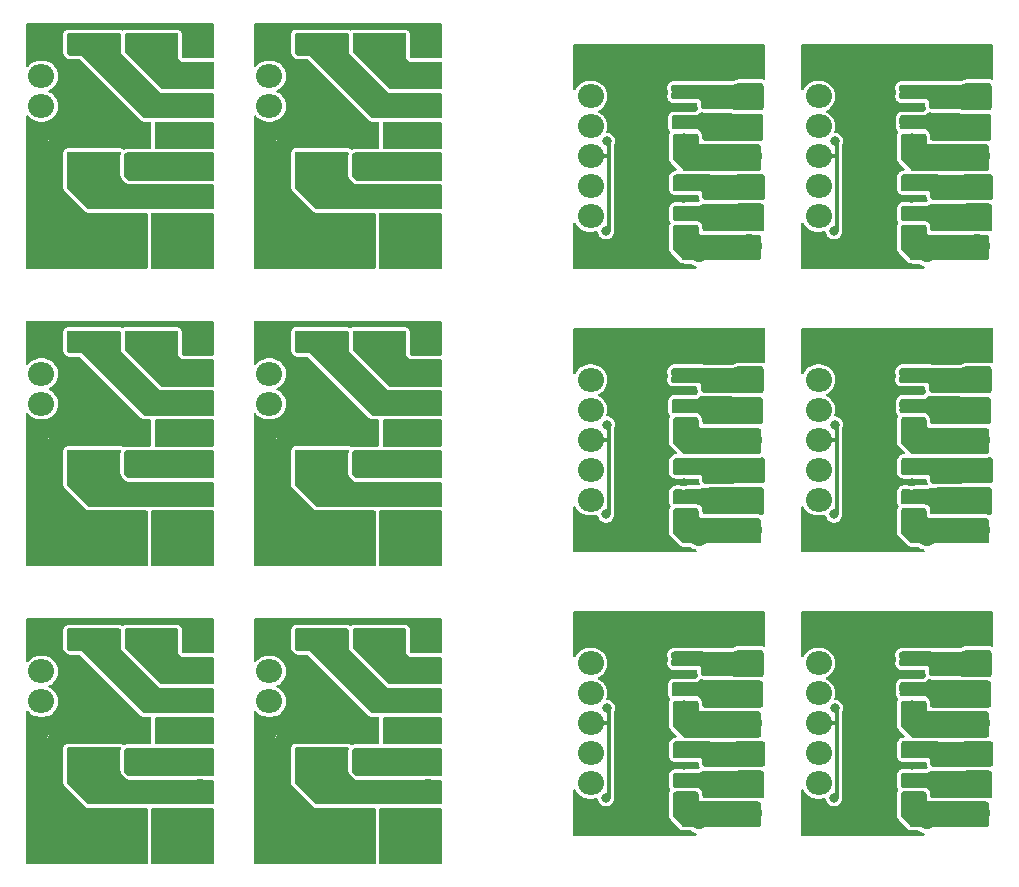
<source format=gbr>
%TF.GenerationSoftware,KiCad,Pcbnew,8.0.4*%
%TF.CreationDate,2024-09-16T10:23:00-03:00*%
%TF.ProjectId,drivers_panelized,64726976-6572-4735-9f70-616e656c697a,rev?*%
%TF.SameCoordinates,Original*%
%TF.FileFunction,Copper,L2,Bot*%
%TF.FilePolarity,Positive*%
%FSLAX46Y46*%
G04 Gerber Fmt 4.6, Leading zero omitted, Abs format (unit mm)*
G04 Created by KiCad (PCBNEW 8.0.4) date 2024-09-16 10:23:00*
%MOMM*%
%LPD*%
G01*
G04 APERTURE LIST*
G04 Aperture macros list*
%AMRoundRect*
0 Rectangle with rounded corners*
0 $1 Rounding radius*
0 $2 $3 $4 $5 $6 $7 $8 $9 X,Y pos of 4 corners*
0 Add a 4 corners polygon primitive as box body*
4,1,4,$2,$3,$4,$5,$6,$7,$8,$9,$2,$3,0*
0 Add four circle primitives for the rounded corners*
1,1,$1+$1,$2,$3*
1,1,$1+$1,$4,$5*
1,1,$1+$1,$6,$7*
1,1,$1+$1,$8,$9*
0 Add four rect primitives between the rounded corners*
20,1,$1+$1,$2,$3,$4,$5,0*
20,1,$1+$1,$4,$5,$6,$7,0*
20,1,$1+$1,$6,$7,$8,$9,0*
20,1,$1+$1,$8,$9,$2,$3,0*%
G04 Aperture macros list end*
%TA.AperFunction,ComponentPad*%
%ADD10C,1.600000*%
%TD*%
%TA.AperFunction,ComponentPad*%
%ADD11RoundRect,0.250000X0.850000X0.750000X-0.850000X0.750000X-0.850000X-0.750000X0.850000X-0.750000X0*%
%TD*%
%TA.AperFunction,ComponentPad*%
%ADD12O,2.200000X2.000000*%
%TD*%
%TA.AperFunction,ComponentPad*%
%ADD13O,1.500000X1.500000*%
%TD*%
%TA.AperFunction,SMDPad,CuDef*%
%ADD14RoundRect,0.250000X0.475000X-0.250000X0.475000X0.250000X-0.475000X0.250000X-0.475000X-0.250000X0*%
%TD*%
%TA.AperFunction,ComponentPad*%
%ADD15R,2.200000X2.000000*%
%TD*%
%TA.AperFunction,ViaPad*%
%ADD16C,0.600000*%
%TD*%
%TA.AperFunction,ViaPad*%
%ADD17C,0.650000*%
%TD*%
%TA.AperFunction,ViaPad*%
%ADD18C,0.800000*%
%TD*%
%TA.AperFunction,Conductor*%
%ADD19C,0.304800*%
%TD*%
G04 APERTURE END LIST*
D10*
%TO.P,C3,1*%
%TO.N,N/C*%
X158700000Y-77966667D03*
%TO.P,C3,2*%
X153700000Y-77966667D03*
%TD*%
%TO.P,C3,1*%
%TO.N,N/C*%
X178000000Y-101966667D03*
%TO.P,C3,2*%
X173000000Y-101966667D03*
%TD*%
%TO.P,C3,1*%
%TO.N,N/C*%
X178000000Y-77966667D03*
%TO.P,C3,2*%
X173000000Y-77966667D03*
%TD*%
%TO.P,C3,1*%
%TO.N,N/C*%
X158700000Y-125966667D03*
%TO.P,C3,2*%
X153700000Y-125966667D03*
%TD*%
%TO.P,C3,1*%
%TO.N,N/C*%
X178000000Y-125966667D03*
%TO.P,C3,2*%
X173000000Y-125966667D03*
%TD*%
%TO.P,C3,1*%
%TO.N,N/C*%
X158700000Y-101966667D03*
%TO.P,C3,2*%
X153700000Y-101966667D03*
%TD*%
D11*
%TO.P,J1,1,Pin_1*%
%TO.N,N/C*%
X103000000Y-60416667D03*
D12*
%TO.P,J1,2,Pin_2*%
X103000000Y-62956667D03*
%TO.P,J1,3,Pin_3*%
X103000000Y-65496667D03*
D13*
%TO.P,J1,4,Pin_4*%
X103000000Y-68036667D03*
D12*
%TO.P,J1,5,Pin_5*%
X103000000Y-70576667D03*
%TO.P,J1,6,Pin_6*%
X103000000Y-73116667D03*
%TO.P,J1,7,Pin_7*%
X103000000Y-75656667D03*
%TD*%
D14*
%TO.P,C2,1*%
%TO.N,N/C*%
X113550000Y-123316667D03*
%TO.P,C2,2*%
X113550000Y-121416667D03*
%TD*%
D15*
%TO.P,J1,1,Pin_1*%
%TO.N,N/C*%
X149500000Y-62126667D03*
D12*
%TO.P,J1,2,Pin_2*%
X149500000Y-64666667D03*
%TO.P,J1,3,Pin_3*%
X149500000Y-67206667D03*
%TO.P,J1,4,Pin_4*%
X149500000Y-69746667D03*
%TO.P,J1,5,Pin_5*%
X149500000Y-72286667D03*
%TO.P,J1,6,Pin_6*%
X149500000Y-74826667D03*
%TO.P,J1,7,Pin_7*%
X149500000Y-77366667D03*
%TD*%
D14*
%TO.P,C2,1*%
%TO.N,N/C*%
X132850000Y-123316667D03*
%TO.P,C2,2*%
X132850000Y-121416667D03*
%TD*%
D15*
%TO.P,J1,1,Pin_1*%
%TO.N,N/C*%
X168800000Y-62126667D03*
D12*
%TO.P,J1,2,Pin_2*%
X168800000Y-64666667D03*
%TO.P,J1,3,Pin_3*%
X168800000Y-67206667D03*
%TO.P,J1,4,Pin_4*%
X168800000Y-69746667D03*
%TO.P,J1,5,Pin_5*%
X168800000Y-72286667D03*
%TO.P,J1,6,Pin_6*%
X168800000Y-74826667D03*
%TO.P,J1,7,Pin_7*%
X168800000Y-77366667D03*
%TD*%
D11*
%TO.P,J2,1,Pin_1*%
%TO.N,N/C*%
X135700000Y-85616667D03*
D12*
%TO.P,J2,2,Pin_2*%
X135700000Y-88156667D03*
%TO.P,J2,3,Pin_3*%
X135700000Y-90696667D03*
%TO.P,J2,4,Pin_4*%
X135700000Y-93236667D03*
%TO.P,J2,5,Pin_5*%
X135700000Y-95776667D03*
%TO.P,J2,6,Pin_6*%
X135700000Y-98316667D03*
%TO.P,J2,7,Pin_7*%
X135700000Y-100856667D03*
%TD*%
D11*
%TO.P,J1,1,Pin_1*%
%TO.N,N/C*%
X122300000Y-60416667D03*
D12*
%TO.P,J1,2,Pin_2*%
X122300000Y-62956667D03*
%TO.P,J1,3,Pin_3*%
X122300000Y-65496667D03*
D13*
%TO.P,J1,4,Pin_4*%
X122300000Y-68036667D03*
D12*
%TO.P,J1,5,Pin_5*%
X122300000Y-70576667D03*
%TO.P,J1,6,Pin_6*%
X122300000Y-73116667D03*
%TO.P,J1,7,Pin_7*%
X122300000Y-75656667D03*
%TD*%
D14*
%TO.P,C2,1*%
%TO.N,N/C*%
X113550000Y-72916667D03*
%TO.P,C2,2*%
X113550000Y-71016667D03*
%TD*%
%TO.P,C2,1*%
%TO.N,N/C*%
X132850000Y-72916667D03*
%TO.P,C2,2*%
X132850000Y-71016667D03*
%TD*%
%TO.P,C2,1*%
%TO.N,N/C*%
X113550000Y-98116667D03*
%TO.P,C2,2*%
X113550000Y-96216667D03*
%TD*%
D11*
%TO.P,J1,1,Pin_1*%
%TO.N,N/C*%
X122300000Y-85616667D03*
D12*
%TO.P,J1,2,Pin_2*%
X122300000Y-88156667D03*
%TO.P,J1,3,Pin_3*%
X122300000Y-90696667D03*
D13*
%TO.P,J1,4,Pin_4*%
X122300000Y-93236667D03*
D12*
%TO.P,J1,5,Pin_5*%
X122300000Y-95776667D03*
%TO.P,J1,6,Pin_6*%
X122300000Y-98316667D03*
%TO.P,J1,7,Pin_7*%
X122300000Y-100856667D03*
%TD*%
D15*
%TO.P,J1,1,Pin_1*%
%TO.N,N/C*%
X168800000Y-86126667D03*
D12*
%TO.P,J1,2,Pin_2*%
X168800000Y-88666667D03*
%TO.P,J1,3,Pin_3*%
X168800000Y-91206667D03*
%TO.P,J1,4,Pin_4*%
X168800000Y-93746667D03*
%TO.P,J1,5,Pin_5*%
X168800000Y-96286667D03*
%TO.P,J1,6,Pin_6*%
X168800000Y-98826667D03*
%TO.P,J1,7,Pin_7*%
X168800000Y-101366667D03*
%TD*%
D11*
%TO.P,J2,1,Pin_1*%
%TO.N,N/C*%
X135700000Y-60416667D03*
D12*
%TO.P,J2,2,Pin_2*%
X135700000Y-62956667D03*
%TO.P,J2,3,Pin_3*%
X135700000Y-65496667D03*
%TO.P,J2,4,Pin_4*%
X135700000Y-68036667D03*
%TO.P,J2,5,Pin_5*%
X135700000Y-70576667D03*
%TO.P,J2,6,Pin_6*%
X135700000Y-73116667D03*
%TO.P,J2,7,Pin_7*%
X135700000Y-75656667D03*
%TD*%
D15*
%TO.P,J2,1,Pin_1*%
%TO.N,N/C*%
X162890000Y-110126667D03*
D12*
%TO.P,J2,2,Pin_2*%
X162890000Y-112666667D03*
%TO.P,J2,3,Pin_3*%
X162890000Y-115206667D03*
%TO.P,J2,4,Pin_4*%
X162890000Y-117746667D03*
%TO.P,J2,5,Pin_5*%
X162890000Y-120286667D03*
%TO.P,J2,6,Pin_6*%
X162890000Y-122826667D03*
%TO.P,J2,7,Pin_7*%
X162890000Y-125366667D03*
%TD*%
D15*
%TO.P,J2,1,Pin_1*%
%TO.N,N/C*%
X162890000Y-86126667D03*
D12*
%TO.P,J2,2,Pin_2*%
X162890000Y-88666667D03*
%TO.P,J2,3,Pin_3*%
X162890000Y-91206667D03*
%TO.P,J2,4,Pin_4*%
X162890000Y-93746667D03*
%TO.P,J2,5,Pin_5*%
X162890000Y-96286667D03*
%TO.P,J2,6,Pin_6*%
X162890000Y-98826667D03*
%TO.P,J2,7,Pin_7*%
X162890000Y-101366667D03*
%TD*%
D14*
%TO.P,C2,1*%
%TO.N,N/C*%
X132850000Y-98116667D03*
%TO.P,C2,2*%
X132850000Y-96216667D03*
%TD*%
D11*
%TO.P,J1,1,Pin_1*%
%TO.N,N/C*%
X103000000Y-85616667D03*
D12*
%TO.P,J1,2,Pin_2*%
X103000000Y-88156667D03*
%TO.P,J1,3,Pin_3*%
X103000000Y-90696667D03*
D13*
%TO.P,J1,4,Pin_4*%
X103000000Y-93236667D03*
D12*
%TO.P,J1,5,Pin_5*%
X103000000Y-95776667D03*
%TO.P,J1,6,Pin_6*%
X103000000Y-98316667D03*
%TO.P,J1,7,Pin_7*%
X103000000Y-100856667D03*
%TD*%
D15*
%TO.P,J2,1,Pin_1*%
%TO.N,N/C*%
X182190000Y-110126667D03*
D12*
%TO.P,J2,2,Pin_2*%
X182190000Y-112666667D03*
%TO.P,J2,3,Pin_3*%
X182190000Y-115206667D03*
%TO.P,J2,4,Pin_4*%
X182190000Y-117746667D03*
%TO.P,J2,5,Pin_5*%
X182190000Y-120286667D03*
%TO.P,J2,6,Pin_6*%
X182190000Y-122826667D03*
%TO.P,J2,7,Pin_7*%
X182190000Y-125366667D03*
%TD*%
D11*
%TO.P,J1,1,Pin_1*%
%TO.N,N/C*%
X122300000Y-110816667D03*
D12*
%TO.P,J1,2,Pin_2*%
X122300000Y-113356667D03*
%TO.P,J1,3,Pin_3*%
X122300000Y-115896667D03*
D13*
%TO.P,J1,4,Pin_4*%
X122300000Y-118436667D03*
D12*
%TO.P,J1,5,Pin_5*%
X122300000Y-120976667D03*
%TO.P,J1,6,Pin_6*%
X122300000Y-123516667D03*
%TO.P,J1,7,Pin_7*%
X122300000Y-126056667D03*
%TD*%
D14*
%TO.P,C1,1*%
%TO.N,N/C*%
X132850000Y-115566667D03*
%TO.P,C1,2*%
X132850000Y-113666667D03*
%TD*%
D15*
%TO.P,J1,1,Pin_1*%
%TO.N,N/C*%
X168800000Y-110126667D03*
D12*
%TO.P,J1,2,Pin_2*%
X168800000Y-112666667D03*
%TO.P,J1,3,Pin_3*%
X168800000Y-115206667D03*
%TO.P,J1,4,Pin_4*%
X168800000Y-117746667D03*
%TO.P,J1,5,Pin_5*%
X168800000Y-120286667D03*
%TO.P,J1,6,Pin_6*%
X168800000Y-122826667D03*
%TO.P,J1,7,Pin_7*%
X168800000Y-125366667D03*
%TD*%
D14*
%TO.P,C1,1*%
%TO.N,N/C*%
X113550000Y-65166667D03*
%TO.P,C1,2*%
X113550000Y-63266667D03*
%TD*%
D15*
%TO.P,J2,1,Pin_1*%
%TO.N,N/C*%
X182190000Y-86126667D03*
D12*
%TO.P,J2,2,Pin_2*%
X182190000Y-88666667D03*
%TO.P,J2,3,Pin_3*%
X182190000Y-91206667D03*
%TO.P,J2,4,Pin_4*%
X182190000Y-93746667D03*
%TO.P,J2,5,Pin_5*%
X182190000Y-96286667D03*
%TO.P,J2,6,Pin_6*%
X182190000Y-98826667D03*
%TO.P,J2,7,Pin_7*%
X182190000Y-101366667D03*
%TD*%
D11*
%TO.P,J2,1,Pin_1*%
%TO.N,N/C*%
X116400000Y-60416667D03*
D12*
%TO.P,J2,2,Pin_2*%
X116400000Y-62956667D03*
%TO.P,J2,3,Pin_3*%
X116400000Y-65496667D03*
%TO.P,J2,4,Pin_4*%
X116400000Y-68036667D03*
%TO.P,J2,5,Pin_5*%
X116400000Y-70576667D03*
%TO.P,J2,6,Pin_6*%
X116400000Y-73116667D03*
%TO.P,J2,7,Pin_7*%
X116400000Y-75656667D03*
%TD*%
D11*
%TO.P,J2,1,Pin_1*%
%TO.N,N/C*%
X116400000Y-110816667D03*
D12*
%TO.P,J2,2,Pin_2*%
X116400000Y-113356667D03*
%TO.P,J2,3,Pin_3*%
X116400000Y-115896667D03*
%TO.P,J2,4,Pin_4*%
X116400000Y-118436667D03*
%TO.P,J2,5,Pin_5*%
X116400000Y-120976667D03*
%TO.P,J2,6,Pin_6*%
X116400000Y-123516667D03*
%TO.P,J2,7,Pin_7*%
X116400000Y-126056667D03*
%TD*%
D14*
%TO.P,C1,1*%
%TO.N,N/C*%
X113550000Y-115566667D03*
%TO.P,C1,2*%
X113550000Y-113666667D03*
%TD*%
D11*
%TO.P,J1,1,Pin_1*%
%TO.N,N/C*%
X103000000Y-110816667D03*
D12*
%TO.P,J1,2,Pin_2*%
X103000000Y-113356667D03*
%TO.P,J1,3,Pin_3*%
X103000000Y-115896667D03*
D13*
%TO.P,J1,4,Pin_4*%
X103000000Y-118436667D03*
D12*
%TO.P,J1,5,Pin_5*%
X103000000Y-120976667D03*
%TO.P,J1,6,Pin_6*%
X103000000Y-123516667D03*
%TO.P,J1,7,Pin_7*%
X103000000Y-126056667D03*
%TD*%
D15*
%TO.P,J1,1,Pin_1*%
%TO.N,N/C*%
X149500000Y-86126667D03*
D12*
%TO.P,J1,2,Pin_2*%
X149500000Y-88666667D03*
%TO.P,J1,3,Pin_3*%
X149500000Y-91206667D03*
%TO.P,J1,4,Pin_4*%
X149500000Y-93746667D03*
%TO.P,J1,5,Pin_5*%
X149500000Y-96286667D03*
%TO.P,J1,6,Pin_6*%
X149500000Y-98826667D03*
%TO.P,J1,7,Pin_7*%
X149500000Y-101366667D03*
%TD*%
D15*
%TO.P,J1,1,Pin_1*%
%TO.N,N/C*%
X149500000Y-110126667D03*
D12*
%TO.P,J1,2,Pin_2*%
X149500000Y-112666667D03*
%TO.P,J1,3,Pin_3*%
X149500000Y-115206667D03*
%TO.P,J1,4,Pin_4*%
X149500000Y-117746667D03*
%TO.P,J1,5,Pin_5*%
X149500000Y-120286667D03*
%TO.P,J1,6,Pin_6*%
X149500000Y-122826667D03*
%TO.P,J1,7,Pin_7*%
X149500000Y-125366667D03*
%TD*%
D14*
%TO.P,C1,1*%
%TO.N,N/C*%
X132850000Y-90366667D03*
%TO.P,C1,2*%
X132850000Y-88466667D03*
%TD*%
%TO.P,C1,1*%
%TO.N,N/C*%
X113550000Y-90366667D03*
%TO.P,C1,2*%
X113550000Y-88466667D03*
%TD*%
D15*
%TO.P,J2,1,Pin_1*%
%TO.N,N/C*%
X182190000Y-62126667D03*
D12*
%TO.P,J2,2,Pin_2*%
X182190000Y-64666667D03*
%TO.P,J2,3,Pin_3*%
X182190000Y-67206667D03*
%TO.P,J2,4,Pin_4*%
X182190000Y-69746667D03*
%TO.P,J2,5,Pin_5*%
X182190000Y-72286667D03*
%TO.P,J2,6,Pin_6*%
X182190000Y-74826667D03*
%TO.P,J2,7,Pin_7*%
X182190000Y-77366667D03*
%TD*%
D11*
%TO.P,J2,1,Pin_1*%
%TO.N,N/C*%
X135700000Y-110816667D03*
D12*
%TO.P,J2,2,Pin_2*%
X135700000Y-113356667D03*
%TO.P,J2,3,Pin_3*%
X135700000Y-115896667D03*
%TO.P,J2,4,Pin_4*%
X135700000Y-118436667D03*
%TO.P,J2,5,Pin_5*%
X135700000Y-120976667D03*
%TO.P,J2,6,Pin_6*%
X135700000Y-123516667D03*
%TO.P,J2,7,Pin_7*%
X135700000Y-126056667D03*
%TD*%
D15*
%TO.P,J2,1,Pin_1*%
%TO.N,N/C*%
X162890000Y-62126667D03*
D12*
%TO.P,J2,2,Pin_2*%
X162890000Y-64666667D03*
%TO.P,J2,3,Pin_3*%
X162890000Y-67206667D03*
%TO.P,J2,4,Pin_4*%
X162890000Y-69746667D03*
%TO.P,J2,5,Pin_5*%
X162890000Y-72286667D03*
%TO.P,J2,6,Pin_6*%
X162890000Y-74826667D03*
%TO.P,J2,7,Pin_7*%
X162890000Y-77366667D03*
%TD*%
D11*
%TO.P,J2,1,Pin_1*%
%TO.N,N/C*%
X116400000Y-85616667D03*
D12*
%TO.P,J2,2,Pin_2*%
X116400000Y-88156667D03*
%TO.P,J2,3,Pin_3*%
X116400000Y-90696667D03*
%TO.P,J2,4,Pin_4*%
X116400000Y-93236667D03*
%TO.P,J2,5,Pin_5*%
X116400000Y-95776667D03*
%TO.P,J2,6,Pin_6*%
X116400000Y-98316667D03*
%TO.P,J2,7,Pin_7*%
X116400000Y-100856667D03*
%TD*%
D14*
%TO.P,C1,1*%
%TO.N,N/C*%
X132850000Y-65166667D03*
%TO.P,C1,2*%
X132850000Y-63266667D03*
%TD*%
D16*
%TO.N,*%
X112325000Y-60216667D03*
X130360000Y-78136667D03*
X112850000Y-100366667D03*
X131900000Y-123466667D03*
X107225000Y-60216667D03*
D17*
X155730000Y-73971667D03*
D16*
X128800000Y-87866667D03*
D17*
X175400000Y-86916667D03*
D16*
X111050000Y-60216667D03*
D17*
X179000000Y-123516667D03*
D16*
X125250000Y-70516667D03*
X108500000Y-110616667D03*
X134100000Y-102716667D03*
D17*
X156100000Y-84916667D03*
X159550000Y-89366667D03*
D16*
X111500000Y-115016667D03*
X132100000Y-86916667D03*
X110450000Y-113966667D03*
D17*
X173410000Y-121971667D03*
D16*
X132900000Y-78136667D03*
D17*
X151600000Y-108916667D03*
X159600000Y-97016667D03*
X155550000Y-78766667D03*
D16*
X134100000Y-100366667D03*
X125200000Y-64316667D03*
D17*
X175030000Y-88316667D03*
D16*
X123950000Y-112216667D03*
D17*
X172500000Y-71266667D03*
D16*
X112325000Y-120916667D03*
D17*
X158350000Y-93266667D03*
X173900000Y-84916667D03*
X155730000Y-67041667D03*
D16*
X127800000Y-60216667D03*
D17*
X176690000Y-96076667D03*
D16*
X108500000Y-120916667D03*
X130350000Y-101666667D03*
X106150000Y-112916667D03*
X131800000Y-115816667D03*
X111060000Y-93016667D03*
D17*
X156100000Y-109916667D03*
X157390000Y-123876667D03*
D16*
X114550000Y-123466667D03*
X133850000Y-98266667D03*
D17*
X180250000Y-69266667D03*
D16*
X126350000Y-63416667D03*
D17*
X160600000Y-61916667D03*
X155730000Y-98781667D03*
X180250000Y-118466667D03*
X155600000Y-70266667D03*
X174220000Y-97971667D03*
D18*
X150850000Y-116466667D03*
D17*
X154920000Y-88316667D03*
D16*
X133250000Y-113216667D03*
X128350000Y-115766667D03*
D17*
X173410000Y-66231667D03*
X173900000Y-60916667D03*
X155730000Y-122781667D03*
X159600000Y-73016667D03*
D16*
X107225000Y-120916667D03*
D17*
X160950000Y-122266667D03*
X154400000Y-119266667D03*
X154110000Y-99866667D03*
D16*
X111060000Y-118216667D03*
X132900000Y-67816667D03*
D17*
X180100000Y-112116667D03*
X154920000Y-96066667D03*
D16*
X130350000Y-120916667D03*
X132150000Y-76466667D03*
D17*
X179900000Y-84916667D03*
D16*
X105950000Y-85416667D03*
D17*
X180100000Y-89366667D03*
X176690000Y-74606667D03*
X157390000Y-113596667D03*
X173410000Y-88316667D03*
X172400000Y-60916667D03*
X175030000Y-123866667D03*
X173410000Y-73161667D03*
X175400000Y-84916667D03*
D16*
X110350000Y-73066667D03*
X103350000Y-103766667D03*
D17*
X153200000Y-94266667D03*
X160950000Y-75516667D03*
X157390000Y-99876667D03*
D16*
X109100000Y-125566667D03*
X130360000Y-93016667D03*
D17*
X159600000Y-119766667D03*
X154110000Y-72066667D03*
D16*
X132900000Y-95716667D03*
D17*
X153100000Y-86916667D03*
X173410000Y-97971667D03*
X153200000Y-119266667D03*
D16*
X132900000Y-110616667D03*
D17*
X154600000Y-86916667D03*
X173410000Y-99866667D03*
X159600000Y-71766667D03*
D16*
X106150000Y-87716667D03*
X104350000Y-77566667D03*
X112850000Y-76466667D03*
D17*
X175030000Y-114231667D03*
X155730000Y-121971667D03*
D16*
X129750000Y-88766667D03*
D17*
X173410000Y-113421667D03*
D16*
X112800000Y-86916667D03*
D17*
X152450000Y-72066667D03*
X155730000Y-120066667D03*
D16*
X110050000Y-116566667D03*
D17*
X174220000Y-123866667D03*
X159650000Y-114616667D03*
D16*
X121650000Y-102766667D03*
D17*
X172500000Y-70266667D03*
X154920000Y-92166667D03*
X174850000Y-126766667D03*
D16*
X136050000Y-102716667D03*
D17*
X155600000Y-95266667D03*
X154110000Y-121971667D03*
X160800000Y-88116667D03*
X155600000Y-71266667D03*
X176690000Y-88326667D03*
X175030000Y-74781667D03*
X154600000Y-108916667D03*
D16*
X110450000Y-88766667D03*
D17*
X159100000Y-108916667D03*
X157390000Y-75876667D03*
X173410000Y-115041667D03*
X174220000Y-98781667D03*
D16*
X107225000Y-85416667D03*
D17*
X174220000Y-64316667D03*
X173900000Y-61916667D03*
D18*
X150800000Y-100066667D03*
D16*
X107050000Y-113816667D03*
D17*
X155600000Y-93266667D03*
X160800000Y-113366667D03*
X179900000Y-62916667D03*
X173900000Y-86916667D03*
X159550000Y-112116667D03*
D16*
X108500000Y-60216667D03*
X130350000Y-95716667D03*
D17*
X180350000Y-102116667D03*
X154920000Y-97161667D03*
D16*
X125200000Y-114716667D03*
D17*
X175030000Y-68166667D03*
X152000000Y-118266667D03*
D16*
X112850000Y-125566667D03*
D17*
X174850000Y-102766667D03*
X154920000Y-123866667D03*
D16*
X125250000Y-60216667D03*
D17*
X176690000Y-90866667D03*
D16*
X103350000Y-78566667D03*
X109100000Y-76466667D03*
X114800000Y-102716667D03*
X134150000Y-118216667D03*
X136050000Y-129216667D03*
D17*
X171750000Y-88326667D03*
D16*
X129650000Y-73066667D03*
X134150000Y-67816667D03*
D17*
X172400000Y-109916667D03*
X155730000Y-68166667D03*
X175030000Y-65421667D03*
D16*
X123650000Y-102766667D03*
D17*
X180200000Y-67866667D03*
D16*
X111050000Y-75166667D03*
D17*
X177650000Y-93266667D03*
X160950000Y-70466667D03*
D16*
X105900000Y-114716667D03*
X114800000Y-78816667D03*
X111060000Y-128536667D03*
D17*
X174220000Y-72066667D03*
D16*
X104650000Y-87016667D03*
X132900000Y-118216667D03*
X112800000Y-61716667D03*
D17*
X154600000Y-109916667D03*
D16*
X126350000Y-88616667D03*
D17*
X154400000Y-93266667D03*
X160850000Y-119766667D03*
X159650000Y-70466667D03*
X160600000Y-84916667D03*
X170900000Y-108916667D03*
D16*
X114550000Y-73066667D03*
D17*
X173900000Y-108916667D03*
X178900000Y-119766667D03*
X170900000Y-109916667D03*
X178400000Y-110916667D03*
X155730000Y-65421667D03*
X154400000Y-94266667D03*
X174220000Y-66231667D03*
X155730000Y-91041667D03*
X174220000Y-74781667D03*
X172400000Y-86916667D03*
D16*
X132150000Y-126866667D03*
D17*
X178950000Y-90616667D03*
D16*
X130350000Y-85416667D03*
X132150000Y-101666667D03*
D17*
X152000000Y-70266667D03*
X176690000Y-89596667D03*
X160800000Y-65366667D03*
X173900000Y-109916667D03*
D16*
X134100000Y-127916667D03*
D17*
X158350000Y-70466667D03*
X160850000Y-97016667D03*
D16*
X127800000Y-120916667D03*
X126525000Y-120916667D03*
D18*
X150850000Y-68466667D03*
D17*
X176690000Y-97336667D03*
X178950000Y-70466667D03*
X160600000Y-110916667D03*
D16*
X102350000Y-127966667D03*
D17*
X178400000Y-85916667D03*
X159100000Y-85916667D03*
X170900000Y-62916667D03*
D16*
X127800000Y-85416667D03*
X125450000Y-112916667D03*
D17*
X173410000Y-97161667D03*
X154400000Y-118266667D03*
D16*
X103350000Y-77566667D03*
D17*
X157600000Y-61916667D03*
X159750000Y-100916667D03*
X171300000Y-71266667D03*
D16*
X124250000Y-88616667D03*
D17*
X180250000Y-122266667D03*
D16*
X112850000Y-101666667D03*
D17*
X154920000Y-67041667D03*
X155600000Y-117266667D03*
X154110000Y-97971667D03*
D16*
X112325000Y-110616667D03*
D17*
X154600000Y-62916667D03*
D16*
X113600000Y-93016667D03*
D17*
X174220000Y-65421667D03*
X159650000Y-91866667D03*
X157390000Y-89596667D03*
D18*
X170100000Y-100066667D03*
D17*
X152000000Y-117266667D03*
D16*
X111050000Y-110616667D03*
X112500000Y-115816667D03*
D17*
X179900000Y-108916667D03*
X178950000Y-118466667D03*
X176900000Y-110916667D03*
X179900000Y-61916667D03*
D16*
X124250000Y-113816667D03*
D17*
X173900000Y-85916667D03*
X175030000Y-120066667D03*
X171750000Y-120066667D03*
X156100000Y-108916667D03*
X155730000Y-88316667D03*
D16*
X126525000Y-95716667D03*
D17*
X175030000Y-91041667D03*
X174850000Y-124966667D03*
X154110000Y-97161667D03*
X154110000Y-120066667D03*
X155730000Y-115041667D03*
X180250000Y-123516667D03*
X174220000Y-88316667D03*
X180150000Y-71766667D03*
X157390000Y-98606667D03*
X159650000Y-94466667D03*
X177650000Y-117266667D03*
X174850000Y-76966667D03*
X160600000Y-86916667D03*
D16*
X113600000Y-67816667D03*
D17*
X170950000Y-78766667D03*
D16*
X107050000Y-88616667D03*
X132900000Y-120916667D03*
D17*
X152000000Y-93266667D03*
X173900000Y-62916667D03*
D16*
X108500000Y-85416667D03*
X134100000Y-75166667D03*
X132100000Y-112116667D03*
D17*
X160950000Y-117266667D03*
X170950000Y-77866667D03*
D18*
X170150000Y-92466667D03*
D17*
X153100000Y-84916667D03*
X180150000Y-73016667D03*
X154920000Y-115041667D03*
D16*
X130360000Y-118216667D03*
D17*
X152000000Y-71266667D03*
D16*
X133200000Y-65466667D03*
X126250000Y-115766667D03*
D17*
X173410000Y-116166667D03*
D16*
X113900000Y-115866667D03*
D17*
X160600000Y-60916667D03*
D16*
X122650000Y-78566667D03*
D17*
X159750000Y-76916667D03*
X174220000Y-89421667D03*
X179000000Y-74266667D03*
D16*
X112500000Y-90616667D03*
D17*
X155730000Y-72066667D03*
D16*
X127900000Y-86966667D03*
D17*
X180200000Y-66616667D03*
X174220000Y-122781667D03*
X161050000Y-100916667D03*
D16*
X123650000Y-78566667D03*
D17*
X154920000Y-89421667D03*
X178950000Y-69266667D03*
X176690000Y-66866667D03*
D18*
X170100000Y-124066667D03*
D16*
X104950000Y-88616667D03*
X106950000Y-65366667D03*
D17*
X154110000Y-116166667D03*
X154920000Y-68166667D03*
X154110000Y-66231667D03*
X154110000Y-68166667D03*
X154920000Y-121161667D03*
X155730000Y-96066667D03*
X151600000Y-85916667D03*
D16*
X131625000Y-95716667D03*
D17*
X160850000Y-121016667D03*
X157390000Y-73336667D03*
X157390000Y-74606667D03*
D16*
X114850000Y-93016667D03*
D17*
X153100000Y-62916667D03*
D16*
X125250000Y-97166667D03*
D17*
X154600000Y-61916667D03*
D16*
X130350000Y-110616667D03*
D17*
X175030000Y-112316667D03*
D16*
X125250000Y-122366667D03*
D17*
X180250000Y-117266667D03*
D16*
X127250000Y-91366667D03*
D17*
X160850000Y-73016667D03*
D16*
X109100000Y-100366667D03*
D17*
X155600000Y-118266667D03*
X180350000Y-124916667D03*
X158350000Y-69266667D03*
X174220000Y-75866667D03*
X173410000Y-91041667D03*
X178400000Y-86916667D03*
X154600000Y-85916667D03*
X178400000Y-108916667D03*
X154920000Y-120066667D03*
D16*
X106150000Y-62516667D03*
D17*
X173410000Y-64316667D03*
D16*
X130360000Y-128536667D03*
X123650000Y-127966667D03*
X134100000Y-126866667D03*
D17*
X176450000Y-124916667D03*
X180250000Y-94466667D03*
D16*
X128350000Y-90566667D03*
D17*
X180250000Y-70466667D03*
D16*
X134100000Y-129216667D03*
D17*
X172500000Y-93266667D03*
D16*
X108000000Y-89516667D03*
D17*
X160950000Y-98266667D03*
X157050000Y-93266667D03*
X154920000Y-73161667D03*
X151650000Y-76966667D03*
D16*
X122650000Y-127966667D03*
X131625000Y-110616667D03*
X104350000Y-102766667D03*
X122650000Y-103766667D03*
D17*
X170950000Y-124966667D03*
X153100000Y-110916667D03*
D16*
X130350000Y-100366667D03*
D17*
X176450000Y-76916667D03*
X173410000Y-67041667D03*
X154920000Y-122781667D03*
X155600000Y-94266667D03*
X156100000Y-110916667D03*
X174220000Y-97161667D03*
X157600000Y-110916667D03*
D16*
X104350000Y-127966667D03*
D17*
X175400000Y-62916667D03*
D16*
X136050000Y-127916667D03*
X136050000Y-104016667D03*
D17*
X171750000Y-112326667D03*
X173700000Y-93266667D03*
X173410000Y-120066667D03*
D16*
X111050000Y-100366667D03*
X103350000Y-127966667D03*
X132900000Y-60216667D03*
X114800000Y-126866667D03*
D17*
X159650000Y-66616667D03*
X159700000Y-74266667D03*
D16*
X128350000Y-65366667D03*
X127250000Y-66166667D03*
X105950000Y-70516667D03*
X111050000Y-126866667D03*
D17*
X175400000Y-108916667D03*
X156100000Y-61916667D03*
D16*
X130350000Y-125566667D03*
X129750000Y-113966667D03*
D17*
X155730000Y-99866667D03*
D16*
X121650000Y-128966667D03*
D17*
X171300000Y-118266667D03*
X156100000Y-85916667D03*
D16*
X107950000Y-66166667D03*
X132150000Y-100366667D03*
D17*
X152450000Y-96066667D03*
X159600000Y-95766667D03*
D16*
X111060000Y-78136667D03*
D17*
X176690000Y-121336667D03*
X180200000Y-115866667D03*
X155730000Y-121161667D03*
X154110000Y-91041667D03*
X154920000Y-64316667D03*
X179000000Y-98266667D03*
X170950000Y-100966667D03*
X180250000Y-93266667D03*
X155550000Y-77866667D03*
D16*
X125200000Y-89516667D03*
D17*
X170950000Y-76966667D03*
X171750000Y-64326667D03*
X175030000Y-75866667D03*
D16*
X105950000Y-71966667D03*
X114800000Y-101666667D03*
X130800000Y-115016667D03*
X127300000Y-89516667D03*
X125250000Y-120916667D03*
X105900000Y-64316667D03*
X102350000Y-102766667D03*
D17*
X180150000Y-97016667D03*
X151650000Y-78766667D03*
X175030000Y-97971667D03*
X159700000Y-122266667D03*
D16*
X113600000Y-78136667D03*
D17*
X173700000Y-71266667D03*
X154920000Y-75866667D03*
X154920000Y-97971667D03*
D16*
X113600000Y-110616667D03*
X128400000Y-101666667D03*
X126900000Y-73066667D03*
D17*
X159750000Y-124916667D03*
X157600000Y-62916667D03*
X151600000Y-60916667D03*
X157390000Y-72076667D03*
D16*
X129750000Y-63566667D03*
D17*
X176690000Y-114866667D03*
D16*
X123650000Y-103766667D03*
X126525000Y-60216667D03*
D17*
X175030000Y-66231667D03*
X155730000Y-97971667D03*
X151650000Y-125866667D03*
D16*
X126250000Y-65366667D03*
X107950000Y-116566667D03*
D17*
X160900000Y-114616667D03*
X178950000Y-115866667D03*
D16*
X126525000Y-70516667D03*
D17*
X176900000Y-84916667D03*
X176690000Y-122606667D03*
D16*
X125250000Y-95716667D03*
X128400000Y-100366667D03*
D17*
X177650000Y-70466667D03*
X179000000Y-122266667D03*
D16*
X104350000Y-128966667D03*
X104650000Y-61816667D03*
X130350000Y-60216667D03*
D17*
X159100000Y-60916667D03*
X153100000Y-61916667D03*
X154600000Y-84916667D03*
D16*
X108600000Y-61766667D03*
D17*
X171300000Y-117266667D03*
X174900000Y-118266667D03*
X177650000Y-118466667D03*
X175400000Y-60916667D03*
X159100000Y-61916667D03*
D16*
X126525000Y-85416667D03*
X109500000Y-62666667D03*
X125250000Y-71966667D03*
D17*
X180150000Y-119766667D03*
D16*
X112600000Y-98266667D03*
D17*
X174220000Y-114231667D03*
D16*
X125250000Y-85416667D03*
X123650000Y-77566667D03*
X133200000Y-115866667D03*
D17*
X173410000Y-98781667D03*
X175030000Y-122781667D03*
D16*
X113950000Y-62816667D03*
X114850000Y-118216667D03*
D17*
X155730000Y-92166667D03*
D16*
X129650000Y-123466667D03*
X127800000Y-97166667D03*
D17*
X160950000Y-99516667D03*
D16*
X114800000Y-127916667D03*
X126525000Y-110616667D03*
D17*
X160850000Y-71766667D03*
X173700000Y-69266667D03*
D18*
X170100000Y-76066667D03*
D16*
X134100000Y-77516667D03*
D17*
X173410000Y-72066667D03*
X172500000Y-119266667D03*
D16*
X108000000Y-64316667D03*
D17*
X180100000Y-113366667D03*
X171750000Y-96066667D03*
D16*
X105900000Y-89516667D03*
X102350000Y-77566667D03*
D17*
X157600000Y-84916667D03*
X175030000Y-121971667D03*
X175030000Y-113421667D03*
D16*
X111060000Y-103336667D03*
D17*
X154920000Y-73971667D03*
X157390000Y-96076667D03*
D16*
X127800000Y-95716667D03*
X125450000Y-62516667D03*
X130360000Y-103336667D03*
D17*
X157150000Y-76916667D03*
X174220000Y-91041667D03*
X157390000Y-112326667D03*
D16*
X125250000Y-110616667D03*
X132900000Y-103336667D03*
D17*
X152450000Y-88326667D03*
X151650000Y-102766667D03*
X160900000Y-91866667D03*
X179050000Y-76916667D03*
X178850000Y-65366667D03*
D16*
X107225000Y-95716667D03*
X103350000Y-102766667D03*
D17*
X151600000Y-61916667D03*
X173410000Y-112316667D03*
D16*
X131625000Y-120916667D03*
D17*
X155730000Y-89421667D03*
X151650000Y-124966667D03*
X175400000Y-109916667D03*
X154400000Y-71266667D03*
X154920000Y-66231667D03*
X153200000Y-117266667D03*
X176900000Y-60916667D03*
D16*
X111050000Y-70516667D03*
X107225000Y-110616667D03*
D17*
X159700000Y-75516667D03*
D16*
X108500000Y-122366667D03*
D17*
X174900000Y-70266667D03*
X154920000Y-91041667D03*
X159700000Y-99516667D03*
D16*
X129350000Y-91366667D03*
X114800000Y-76466667D03*
D17*
X155730000Y-116166667D03*
D16*
X102350000Y-128966667D03*
D17*
X159550000Y-64116667D03*
X154400000Y-69266667D03*
D16*
X109050000Y-90566667D03*
D17*
X154110000Y-123866667D03*
D16*
X114800000Y-104016667D03*
X110350000Y-123466667D03*
X110350000Y-98266667D03*
D17*
X174900000Y-119266667D03*
X151600000Y-86916667D03*
X174900000Y-71266667D03*
X174220000Y-120066667D03*
D16*
X109100000Y-126866667D03*
D17*
X157600000Y-85916667D03*
X172400000Y-85916667D03*
D16*
X104350000Y-78566667D03*
D17*
X180350000Y-100916667D03*
X155730000Y-97161667D03*
X157390000Y-122606667D03*
X172500000Y-118266667D03*
X154110000Y-64316667D03*
D16*
X123650000Y-128966667D03*
D17*
X155550000Y-125866667D03*
X180250000Y-98266667D03*
D16*
X131800000Y-90616667D03*
X104950000Y-63416667D03*
D17*
X160950000Y-94466667D03*
X174220000Y-73971667D03*
D16*
X126900000Y-98266667D03*
D17*
X154110000Y-114231667D03*
X171300000Y-70266667D03*
D16*
X127900000Y-61766667D03*
D17*
X175030000Y-96066667D03*
X178850000Y-112116667D03*
D18*
X150850000Y-92466667D03*
D17*
X161050000Y-78116667D03*
D16*
X111050000Y-101666667D03*
X127300000Y-64316667D03*
D17*
X154110000Y-92166667D03*
D16*
X121650000Y-127966667D03*
D17*
X175030000Y-64316667D03*
X180100000Y-88116667D03*
X180250000Y-99516667D03*
D16*
X107950000Y-91366667D03*
D17*
X173410000Y-74781667D03*
D16*
X111500000Y-64616667D03*
X104350000Y-103766667D03*
X116750000Y-127916667D03*
D17*
X178400000Y-109916667D03*
D16*
X107600000Y-98266667D03*
D17*
X160950000Y-118466667D03*
X155730000Y-123866667D03*
D16*
X121650000Y-77566667D03*
D17*
X153200000Y-69266667D03*
X170900000Y-110916667D03*
X152000000Y-94266667D03*
D16*
X102350000Y-103766667D03*
D17*
X157150000Y-100916667D03*
X157390000Y-116136667D03*
X176690000Y-116136667D03*
D16*
X108500000Y-70516667D03*
X102350000Y-78566667D03*
D18*
X170150000Y-68466667D03*
D17*
X154110000Y-89421667D03*
D16*
X130350000Y-126866667D03*
X127250000Y-116566667D03*
X109100000Y-101666667D03*
X116750000Y-129216667D03*
D17*
X159700000Y-123516667D03*
X160850000Y-95766667D03*
D16*
X113900000Y-90666667D03*
D17*
X180100000Y-64116667D03*
X176900000Y-61916667D03*
X155730000Y-90231667D03*
D16*
X113600000Y-128536667D03*
D17*
X155550000Y-100966667D03*
X174220000Y-92166667D03*
X173700000Y-94266667D03*
D16*
X134100000Y-125566667D03*
X136050000Y-77516667D03*
D17*
X160950000Y-69266667D03*
X173410000Y-114231667D03*
X175030000Y-121161667D03*
X155730000Y-66231667D03*
D16*
X116750000Y-104016667D03*
D17*
X153200000Y-70266667D03*
X152000000Y-119266667D03*
D16*
X114800000Y-75166667D03*
D17*
X160600000Y-85916667D03*
D16*
X131625000Y-85416667D03*
X113600000Y-118216667D03*
D17*
X176690000Y-112326667D03*
X155550000Y-124966667D03*
D16*
X136050000Y-78816667D03*
D17*
X173700000Y-117266667D03*
D16*
X127800000Y-122366667D03*
D17*
X154600000Y-110916667D03*
D16*
X110050000Y-91366667D03*
D17*
X160900000Y-115866667D03*
X151600000Y-84916667D03*
X151600000Y-109916667D03*
X159100000Y-110916667D03*
X151650000Y-101866667D03*
X154920000Y-98781667D03*
D16*
X111050000Y-125566667D03*
D17*
X170950000Y-126766667D03*
X178950000Y-93266667D03*
X170900000Y-61916667D03*
X174220000Y-121161667D03*
X180200000Y-90616667D03*
D16*
X110050000Y-66166667D03*
X134150000Y-93016667D03*
X113600000Y-120916667D03*
D17*
X176690000Y-99876667D03*
X173700000Y-95266667D03*
X159100000Y-109916667D03*
X175030000Y-115041667D03*
D16*
X116750000Y-102716667D03*
X112850000Y-75166667D03*
D17*
X176900000Y-85916667D03*
X154920000Y-65421667D03*
D16*
X127800000Y-71966667D03*
D17*
X157600000Y-109916667D03*
X159650000Y-117266667D03*
X154110000Y-88316667D03*
X180150000Y-95766667D03*
D16*
X111500000Y-89816667D03*
X112325000Y-70516667D03*
D17*
X173410000Y-75866667D03*
X155550000Y-102766667D03*
X178850000Y-88116667D03*
X159550000Y-88116667D03*
X173410000Y-65421667D03*
X154400000Y-95266667D03*
X154110000Y-121161667D03*
X176350000Y-69266667D03*
D16*
X108600000Y-112166667D03*
D17*
X178900000Y-97016667D03*
X173700000Y-118266667D03*
X175030000Y-89421667D03*
D16*
X113950000Y-113216667D03*
D17*
X177650000Y-94466667D03*
D16*
X131800000Y-65416667D03*
D17*
X160950000Y-74266667D03*
X175400000Y-61916667D03*
D16*
X127900000Y-112166667D03*
X127800000Y-70516667D03*
D17*
X172500000Y-117266667D03*
X151650000Y-100966667D03*
X158350000Y-94466667D03*
X175030000Y-97161667D03*
D16*
X122650000Y-77566667D03*
D17*
X180200000Y-114616667D03*
X175030000Y-116166667D03*
X170950000Y-102766667D03*
X151650000Y-77866667D03*
D16*
X107225000Y-70516667D03*
D17*
X170950000Y-101866667D03*
X173410000Y-73971667D03*
D16*
X132100000Y-61716667D03*
D17*
X152450000Y-112326667D03*
X157600000Y-60916667D03*
X176690000Y-73336667D03*
X176690000Y-98606667D03*
D16*
X116750000Y-78816667D03*
D17*
X178850000Y-113366667D03*
X160900000Y-66616667D03*
D16*
X110450000Y-63566667D03*
D17*
X178400000Y-61916667D03*
D16*
X130800000Y-64616667D03*
D17*
X154110000Y-75866667D03*
X174850000Y-77866667D03*
D16*
X112325000Y-95716667D03*
D17*
X175030000Y-99866667D03*
D16*
X129650000Y-98266667D03*
X105950000Y-110616667D03*
X112325000Y-85416667D03*
D17*
X174850000Y-101866667D03*
D16*
X106950000Y-90566667D03*
D17*
X160800000Y-112116667D03*
X175030000Y-98781667D03*
X178900000Y-95766667D03*
X154110000Y-67041667D03*
X179900000Y-110916667D03*
X179900000Y-60916667D03*
X153200000Y-118266667D03*
X155730000Y-64316667D03*
X170950000Y-125866667D03*
D16*
X123950000Y-87016667D03*
X111050000Y-76466667D03*
D17*
X172400000Y-108916667D03*
X155550000Y-126766667D03*
X176690000Y-123876667D03*
X173900000Y-110916667D03*
X154110000Y-115041667D03*
X173700000Y-70266667D03*
D16*
X133850000Y-73066667D03*
X108000000Y-114716667D03*
D17*
X154400000Y-70266667D03*
D16*
X128400000Y-126866667D03*
D17*
X159650000Y-93266667D03*
D16*
X107050000Y-63416667D03*
D17*
X154920000Y-90231667D03*
X157390000Y-92136667D03*
D16*
X114800000Y-129216667D03*
D17*
X173410000Y-96066667D03*
D16*
X108500000Y-71966667D03*
D17*
X153100000Y-60916667D03*
D16*
X112600000Y-73066667D03*
D17*
X159550000Y-113366667D03*
X155730000Y-114231667D03*
X173410000Y-122781667D03*
X174220000Y-99866667D03*
D16*
X104950000Y-113816667D03*
D17*
X176690000Y-92136667D03*
X157050000Y-69266667D03*
X154920000Y-99866667D03*
D16*
X127300000Y-114716667D03*
D17*
X178950000Y-66616667D03*
X155600000Y-119266667D03*
X154110000Y-74781667D03*
X180250000Y-75516667D03*
D16*
X121650000Y-78566667D03*
D17*
X154400000Y-117266667D03*
X176690000Y-120076667D03*
X173410000Y-90231667D03*
X179900000Y-85916667D03*
X174900000Y-93266667D03*
D16*
X113600000Y-85416667D03*
D17*
X170900000Y-86916667D03*
X155600000Y-69266667D03*
X154110000Y-96066667D03*
X153100000Y-109916667D03*
X159650000Y-115866667D03*
D16*
X130350000Y-76466667D03*
D17*
X179900000Y-109916667D03*
X172500000Y-94266667D03*
D16*
X125450000Y-87716667D03*
D17*
X154110000Y-113421667D03*
X159650000Y-118466667D03*
D16*
X128400000Y-125566667D03*
D17*
X174900000Y-95266667D03*
X172400000Y-84916667D03*
X175030000Y-72066667D03*
X155730000Y-74781667D03*
X170900000Y-84916667D03*
X155730000Y-112316667D03*
X180350000Y-78116667D03*
X180150000Y-121016667D03*
X159700000Y-98266667D03*
X179050000Y-100916667D03*
D16*
X129350000Y-66166667D03*
X114550000Y-98266667D03*
D17*
X178950000Y-91866667D03*
D16*
X124250000Y-63416667D03*
D17*
X178400000Y-62916667D03*
X152000000Y-69266667D03*
X175030000Y-73161667D03*
X173410000Y-89421667D03*
X180200000Y-91866667D03*
X159100000Y-86916667D03*
D16*
X130360000Y-67816667D03*
D17*
X179050000Y-124916667D03*
X176900000Y-86916667D03*
X174900000Y-94266667D03*
X159650000Y-67866667D03*
X157390000Y-90866667D03*
D16*
X134100000Y-104016667D03*
X112600000Y-123466667D03*
X113950000Y-88016667D03*
D17*
X157390000Y-68136667D03*
X160900000Y-67866667D03*
D16*
X126900000Y-123466667D03*
X105950000Y-95716667D03*
D17*
X157390000Y-121336667D03*
D16*
X113600000Y-60216667D03*
D17*
X156100000Y-62916667D03*
X171300000Y-95266667D03*
X153200000Y-95266667D03*
D16*
X122650000Y-128966667D03*
X105950000Y-120916667D03*
D17*
X159100000Y-62916667D03*
X175030000Y-90231667D03*
X154110000Y-90231667D03*
X176350000Y-93266667D03*
D16*
X108500000Y-95716667D03*
D17*
X159650000Y-69266667D03*
X178900000Y-121016667D03*
X154920000Y-121971667D03*
X154920000Y-72066667D03*
D16*
X132150000Y-125566667D03*
D17*
X176900000Y-109916667D03*
X156100000Y-86916667D03*
X176350000Y-117266667D03*
X161050000Y-126116667D03*
D16*
X132150000Y-75166667D03*
X107600000Y-73066667D03*
D18*
X150800000Y-124066667D03*
D16*
X132900000Y-85416667D03*
D17*
X178900000Y-71766667D03*
X176900000Y-62916667D03*
X174850000Y-78766667D03*
D16*
X132900000Y-70516667D03*
D17*
X171300000Y-69266667D03*
X170900000Y-85916667D03*
X155730000Y-75866667D03*
X174220000Y-121971667D03*
X160800000Y-64116667D03*
X178850000Y-89366667D03*
X157390000Y-65596667D03*
X176690000Y-64326667D03*
X174900000Y-117266667D03*
X175030000Y-67041667D03*
D16*
X106950000Y-115766667D03*
D17*
X154110000Y-112316667D03*
D16*
X113600000Y-95716667D03*
X113600000Y-70516667D03*
D17*
X155730000Y-73161667D03*
D16*
X121650000Y-103766667D03*
D17*
X151600000Y-62916667D03*
X153100000Y-108916667D03*
X178850000Y-64116667D03*
D16*
X128800000Y-62666667D03*
D17*
X154920000Y-114231667D03*
D16*
X116750000Y-77516667D03*
X134100000Y-76466667D03*
D17*
X175400000Y-85916667D03*
D16*
X109500000Y-87866667D03*
D17*
X155730000Y-113421667D03*
X174850000Y-125866667D03*
X175030000Y-73971667D03*
X154110000Y-73161667D03*
X160600000Y-108916667D03*
X160600000Y-62916667D03*
D16*
X127800000Y-110616667D03*
D18*
X150800000Y-76066667D03*
D16*
X113600000Y-103336667D03*
D17*
X151600000Y-110916667D03*
X154920000Y-116166667D03*
D16*
X131625000Y-60216667D03*
D18*
X170150000Y-116466667D03*
D16*
X130350000Y-70516667D03*
D17*
X161050000Y-124916667D03*
X157390000Y-66866667D03*
D16*
X113900000Y-65466667D03*
X122650000Y-102766667D03*
D17*
X154110000Y-122781667D03*
D16*
X112850000Y-126866667D03*
D17*
X157390000Y-97336667D03*
X156100000Y-60916667D03*
D16*
X111050000Y-120916667D03*
D17*
X172400000Y-61916667D03*
X151650000Y-126766667D03*
D16*
X111050000Y-95716667D03*
X105950000Y-97166667D03*
D17*
X157390000Y-114866667D03*
X179000000Y-75516667D03*
D16*
X105950000Y-60216667D03*
D17*
X159550000Y-65366667D03*
X174220000Y-90231667D03*
D16*
X134100000Y-101666667D03*
D17*
X171300000Y-119266667D03*
D16*
X131900000Y-73066667D03*
D17*
X159650000Y-90616667D03*
X173700000Y-119266667D03*
D16*
X126350000Y-113816667D03*
X131625000Y-70516667D03*
D17*
X176900000Y-108916667D03*
D16*
X128400000Y-75166667D03*
D17*
X160800000Y-89366667D03*
D16*
X123950000Y-61816667D03*
D17*
X178950000Y-117266667D03*
D16*
X107600000Y-123466667D03*
D17*
X171300000Y-94266667D03*
X171750000Y-72066667D03*
X157600000Y-86916667D03*
X180350000Y-126116667D03*
D16*
X133200000Y-90666667D03*
D17*
X176690000Y-68136667D03*
D16*
X128800000Y-113066667D03*
D17*
X152450000Y-64326667D03*
X180350000Y-76916667D03*
X157390000Y-88326667D03*
X157050000Y-117266667D03*
X174220000Y-115041667D03*
D16*
X129350000Y-116566667D03*
D17*
X153100000Y-85916667D03*
D16*
X132900000Y-93016667D03*
D17*
X154920000Y-112316667D03*
X155550000Y-76966667D03*
D16*
X114800000Y-100366667D03*
X114850000Y-67816667D03*
D17*
X174220000Y-68166667D03*
X176690000Y-72076667D03*
D16*
X133250000Y-62816667D03*
X111050000Y-85416667D03*
D17*
X154600000Y-60916667D03*
X175030000Y-92166667D03*
X173410000Y-68166667D03*
X174220000Y-67041667D03*
X174220000Y-112316667D03*
X157390000Y-120076667D03*
X174900000Y-69266667D03*
D16*
X112800000Y-112116667D03*
D17*
X180100000Y-65366667D03*
X152000000Y-95266667D03*
X176690000Y-65596667D03*
X154920000Y-113421667D03*
D16*
X109500000Y-113066667D03*
X112500000Y-65416667D03*
D17*
X179000000Y-99516667D03*
D16*
X130800000Y-89816667D03*
D17*
X178400000Y-60916667D03*
X176690000Y-113596667D03*
D16*
X134100000Y-78816667D03*
D17*
X160900000Y-90616667D03*
X174220000Y-96066667D03*
D16*
X114800000Y-125566667D03*
D17*
X159100000Y-84916667D03*
D16*
X109100000Y-75166667D03*
X104650000Y-112216667D03*
D17*
X161050000Y-76916667D03*
X180250000Y-74266667D03*
D16*
X105950000Y-122366667D03*
D17*
X161050000Y-102116667D03*
X173410000Y-92166667D03*
D16*
X133250000Y-88016667D03*
D17*
X176450000Y-100916667D03*
X158350000Y-117266667D03*
D16*
X132900000Y-128536667D03*
D17*
X155550000Y-101866667D03*
X173410000Y-121161667D03*
X158350000Y-118466667D03*
X157600000Y-108916667D03*
X154110000Y-73971667D03*
X173410000Y-123866667D03*
X174850000Y-100966667D03*
X157150000Y-124916667D03*
X178900000Y-73016667D03*
X174220000Y-73161667D03*
X178950000Y-114616667D03*
X179900000Y-86916667D03*
X154110000Y-98781667D03*
D16*
X108500000Y-97166667D03*
X109050000Y-115766667D03*
D17*
X160950000Y-93266667D03*
D16*
X103350000Y-128966667D03*
D17*
X172500000Y-95266667D03*
D16*
X133850000Y-123466667D03*
D17*
X170900000Y-60916667D03*
X152450000Y-120066667D03*
X178400000Y-84916667D03*
X172500000Y-69266667D03*
D16*
X131900000Y-98266667D03*
X126250000Y-90566667D03*
X109050000Y-65366667D03*
D17*
X178950000Y-67866667D03*
D16*
X114800000Y-77516667D03*
D17*
X174220000Y-113421667D03*
D16*
X130350000Y-75166667D03*
D17*
X172400000Y-110916667D03*
X160600000Y-109916667D03*
D16*
X128400000Y-76466667D03*
D17*
X154920000Y-74781667D03*
X171300000Y-93266667D03*
X159600000Y-121016667D03*
X175400000Y-110916667D03*
X177650000Y-69266667D03*
X154110000Y-65421667D03*
X153200000Y-93266667D03*
D16*
X111060000Y-67816667D03*
D17*
X160950000Y-123516667D03*
X178950000Y-94466667D03*
X176690000Y-75876667D03*
X153200000Y-71266667D03*
D16*
X108600000Y-86966667D03*
D17*
X172400000Y-62916667D03*
X157390000Y-64326667D03*
X174220000Y-116166667D03*
%TD*%
D19*
%TO.N,*%
X170350000Y-117566667D02*
X170350000Y-117916667D01*
X170150000Y-68466667D02*
X170350000Y-68666667D01*
X150870000Y-93746667D02*
X150880000Y-93746667D01*
X170350000Y-93566667D02*
X170350000Y-93916667D01*
X150880000Y-69746667D02*
X151050000Y-69916667D01*
X151050000Y-69566667D02*
X151050000Y-69916667D01*
X170350000Y-116666667D02*
X170350000Y-117566667D01*
X170350000Y-117916667D02*
X170350000Y-123816667D01*
X170150000Y-92466667D02*
X170350000Y-92666667D01*
X170350000Y-92666667D02*
X170350000Y-93566667D01*
X151050000Y-92666667D02*
X151050000Y-93566667D01*
X170170000Y-93746667D02*
X170350000Y-93566667D01*
X151050000Y-75816667D02*
X150800000Y-76066667D01*
X170100000Y-124066667D02*
X170200000Y-123966667D01*
X170350000Y-69566667D02*
X170350000Y-69916667D01*
X150870000Y-69746667D02*
X150880000Y-69746667D01*
X150900000Y-99966667D02*
X151050000Y-99966667D01*
X150800000Y-100066667D02*
X150900000Y-99966667D01*
X170170000Y-69746667D02*
X170180000Y-69746667D01*
X170170000Y-117746667D02*
X170350000Y-117566667D01*
X170200000Y-123966667D02*
X170350000Y-123966667D01*
X170170000Y-117746667D02*
X170180000Y-117746667D01*
X150880000Y-93746667D02*
X151050000Y-93916667D01*
X170350000Y-69916667D02*
X170350000Y-75816667D01*
X151050000Y-123816667D02*
X150800000Y-124066667D01*
X170180000Y-69746667D02*
X170350000Y-69916667D01*
X170180000Y-93746667D02*
X170350000Y-93916667D01*
X151050000Y-68666667D02*
X151050000Y-69566667D01*
X170170000Y-93746667D02*
X170180000Y-93746667D01*
X170200000Y-75966667D02*
X170350000Y-75966667D01*
X170170000Y-69746667D02*
X170350000Y-69566667D01*
X170150000Y-116466667D02*
X170350000Y-116666667D01*
X170350000Y-75816667D02*
X170100000Y-76066667D01*
X168800000Y-69746667D02*
X170170000Y-69746667D01*
X151050000Y-93566667D02*
X151050000Y-93916667D01*
X150800000Y-76066667D02*
X150900000Y-75966667D01*
X150870000Y-69746667D02*
X151050000Y-69566667D01*
X170350000Y-99816667D02*
X170100000Y-100066667D01*
X150900000Y-75966667D02*
X151050000Y-75966667D01*
X149500000Y-69746667D02*
X150870000Y-69746667D01*
X151050000Y-116666667D02*
X151050000Y-117566667D01*
X151050000Y-99816667D02*
X150800000Y-100066667D01*
X150900000Y-123966667D02*
X151050000Y-123966667D01*
X150880000Y-117746667D02*
X151050000Y-117916667D01*
X150850000Y-116466667D02*
X151050000Y-116666667D01*
X168800000Y-93746667D02*
X170170000Y-93746667D01*
X149500000Y-117746667D02*
X150870000Y-117746667D01*
X170100000Y-76066667D02*
X170200000Y-75966667D01*
X150850000Y-68466667D02*
X151050000Y-68666667D01*
X170350000Y-93916667D02*
X170350000Y-99816667D01*
X151050000Y-117916667D02*
X151050000Y-123816667D01*
X150800000Y-124066667D02*
X150900000Y-123966667D01*
X151050000Y-93916667D02*
X151050000Y-99816667D01*
X170350000Y-68666667D02*
X170350000Y-69566667D01*
X168800000Y-117746667D02*
X170170000Y-117746667D01*
X149500000Y-93746667D02*
X150870000Y-93746667D01*
X151050000Y-69916667D02*
X151050000Y-75816667D01*
X151050000Y-117566667D02*
X151050000Y-117916667D01*
X150870000Y-117746667D02*
X151050000Y-117566667D01*
X150850000Y-92466667D02*
X151050000Y-92666667D01*
X170200000Y-99966667D02*
X170350000Y-99966667D01*
X170350000Y-123816667D02*
X170100000Y-124066667D01*
X150870000Y-93746667D02*
X151050000Y-93566667D01*
X170180000Y-117746667D02*
X170350000Y-117916667D01*
X150870000Y-117746667D02*
X150880000Y-117746667D01*
X170100000Y-100066667D02*
X170200000Y-99966667D01*
%TD*%
%TA.AperFunction,NonConductor*%
G36*
X133859191Y-84535574D02*
G01*
X133895155Y-84585074D01*
X133900000Y-84615667D01*
X133900000Y-86616667D01*
X134200000Y-86916667D01*
X134796809Y-86916667D01*
X134803933Y-86917093D01*
X134803940Y-86916990D01*
X134806895Y-86917166D01*
X134806898Y-86917167D01*
X134806901Y-86917167D01*
X136593099Y-86917167D01*
X136593102Y-86917167D01*
X136593104Y-86917166D01*
X136596060Y-86916990D01*
X136596066Y-86917093D01*
X136603191Y-86916667D01*
X136800500Y-86916667D01*
X136858691Y-86935574D01*
X136894655Y-86985074D01*
X136899500Y-87015667D01*
X136899500Y-89162167D01*
X136880593Y-89220358D01*
X136831093Y-89256322D01*
X136800500Y-89261167D01*
X132535508Y-89261167D01*
X132477317Y-89242260D01*
X132465504Y-89232171D01*
X129378996Y-86145663D01*
X129351219Y-86091146D01*
X129350000Y-86075659D01*
X129350000Y-84615667D01*
X129368907Y-84557476D01*
X129418407Y-84521512D01*
X129449000Y-84516667D01*
X133801000Y-84516667D01*
X133859191Y-84535574D01*
G37*
%TD.AperFunction*%
%TA.AperFunction,NonConductor*%
G36*
X117558691Y-119835574D02*
G01*
X117594655Y-119885074D01*
X117599500Y-119915667D01*
X117599500Y-122117667D01*
X117580593Y-122175858D01*
X117531093Y-122211822D01*
X117500500Y-122216667D01*
X116612599Y-122216667D01*
X116604836Y-122216362D01*
X116602357Y-122216167D01*
X116602352Y-122216167D01*
X116197648Y-122216167D01*
X116197643Y-122216167D01*
X116195164Y-122216362D01*
X116187401Y-122216667D01*
X110441008Y-122216667D01*
X110382817Y-122197760D01*
X110371004Y-122187671D01*
X110028996Y-121845663D01*
X110001219Y-121791146D01*
X110000000Y-121775659D01*
X110000000Y-120057675D01*
X110018907Y-119999484D01*
X110028996Y-119987671D01*
X110171004Y-119845663D01*
X110225521Y-119817886D01*
X110241008Y-119816667D01*
X117500500Y-119816667D01*
X117558691Y-119835574D01*
G37*
%TD.AperFunction*%
%TA.AperFunction,NonConductor*%
G36*
X136858691Y-124941074D02*
G01*
X136894655Y-124990574D01*
X136899500Y-125021167D01*
X136899500Y-129567167D01*
X136880593Y-129625358D01*
X136831093Y-129661322D01*
X136800500Y-129666167D01*
X131699000Y-129666167D01*
X131640809Y-129647260D01*
X131604845Y-129597760D01*
X131600000Y-129567167D01*
X131600000Y-125021167D01*
X131618907Y-124962976D01*
X131668407Y-124927012D01*
X131699000Y-124922167D01*
X136800500Y-124922167D01*
X136858691Y-124941074D01*
G37*
%TD.AperFunction*%
%TA.AperFunction,NonConductor*%
G36*
X183325243Y-73743720D02*
G01*
X183406638Y-73796766D01*
X183461466Y-73876756D01*
X183479866Y-73919688D01*
X183499981Y-74014737D01*
X183500000Y-74017776D01*
X183500000Y-75855856D01*
X183481046Y-75951144D01*
X183427070Y-76031926D01*
X183346288Y-76085902D01*
X183251000Y-76104856D01*
X183167094Y-76088670D01*
X183166917Y-76089267D01*
X183160868Y-76087470D01*
X183158385Y-76086991D01*
X183155889Y-76085991D01*
X183060595Y-76067036D01*
X183001003Y-76061167D01*
X183001000Y-76061167D01*
X178504500Y-76061167D01*
X178409212Y-76042213D01*
X178328430Y-75988237D01*
X178274454Y-75907455D01*
X178255500Y-75812167D01*
X178255500Y-75765670D01*
X178255500Y-75765667D01*
X178249630Y-75706067D01*
X178230676Y-75610779D01*
X178229220Y-75603876D01*
X178220068Y-75582482D01*
X178200017Y-75487418D01*
X178200000Y-75484548D01*
X178200000Y-75466668D01*
X178200000Y-75466667D01*
X178000000Y-75266667D01*
X177999999Y-75266667D01*
X177980471Y-75266667D01*
X177887846Y-75248798D01*
X177855886Y-75235990D01*
X177760595Y-75217036D01*
X177701003Y-75211167D01*
X177701000Y-75211167D01*
X175999000Y-75211167D01*
X175903712Y-75192213D01*
X175822930Y-75138237D01*
X175768954Y-75057455D01*
X175750000Y-74962167D01*
X175750000Y-74165667D01*
X175768954Y-74070379D01*
X175822930Y-73989597D01*
X175903712Y-73935621D01*
X175999000Y-73916667D01*
X176399217Y-73916667D01*
X176458807Y-73923903D01*
X176604560Y-73959827D01*
X176614051Y-73962167D01*
X176614055Y-73962167D01*
X176765945Y-73962167D01*
X176765949Y-73962167D01*
X176826212Y-73947313D01*
X176921193Y-73923903D01*
X176980783Y-73916667D01*
X178049999Y-73916667D01*
X178050000Y-73916667D01*
X178081005Y-73885661D01*
X178161783Y-73831687D01*
X178247498Y-73812917D01*
X179352052Y-73770434D01*
X179358624Y-73770269D01*
X183229746Y-73725860D01*
X183325243Y-73743720D01*
G37*
%TD.AperFunction*%
%TA.AperFunction,NonConductor*%
G36*
X164025243Y-73743720D02*
G01*
X164106638Y-73796766D01*
X164161466Y-73876756D01*
X164179866Y-73919688D01*
X164199981Y-74014737D01*
X164200000Y-74017776D01*
X164200000Y-75855856D01*
X164181046Y-75951144D01*
X164127070Y-76031926D01*
X164046288Y-76085902D01*
X163951000Y-76104856D01*
X163867094Y-76088670D01*
X163866917Y-76089267D01*
X163860868Y-76087470D01*
X163858385Y-76086991D01*
X163855889Y-76085991D01*
X163760595Y-76067036D01*
X163701003Y-76061167D01*
X163701000Y-76061167D01*
X159204500Y-76061167D01*
X159109212Y-76042213D01*
X159028430Y-75988237D01*
X158974454Y-75907455D01*
X158955500Y-75812167D01*
X158955500Y-75765670D01*
X158955500Y-75765667D01*
X158949630Y-75706067D01*
X158930676Y-75610779D01*
X158929220Y-75603876D01*
X158920068Y-75582482D01*
X158900017Y-75487418D01*
X158900000Y-75484548D01*
X158900000Y-75466668D01*
X158900000Y-75466667D01*
X158700000Y-75266667D01*
X158699999Y-75266667D01*
X158680471Y-75266667D01*
X158587846Y-75248798D01*
X158555886Y-75235990D01*
X158460595Y-75217036D01*
X158401003Y-75211167D01*
X158401000Y-75211167D01*
X156699000Y-75211167D01*
X156603712Y-75192213D01*
X156522930Y-75138237D01*
X156468954Y-75057455D01*
X156450000Y-74962167D01*
X156450000Y-74165667D01*
X156468954Y-74070379D01*
X156522930Y-73989597D01*
X156603712Y-73935621D01*
X156699000Y-73916667D01*
X157099217Y-73916667D01*
X157158807Y-73923903D01*
X157304560Y-73959827D01*
X157314051Y-73962167D01*
X157314055Y-73962167D01*
X157465945Y-73962167D01*
X157465949Y-73962167D01*
X157526212Y-73947313D01*
X157621193Y-73923903D01*
X157680783Y-73916667D01*
X158749999Y-73916667D01*
X158750000Y-73916667D01*
X158781005Y-73885661D01*
X158861783Y-73831687D01*
X158947498Y-73812917D01*
X160052052Y-73770434D01*
X160058624Y-73770269D01*
X163929746Y-73725860D01*
X164025243Y-73743720D01*
G37*
%TD.AperFunction*%
%TA.AperFunction,NonConductor*%
G36*
X128959191Y-109735574D02*
G01*
X128995155Y-109785074D01*
X129000000Y-109815667D01*
X129000000Y-111416667D01*
X132350000Y-114766667D01*
X136800500Y-114766667D01*
X136858691Y-114785574D01*
X136894655Y-114835074D01*
X136899500Y-114865667D01*
X136899500Y-116817667D01*
X136880593Y-116875858D01*
X136831093Y-116911822D01*
X136800500Y-116916667D01*
X131041008Y-116916667D01*
X130982817Y-116897760D01*
X130971004Y-116887671D01*
X128850000Y-114766667D01*
X125700000Y-111616667D01*
X125699999Y-111616667D01*
X124691008Y-111616667D01*
X124632817Y-111597760D01*
X124621004Y-111587671D01*
X124478996Y-111445663D01*
X124451219Y-111391146D01*
X124450000Y-111375659D01*
X124450000Y-109815667D01*
X124468907Y-109757476D01*
X124518407Y-109721512D01*
X124549000Y-109716667D01*
X128901000Y-109716667D01*
X128959191Y-109735574D01*
G37*
%TD.AperFunction*%
%TA.AperFunction,NonConductor*%
G36*
X177796288Y-99535621D02*
G01*
X177877070Y-99589597D01*
X177931046Y-99670379D01*
X177950000Y-99765667D01*
X177950000Y-100216667D01*
X178100000Y-100366667D01*
X183001000Y-100366667D01*
X183096288Y-100385621D01*
X183177070Y-100439597D01*
X183231046Y-100520379D01*
X183250000Y-100615667D01*
X183250000Y-102267667D01*
X183231046Y-102362955D01*
X183177070Y-102443737D01*
X183096288Y-102497713D01*
X183001000Y-102516667D01*
X176753140Y-102516667D01*
X176657852Y-102497713D01*
X176577070Y-102443737D01*
X175822930Y-101689597D01*
X175768954Y-101608815D01*
X175750000Y-101513527D01*
X175750000Y-99765667D01*
X175768954Y-99670379D01*
X175822930Y-99589597D01*
X175903712Y-99535621D01*
X175999000Y-99516667D01*
X177701000Y-99516667D01*
X177796288Y-99535621D01*
G37*
%TD.AperFunction*%
%TA.AperFunction,NonConductor*%
G36*
X158496288Y-99535621D02*
G01*
X158577070Y-99589597D01*
X158631046Y-99670379D01*
X158650000Y-99765667D01*
X158650000Y-100216667D01*
X158800000Y-100366667D01*
X163701000Y-100366667D01*
X163796288Y-100385621D01*
X163877070Y-100439597D01*
X163931046Y-100520379D01*
X163950000Y-100615667D01*
X163950000Y-102267667D01*
X163931046Y-102362955D01*
X163877070Y-102443737D01*
X163796288Y-102497713D01*
X163701000Y-102516667D01*
X157453140Y-102516667D01*
X157357852Y-102497713D01*
X157277070Y-102443737D01*
X156522930Y-101689597D01*
X156468954Y-101608815D01*
X156450000Y-101513527D01*
X156450000Y-99765667D01*
X156468954Y-99670379D01*
X156522930Y-99589597D01*
X156603712Y-99535621D01*
X156699000Y-99516667D01*
X158401000Y-99516667D01*
X158496288Y-99535621D01*
G37*
%TD.AperFunction*%
%TA.AperFunction,NonConductor*%
G36*
X117558691Y-108886074D02*
G01*
X117594655Y-108935574D01*
X117599500Y-108966167D01*
X117599500Y-111712167D01*
X117580593Y-111770358D01*
X117531093Y-111806322D01*
X117500500Y-111811167D01*
X117303191Y-111811167D01*
X117288127Y-111811617D01*
X117287935Y-111811623D01*
X117284978Y-111811667D01*
X115515023Y-111811667D01*
X115512067Y-111811623D01*
X115496809Y-111811167D01*
X115496804Y-111811167D01*
X115067550Y-111811167D01*
X115009359Y-111792260D01*
X114997546Y-111782171D01*
X114934496Y-111719121D01*
X114906719Y-111664604D01*
X114905500Y-111649117D01*
X114905500Y-109815673D01*
X114905500Y-109815667D01*
X114901739Y-109767881D01*
X114896894Y-109737288D01*
X114890487Y-109706913D01*
X114842309Y-109605505D01*
X114842304Y-109605498D01*
X114806348Y-109556009D01*
X114806347Y-109556008D01*
X114806345Y-109556005D01*
X114752177Y-109498748D01*
X114752176Y-109498747D01*
X114752175Y-109498746D01*
X114653598Y-109445027D01*
X114653596Y-109445026D01*
X114595403Y-109426118D01*
X114595406Y-109426118D01*
X114501003Y-109411167D01*
X114501000Y-109411167D01*
X110149000Y-109411167D01*
X110101214Y-109414928D01*
X110084800Y-109417527D01*
X110070619Y-109419773D01*
X110070614Y-109419773D01*
X110040247Y-109426179D01*
X110040242Y-109426181D01*
X109938841Y-109474356D01*
X109938829Y-109474363D01*
X109933130Y-109478504D01*
X109874939Y-109497409D01*
X109827571Y-109485339D01*
X109797013Y-109468687D01*
X109753595Y-109445026D01*
X109695403Y-109426118D01*
X109695406Y-109426118D01*
X109601003Y-109411167D01*
X109601000Y-109411167D01*
X105249000Y-109411167D01*
X105201214Y-109414928D01*
X105184800Y-109417527D01*
X105170619Y-109419773D01*
X105170614Y-109419773D01*
X105140247Y-109426179D01*
X105140242Y-109426181D01*
X105038841Y-109474356D01*
X105038831Y-109474362D01*
X104989342Y-109510318D01*
X104932079Y-109564491D01*
X104878360Y-109663068D01*
X104878359Y-109663070D01*
X104859451Y-109721262D01*
X104844500Y-109815663D01*
X104844500Y-111375648D01*
X104845442Y-111399636D01*
X104846664Y-111415161D01*
X104847294Y-111422139D01*
X104879015Y-111529837D01*
X104906792Y-111584354D01*
X104932662Y-111619961D01*
X104962970Y-111661678D01*
X104962972Y-111661680D01*
X104962975Y-111661684D01*
X105104983Y-111803692D01*
X105122601Y-111819978D01*
X105134414Y-111830067D01*
X105139831Y-111834586D01*
X105139837Y-111834589D01*
X105139842Y-111834593D01*
X105238409Y-111888306D01*
X105238411Y-111888307D01*
X105296604Y-111907215D01*
X105296601Y-111907215D01*
X105391005Y-111922167D01*
X105391008Y-111922167D01*
X106232450Y-111922167D01*
X106290641Y-111941074D01*
X106302454Y-111951163D01*
X111454983Y-117103692D01*
X111472601Y-117119978D01*
X111484414Y-117130067D01*
X111489831Y-117134586D01*
X111489837Y-117134589D01*
X111489842Y-117134593D01*
X111588409Y-117188306D01*
X111588411Y-117188307D01*
X111646604Y-117207215D01*
X111646601Y-117207215D01*
X111741005Y-117222167D01*
X111741008Y-117222167D01*
X112195500Y-117222167D01*
X112253691Y-117241074D01*
X112289655Y-117290574D01*
X112294500Y-117321167D01*
X112294500Y-119412167D01*
X112275593Y-119470358D01*
X112226093Y-119506322D01*
X112195500Y-119511167D01*
X110241008Y-119511167D01*
X110226025Y-119511755D01*
X110217030Y-119512109D01*
X110201505Y-119513331D01*
X110194527Y-119513961D01*
X110086829Y-119545682D01*
X110032310Y-119573460D01*
X110031405Y-119574118D01*
X110031047Y-119574234D01*
X110028991Y-119575494D01*
X110028688Y-119575000D01*
X109973211Y-119593017D01*
X109915023Y-119574102D01*
X109901309Y-119562054D01*
X109888721Y-119548749D01*
X109888718Y-119548746D01*
X109790141Y-119495027D01*
X109790139Y-119495026D01*
X109731946Y-119476118D01*
X109731949Y-119476118D01*
X109637546Y-119461167D01*
X109637543Y-119461167D01*
X105249000Y-119461167D01*
X105201214Y-119464928D01*
X105184800Y-119467527D01*
X105170619Y-119469773D01*
X105170614Y-119469773D01*
X105140247Y-119476179D01*
X105140242Y-119476181D01*
X105038841Y-119524356D01*
X105038831Y-119524362D01*
X104989342Y-119560318D01*
X104932079Y-119614491D01*
X104878360Y-119713068D01*
X104878359Y-119713070D01*
X104859451Y-119771262D01*
X104844500Y-119865663D01*
X104844500Y-122775648D01*
X104845442Y-122799636D01*
X104846664Y-122815161D01*
X104847294Y-122822139D01*
X104868719Y-122894881D01*
X104879015Y-122929837D01*
X104906792Y-122984354D01*
X104922793Y-123006378D01*
X104962970Y-123061678D01*
X104962972Y-123061680D01*
X104962975Y-123061684D01*
X106704983Y-124803692D01*
X106722601Y-124819978D01*
X106734414Y-124830067D01*
X106739831Y-124834586D01*
X106739837Y-124834589D01*
X106739842Y-124834593D01*
X106838409Y-124888306D01*
X106838411Y-124888307D01*
X106896604Y-124907215D01*
X106896601Y-124907215D01*
X106991005Y-124922167D01*
X106991008Y-124922167D01*
X111895500Y-124922167D01*
X111953691Y-124941074D01*
X111989655Y-124990574D01*
X111994500Y-125021167D01*
X111994500Y-129567167D01*
X111975593Y-129625358D01*
X111926093Y-129661322D01*
X111895500Y-129666167D01*
X101799500Y-129666167D01*
X101741309Y-129647260D01*
X101705345Y-129597760D01*
X101700500Y-129567167D01*
X101700500Y-123437822D01*
X102199500Y-123437822D01*
X102199500Y-123595511D01*
X102230263Y-123750163D01*
X102230263Y-123750165D01*
X102290603Y-123895841D01*
X102290609Y-123895852D01*
X102343312Y-123974726D01*
X102378211Y-124026956D01*
X102489711Y-124138456D01*
X102567876Y-124190684D01*
X102620814Y-124226057D01*
X102620825Y-124226063D01*
X102674638Y-124248352D01*
X102766503Y-124286404D01*
X102921158Y-124317167D01*
X102921159Y-124317167D01*
X103078841Y-124317167D01*
X103078842Y-124317167D01*
X103233497Y-124286404D01*
X103379179Y-124226061D01*
X103510289Y-124138456D01*
X103621789Y-124026956D01*
X103709394Y-123895846D01*
X103769737Y-123750164D01*
X103800500Y-123595509D01*
X103800500Y-123437825D01*
X103769737Y-123283170D01*
X103709394Y-123137488D01*
X103709393Y-123137486D01*
X103709390Y-123137481D01*
X103658739Y-123061678D01*
X103621789Y-123006378D01*
X103510289Y-122894878D01*
X103458059Y-122859979D01*
X103379185Y-122807276D01*
X103379174Y-122807270D01*
X103233497Y-122746930D01*
X103078844Y-122716167D01*
X103078842Y-122716167D01*
X102921158Y-122716167D01*
X102921155Y-122716167D01*
X102766503Y-122746930D01*
X102766501Y-122746930D01*
X102620825Y-122807270D01*
X102620814Y-122807276D01*
X102489711Y-122894878D01*
X102489707Y-122894881D01*
X102378214Y-123006374D01*
X102378211Y-123006378D01*
X102290609Y-123137481D01*
X102290603Y-123137492D01*
X102230263Y-123283168D01*
X102230263Y-123283170D01*
X102199500Y-123437822D01*
X101700500Y-123437822D01*
X101700500Y-120897822D01*
X102199500Y-120897822D01*
X102199500Y-121055511D01*
X102230263Y-121210163D01*
X102230263Y-121210165D01*
X102290603Y-121355841D01*
X102290609Y-121355852D01*
X102343312Y-121434726D01*
X102378211Y-121486956D01*
X102489711Y-121598456D01*
X102567876Y-121650684D01*
X102620814Y-121686057D01*
X102620825Y-121686063D01*
X102674638Y-121708352D01*
X102766503Y-121746404D01*
X102921158Y-121777167D01*
X102921159Y-121777167D01*
X103078841Y-121777167D01*
X103078842Y-121777167D01*
X103233497Y-121746404D01*
X103379179Y-121686061D01*
X103510289Y-121598456D01*
X103621789Y-121486956D01*
X103709394Y-121355846D01*
X103769737Y-121210164D01*
X103800500Y-121055509D01*
X103800500Y-120897825D01*
X103769737Y-120743170D01*
X103709394Y-120597488D01*
X103709393Y-120597486D01*
X103709390Y-120597481D01*
X103674017Y-120544543D01*
X103621789Y-120466378D01*
X103510289Y-120354878D01*
X103458059Y-120319979D01*
X103379185Y-120267276D01*
X103379174Y-120267270D01*
X103233497Y-120206930D01*
X103078844Y-120176167D01*
X103078842Y-120176167D01*
X102921158Y-120176167D01*
X102921155Y-120176167D01*
X102766503Y-120206930D01*
X102766501Y-120206930D01*
X102620825Y-120267270D01*
X102620814Y-120267276D01*
X102489711Y-120354878D01*
X102489707Y-120354881D01*
X102378214Y-120466374D01*
X102378211Y-120466378D01*
X102290609Y-120597481D01*
X102290603Y-120597492D01*
X102230263Y-120743168D01*
X102230263Y-120743170D01*
X102199500Y-120897822D01*
X101700500Y-120897822D01*
X101700500Y-118369542D01*
X102318500Y-118369542D01*
X102318500Y-118503791D01*
X102344690Y-118635452D01*
X102344690Y-118635454D01*
X102396060Y-118759473D01*
X102396066Y-118759484D01*
X102440934Y-118826632D01*
X102470645Y-118871098D01*
X102565569Y-118966022D01*
X102632114Y-119010486D01*
X102677182Y-119040600D01*
X102677193Y-119040606D01*
X102723005Y-119059581D01*
X102801214Y-119091977D01*
X102932878Y-119118167D01*
X102932879Y-119118167D01*
X103067121Y-119118167D01*
X103067122Y-119118167D01*
X103198786Y-119091977D01*
X103322811Y-119040604D01*
X103434431Y-118966022D01*
X103529355Y-118871098D01*
X103603937Y-118759478D01*
X103655310Y-118635453D01*
X103681500Y-118503789D01*
X103681500Y-118369545D01*
X103655310Y-118237881D01*
X103603937Y-118113856D01*
X103603936Y-118113854D01*
X103603933Y-118113849D01*
X103573819Y-118068781D01*
X103529355Y-118002236D01*
X103434431Y-117907312D01*
X103389965Y-117877601D01*
X103322817Y-117832733D01*
X103322806Y-117832727D01*
X103198786Y-117781357D01*
X103067124Y-117755167D01*
X103067122Y-117755167D01*
X102932878Y-117755167D01*
X102932875Y-117755167D01*
X102801214Y-117781357D01*
X102801212Y-117781357D01*
X102677193Y-117832727D01*
X102677182Y-117832733D01*
X102565569Y-117907312D01*
X102565565Y-117907315D01*
X102470648Y-118002232D01*
X102470645Y-118002236D01*
X102396066Y-118113849D01*
X102396060Y-118113860D01*
X102344690Y-118237879D01*
X102344690Y-118237881D01*
X102318500Y-118369542D01*
X101700500Y-118369542D01*
X101700500Y-116762930D01*
X101719407Y-116704739D01*
X101768907Y-116668775D01*
X101830093Y-116668775D01*
X101879591Y-116704737D01*
X101879593Y-116704740D01*
X101908029Y-116743880D01*
X101908031Y-116743882D01*
X101908034Y-116743886D01*
X102052781Y-116888633D01*
X102052784Y-116888635D01*
X102052786Y-116888637D01*
X102218386Y-117008952D01*
X102218390Y-117008954D01*
X102400781Y-117101887D01*
X102595466Y-117165144D01*
X102595467Y-117165144D01*
X102595470Y-117165145D01*
X102797645Y-117197167D01*
X102797648Y-117197167D01*
X103202355Y-117197167D01*
X103404529Y-117165145D01*
X103404530Y-117165144D01*
X103404534Y-117165144D01*
X103599219Y-117101887D01*
X103781610Y-117008954D01*
X103947219Y-116888633D01*
X104091966Y-116743886D01*
X104212287Y-116578277D01*
X104305220Y-116395886D01*
X104368477Y-116201201D01*
X104400500Y-115999019D01*
X104400500Y-115794315D01*
X104400500Y-115794311D01*
X104368478Y-115592137D01*
X104368477Y-115592133D01*
X104305220Y-115397448D01*
X104212287Y-115215057D01*
X104212285Y-115215053D01*
X104091970Y-115049453D01*
X104091967Y-115049450D01*
X104091966Y-115049448D01*
X103947219Y-114904701D01*
X103947215Y-114904698D01*
X103947213Y-114904696D01*
X103781613Y-114784381D01*
X103781609Y-114784379D01*
X103710847Y-114748324D01*
X103645201Y-114714876D01*
X103601937Y-114671612D01*
X103592366Y-114611180D01*
X103620143Y-114556664D01*
X103645199Y-114538458D01*
X103781610Y-114468954D01*
X103947219Y-114348633D01*
X104091966Y-114203886D01*
X104212287Y-114038277D01*
X104305220Y-113855886D01*
X104368477Y-113661201D01*
X104400500Y-113459019D01*
X104400500Y-113254315D01*
X104400500Y-113254311D01*
X104368478Y-113052137D01*
X104368477Y-113052133D01*
X104305220Y-112857448D01*
X104212287Y-112675057D01*
X104212285Y-112675053D01*
X104091970Y-112509453D01*
X104091967Y-112509450D01*
X104091966Y-112509448D01*
X103947219Y-112364701D01*
X103947215Y-112364698D01*
X103947213Y-112364696D01*
X103781613Y-112244381D01*
X103781609Y-112244379D01*
X103599219Y-112151447D01*
X103404529Y-112088188D01*
X103202355Y-112056167D01*
X103202352Y-112056167D01*
X102797648Y-112056167D01*
X102797645Y-112056167D01*
X102595470Y-112088188D01*
X102400780Y-112151447D01*
X102218390Y-112244379D01*
X102218386Y-112244381D01*
X102052786Y-112364696D01*
X101908032Y-112509450D01*
X101879593Y-112548594D01*
X101830093Y-112584558D01*
X101768907Y-112584558D01*
X101719407Y-112548594D01*
X101700500Y-112490403D01*
X101700500Y-108966167D01*
X101719407Y-108907976D01*
X101768907Y-108872012D01*
X101799500Y-108867167D01*
X117500500Y-108867167D01*
X117558691Y-108886074D01*
G37*
%TD.AperFunction*%
%TA.AperFunction,NonConductor*%
G36*
X164243039Y-84286352D02*
G01*
X164288794Y-84339156D01*
X164300000Y-84390667D01*
X164300000Y-87150539D01*
X164280315Y-87217578D01*
X164227511Y-87263333D01*
X164158353Y-87273277D01*
X164129873Y-87265640D01*
X164055889Y-87235991D01*
X164055883Y-87235989D01*
X163960598Y-87217036D01*
X163912738Y-87212323D01*
X163901000Y-87211167D01*
X162092924Y-87211167D01*
X162041031Y-87215607D01*
X161957662Y-87229977D01*
X161957660Y-87229977D01*
X161957651Y-87229979D01*
X161957650Y-87229979D01*
X161907272Y-87243168D01*
X161552734Y-87369144D01*
X161510857Y-87376300D01*
X156537814Y-87361855D01*
X156485663Y-87366186D01*
X156452588Y-87371816D01*
X156401874Y-87380449D01*
X156401871Y-87380449D01*
X156401871Y-87380450D01*
X156296997Y-87419033D01*
X156213520Y-87468671D01*
X156207469Y-87472365D01*
X156124892Y-87548427D01*
X156124885Y-87548435D01*
X156066754Y-87626244D01*
X156062587Y-87631959D01*
X156015402Y-87733834D01*
X156015398Y-87733844D01*
X155991469Y-87827974D01*
X155991465Y-87827991D01*
X155991463Y-87828003D01*
X155991462Y-87828009D01*
X155982469Y-87887198D01*
X155982469Y-87887205D01*
X155979693Y-87939957D01*
X155979526Y-87943515D01*
X155979304Y-87948892D01*
X155979305Y-87948905D01*
X155983249Y-88011997D01*
X155983250Y-88012011D01*
X155983250Y-88012016D01*
X155983251Y-88012017D01*
X155986807Y-88033227D01*
X155999319Y-88107842D01*
X156014959Y-88165627D01*
X156014962Y-88165637D01*
X156037644Y-88225445D01*
X156044797Y-88254469D01*
X156050534Y-88301720D01*
X156050534Y-88331612D01*
X156044797Y-88378862D01*
X156037644Y-88407884D01*
X156023063Y-88446332D01*
X156020898Y-88452223D01*
X156017514Y-88461722D01*
X156002209Y-88526003D01*
X155990060Y-88622368D01*
X155989256Y-88629405D01*
X155989256Y-88629414D01*
X155998507Y-88741291D01*
X155998509Y-88741302D01*
X156024169Y-88834998D01*
X156024172Y-88835009D01*
X156045569Y-88890924D01*
X156045571Y-88890928D01*
X156045573Y-88890933D01*
X156045574Y-88890933D01*
X156045574Y-88890934D01*
X156057931Y-88915650D01*
X156083340Y-88957648D01*
X156083341Y-88957649D01*
X156129983Y-89022363D01*
X156208095Y-89097752D01*
X156234097Y-89115126D01*
X156288843Y-89151706D01*
X156288877Y-89151728D01*
X156294788Y-89155579D01*
X156399002Y-89197343D01*
X156399004Y-89197343D01*
X156399006Y-89197344D01*
X156444499Y-89206393D01*
X156494290Y-89216297D01*
X156553890Y-89222167D01*
X158420500Y-89222167D01*
X158487539Y-89241852D01*
X158533294Y-89294656D01*
X158544500Y-89346167D01*
X158544500Y-89447293D01*
X158544951Y-89463879D01*
X158546419Y-89490880D01*
X158546420Y-89490891D01*
X158560074Y-89566060D01*
X158589256Y-89658736D01*
X158592604Y-89668953D01*
X158594770Y-89738789D01*
X158558835Y-89798710D01*
X158543657Y-89810662D01*
X158509321Y-89833603D01*
X158463020Y-89871601D01*
X158409776Y-89924847D01*
X158348453Y-89958333D01*
X158322094Y-89961167D01*
X156599000Y-89961167D01*
X156587262Y-89962323D01*
X156539402Y-89967036D01*
X156539400Y-89967036D01*
X156444119Y-89985989D01*
X156437211Y-89987446D01*
X156333987Y-90031605D01*
X156253152Y-90085617D01*
X156247382Y-90089569D01*
X156247378Y-90089572D01*
X156168913Y-90169873D01*
X156114921Y-90250680D01*
X156111090Y-90256561D01*
X156111087Y-90256567D01*
X156069324Y-90360777D01*
X156069322Y-90360783D01*
X156050369Y-90456067D01*
X156050369Y-90456069D01*
X156044500Y-90515669D01*
X156044500Y-90943484D01*
X156045055Y-90961890D01*
X156046872Y-90991932D01*
X156048542Y-91010308D01*
X156050535Y-91026725D01*
X156050535Y-91056609D01*
X156048565Y-91072835D01*
X156048566Y-91072836D01*
X156048495Y-91073422D01*
X156048487Y-91073485D01*
X156046871Y-91091422D01*
X156045055Y-91121441D01*
X156044500Y-91139847D01*
X156044500Y-91217664D01*
X156050369Y-91277264D01*
X156050369Y-91277266D01*
X156069322Y-91372547D01*
X156070779Y-91379455D01*
X156114939Y-91482679D01*
X156114938Y-91482679D01*
X156168950Y-91563514D01*
X156172902Y-91569284D01*
X156172905Y-91569288D01*
X156218216Y-91613563D01*
X156252408Y-91674495D01*
X156248229Y-91744240D01*
X156234659Y-91771139D01*
X156214922Y-91800679D01*
X156211090Y-91806561D01*
X156211087Y-91806567D01*
X156169324Y-91910777D01*
X156169322Y-91910783D01*
X156150369Y-92006067D01*
X156150369Y-92006069D01*
X156144500Y-92065669D01*
X156144500Y-93913524D01*
X156150369Y-93973124D01*
X156150369Y-93973126D01*
X156169322Y-94068407D01*
X156170779Y-94075315D01*
X156214939Y-94178539D01*
X156214939Y-94178541D01*
X156251169Y-94232763D01*
X156267609Y-94257368D01*
X156268918Y-94259326D01*
X156306913Y-94305623D01*
X156754562Y-94753272D01*
X156788047Y-94814595D01*
X156783063Y-94884287D01*
X156741191Y-94940220D01*
X156678906Y-94964368D01*
X156639400Y-94968217D01*
X156639390Y-94968218D01*
X156639385Y-94968219D01*
X156544102Y-94987172D01*
X156537211Y-94988626D01*
X156433987Y-95032785D01*
X156353152Y-95086797D01*
X156347382Y-95090749D01*
X156347378Y-95090752D01*
X156268913Y-95171053D01*
X156214921Y-95251860D01*
X156211090Y-95257741D01*
X156211087Y-95257747D01*
X156169324Y-95361957D01*
X156169322Y-95361963D01*
X156150369Y-95457247D01*
X156150369Y-95457249D01*
X156144500Y-95516849D01*
X156144500Y-96467664D01*
X156150369Y-96527264D01*
X156150369Y-96527266D01*
X156169322Y-96622547D01*
X156170779Y-96629455D01*
X156214939Y-96732679D01*
X156214938Y-96732679D01*
X156214939Y-96732680D01*
X156258161Y-96797368D01*
X156268950Y-96813514D01*
X156272902Y-96819284D01*
X156272905Y-96819288D01*
X156318470Y-96863811D01*
X156353205Y-96897752D01*
X156433987Y-96951728D01*
X156439898Y-96955579D01*
X156544112Y-96997343D01*
X156544114Y-96997343D01*
X156544116Y-96997344D01*
X156592400Y-97006948D01*
X156639400Y-97016297D01*
X156699000Y-97022167D01*
X156699002Y-97022167D01*
X157261491Y-97022167D01*
X157261502Y-97022167D01*
X157298332Y-97019939D01*
X157314418Y-97017985D01*
X157317833Y-97017571D01*
X157332778Y-97016667D01*
X157445005Y-97016667D01*
X157454201Y-97017009D01*
X157456018Y-97017144D01*
X157459978Y-97017439D01*
X157465655Y-97017993D01*
X157481669Y-97019939D01*
X157481680Y-97019939D01*
X157481683Y-97019940D01*
X157491960Y-97020561D01*
X157518498Y-97022167D01*
X158520500Y-97022167D01*
X158587539Y-97041852D01*
X158633294Y-97094656D01*
X158644130Y-97144470D01*
X158644413Y-97144460D01*
X158644472Y-97146038D01*
X158644500Y-97146167D01*
X158644500Y-97146778D01*
X158646080Y-97167897D01*
X158647900Y-97192234D01*
X158658928Y-97265518D01*
X158678917Y-97325394D01*
X158692207Y-97365201D01*
X158710429Y-97398951D01*
X158722851Y-97421957D01*
X158737380Y-97490300D01*
X158712654Y-97555648D01*
X158682638Y-97583966D01*
X158677102Y-97587665D01*
X158673212Y-97590264D01*
X158606538Y-97611147D01*
X158604315Y-97611167D01*
X157680776Y-97611167D01*
X157643956Y-97613394D01*
X157584382Y-97620629D01*
X157584360Y-97620632D01*
X157548078Y-97627281D01*
X157453097Y-97650691D01*
X157453096Y-97650690D01*
X157443473Y-97653063D01*
X157413796Y-97656667D01*
X157366203Y-97656667D01*
X157336529Y-97653064D01*
X157231924Y-97627282D01*
X157231907Y-97627278D01*
X157195645Y-97620633D01*
X157195640Y-97620632D01*
X157195633Y-97620631D01*
X157195617Y-97620629D01*
X157136043Y-97613394D01*
X157099223Y-97611167D01*
X157099217Y-97611167D01*
X156699000Y-97611167D01*
X156687262Y-97612323D01*
X156639402Y-97617036D01*
X156639400Y-97617036D01*
X156544119Y-97635989D01*
X156537211Y-97637446D01*
X156433987Y-97681605D01*
X156353152Y-97735617D01*
X156347382Y-97739569D01*
X156347378Y-97739572D01*
X156268913Y-97819873D01*
X156214921Y-97900680D01*
X156211090Y-97906561D01*
X156211087Y-97906567D01*
X156169324Y-98010777D01*
X156169322Y-98010783D01*
X156150369Y-98106067D01*
X156150369Y-98106069D01*
X156144500Y-98165669D01*
X156144500Y-98962164D01*
X156150369Y-99021764D01*
X156150369Y-99021766D01*
X156169322Y-99117047D01*
X156170779Y-99123955D01*
X156214938Y-99227179D01*
X156260272Y-99295026D01*
X156281149Y-99361703D01*
X156262664Y-99429083D01*
X156260273Y-99432805D01*
X156214908Y-99500700D01*
X156211090Y-99506561D01*
X156211087Y-99506567D01*
X156169324Y-99610777D01*
X156169322Y-99610783D01*
X156150369Y-99706067D01*
X156150369Y-99706069D01*
X156144500Y-99765669D01*
X156144500Y-101513524D01*
X156150369Y-101573124D01*
X156150369Y-101573126D01*
X156169322Y-101668407D01*
X156169911Y-101671201D01*
X156170780Y-101675318D01*
X156172938Y-101680363D01*
X156214939Y-101778539D01*
X156214939Y-101778541D01*
X156268918Y-101859326D01*
X156306913Y-101905623D01*
X157061043Y-102659753D01*
X157061048Y-102659757D01*
X157061049Y-102659758D01*
X157080650Y-102675844D01*
X157102485Y-102693764D01*
X157107345Y-102697752D01*
X157188127Y-102751728D01*
X157194038Y-102755579D01*
X157298252Y-102797343D01*
X157298254Y-102797343D01*
X157298256Y-102797344D01*
X157346540Y-102806948D01*
X157393540Y-102816297D01*
X157453140Y-102822167D01*
X157957332Y-102822167D01*
X158024371Y-102841852D01*
X158032062Y-102847215D01*
X158033955Y-102848644D01*
X158033959Y-102848648D01*
X158207363Y-102956015D01*
X158390701Y-103027040D01*
X158446102Y-103069613D01*
X158469693Y-103135380D01*
X158453982Y-103203460D01*
X158403958Y-103252239D01*
X158345907Y-103266667D01*
X148124000Y-103266667D01*
X148056961Y-103246982D01*
X148011206Y-103194178D01*
X148000000Y-103142667D01*
X148000000Y-99460106D01*
X148019685Y-99393067D01*
X148072489Y-99347312D01*
X148141647Y-99337368D01*
X148205203Y-99366393D01*
X148234485Y-99403811D01*
X148287715Y-99508281D01*
X148408028Y-99673880D01*
X148552786Y-99818638D01*
X148707749Y-99931223D01*
X148718390Y-99938954D01*
X148834607Y-99998170D01*
X148900776Y-100031885D01*
X148900778Y-100031885D01*
X148900781Y-100031887D01*
X149005137Y-100065794D01*
X149095465Y-100095144D01*
X149196557Y-100111155D01*
X149297648Y-100127167D01*
X149297649Y-100127167D01*
X149702351Y-100127167D01*
X149702352Y-100127167D01*
X149904534Y-100095144D01*
X149947221Y-100081273D01*
X150017059Y-100079279D01*
X150076892Y-100115359D01*
X150107721Y-100178059D01*
X150108633Y-100184258D01*
X150114859Y-100235535D01*
X150114860Y-100235541D01*
X150175182Y-100394598D01*
X150220864Y-100460779D01*
X150271817Y-100534596D01*
X150363328Y-100615667D01*
X150399150Y-100647403D01*
X150549773Y-100726456D01*
X150549775Y-100726457D01*
X150714944Y-100767167D01*
X150885056Y-100767167D01*
X151050225Y-100726457D01*
X151129692Y-100684748D01*
X151200849Y-100647403D01*
X151200850Y-100647401D01*
X151200852Y-100647401D01*
X151328183Y-100534596D01*
X151424818Y-100394597D01*
X151485140Y-100235539D01*
X151505645Y-100066667D01*
X151503669Y-100050394D01*
X151503757Y-100034422D01*
X151502900Y-100034422D01*
X151502900Y-99898914D01*
X151503008Y-99898914D01*
X151503008Y-99884420D01*
X151502900Y-99884420D01*
X151502900Y-92743272D01*
X151510957Y-92699303D01*
X151535140Y-92635539D01*
X151555645Y-92466667D01*
X151535140Y-92297795D01*
X151474818Y-92138737D01*
X151378183Y-91998738D01*
X151278895Y-91910777D01*
X151250849Y-91885930D01*
X151100226Y-91806877D01*
X150927773Y-91764372D01*
X150928467Y-91761556D01*
X150876611Y-91739207D01*
X150837584Y-91681254D01*
X150836083Y-91611400D01*
X150837844Y-91605477D01*
X150868477Y-91511201D01*
X150900500Y-91309019D01*
X150900500Y-91104315D01*
X150877942Y-90961890D01*
X150868477Y-90902132D01*
X150805218Y-90707443D01*
X150765515Y-90629522D01*
X150712287Y-90525057D01*
X150662165Y-90456069D01*
X150591971Y-90359453D01*
X150447213Y-90214695D01*
X150281614Y-90094382D01*
X150264343Y-90085582D01*
X150188917Y-90047150D01*
X150138123Y-89999178D01*
X150121328Y-89931357D01*
X150143865Y-89865222D01*
X150188917Y-89826183D01*
X150281610Y-89778954D01*
X150433015Y-89668953D01*
X150447213Y-89658638D01*
X150447215Y-89658635D01*
X150447219Y-89658633D01*
X150591966Y-89513886D01*
X150591968Y-89513882D01*
X150591971Y-89513880D01*
X150644732Y-89441257D01*
X150712287Y-89348277D01*
X150805220Y-89165886D01*
X150868477Y-88971201D01*
X150900500Y-88769019D01*
X150900500Y-88564315D01*
X150868477Y-88362133D01*
X150805220Y-88167448D01*
X150805218Y-88167445D01*
X150805218Y-88167443D01*
X150765515Y-88089522D01*
X150712287Y-87985057D01*
X150682020Y-87943398D01*
X150591971Y-87819453D01*
X150447213Y-87674695D01*
X150281613Y-87554382D01*
X150281612Y-87554381D01*
X150281610Y-87554380D01*
X150224653Y-87525358D01*
X150099223Y-87461448D01*
X149904534Y-87398189D01*
X149729995Y-87370545D01*
X149702352Y-87366167D01*
X149297648Y-87366167D01*
X149278852Y-87369144D01*
X149095465Y-87398189D01*
X148900776Y-87461448D01*
X148718386Y-87554382D01*
X148552786Y-87674695D01*
X148408028Y-87819453D01*
X148287715Y-87985053D01*
X148234485Y-88089522D01*
X148186510Y-88140318D01*
X148118689Y-88157113D01*
X148052554Y-88134575D01*
X148009103Y-88079860D01*
X148000000Y-88033227D01*
X148000000Y-84390667D01*
X148019685Y-84323628D01*
X148072489Y-84277873D01*
X148124000Y-84266667D01*
X164176000Y-84266667D01*
X164243039Y-84286352D01*
G37*
%TD.AperFunction*%
%TA.AperFunction,NonConductor*%
G36*
X117558691Y-94635574D02*
G01*
X117594655Y-94685074D01*
X117599500Y-94715667D01*
X117599500Y-96917667D01*
X117580593Y-96975858D01*
X117531093Y-97011822D01*
X117500500Y-97016667D01*
X116612599Y-97016667D01*
X116604836Y-97016362D01*
X116602357Y-97016167D01*
X116602352Y-97016167D01*
X116197648Y-97016167D01*
X116197643Y-97016167D01*
X116195164Y-97016362D01*
X116187401Y-97016667D01*
X110441008Y-97016667D01*
X110382817Y-96997760D01*
X110371004Y-96987671D01*
X110028996Y-96645663D01*
X110001219Y-96591146D01*
X110000000Y-96575659D01*
X110000000Y-94857675D01*
X110018907Y-94799484D01*
X110028996Y-94787671D01*
X110171004Y-94645663D01*
X110225521Y-94617886D01*
X110241008Y-94616667D01*
X117500500Y-94616667D01*
X117558691Y-94635574D01*
G37*
%TD.AperFunction*%
%TA.AperFunction,NonConductor*%
G36*
X128959191Y-59335574D02*
G01*
X128995155Y-59385074D01*
X129000000Y-59415667D01*
X129000000Y-61016667D01*
X132350000Y-64366667D01*
X136800500Y-64366667D01*
X136858691Y-64385574D01*
X136894655Y-64435074D01*
X136899500Y-64465667D01*
X136899500Y-66417667D01*
X136880593Y-66475858D01*
X136831093Y-66511822D01*
X136800500Y-66516667D01*
X131041008Y-66516667D01*
X130982817Y-66497760D01*
X130971004Y-66487671D01*
X128850000Y-64366667D01*
X125700000Y-61216667D01*
X125699999Y-61216667D01*
X124691008Y-61216667D01*
X124632817Y-61197760D01*
X124621004Y-61187671D01*
X124478996Y-61045663D01*
X124451219Y-60991146D01*
X124450000Y-60975659D01*
X124450000Y-59415667D01*
X124468907Y-59357476D01*
X124518407Y-59321512D01*
X124549000Y-59316667D01*
X128901000Y-59316667D01*
X128959191Y-59335574D01*
G37*
%TD.AperFunction*%
%TA.AperFunction,NonConductor*%
G36*
X133859191Y-59335574D02*
G01*
X133895155Y-59385074D01*
X133900000Y-59415667D01*
X133900000Y-61416667D01*
X134200000Y-61716667D01*
X134796809Y-61716667D01*
X134803933Y-61717093D01*
X134803940Y-61716990D01*
X134806895Y-61717166D01*
X134806898Y-61717167D01*
X134806901Y-61717167D01*
X136593099Y-61717167D01*
X136593102Y-61717167D01*
X136593104Y-61717166D01*
X136596060Y-61716990D01*
X136596066Y-61717093D01*
X136603191Y-61716667D01*
X136800500Y-61716667D01*
X136858691Y-61735574D01*
X136894655Y-61785074D01*
X136899500Y-61815667D01*
X136899500Y-63962167D01*
X136880593Y-64020358D01*
X136831093Y-64056322D01*
X136800500Y-64061167D01*
X132535508Y-64061167D01*
X132477317Y-64042260D01*
X132465504Y-64032171D01*
X129378996Y-60945663D01*
X129351219Y-60891146D01*
X129350000Y-60875659D01*
X129350000Y-59415667D01*
X129368907Y-59357476D01*
X129418407Y-59321512D01*
X129449000Y-59316667D01*
X133801000Y-59316667D01*
X133859191Y-59335574D01*
G37*
%TD.AperFunction*%
%TA.AperFunction,NonConductor*%
G36*
X183296288Y-87535621D02*
G01*
X183377070Y-87589597D01*
X183431046Y-87670379D01*
X183450000Y-87765667D01*
X183450000Y-89562777D01*
X183431046Y-89658065D01*
X183377070Y-89738847D01*
X183312350Y-89785491D01*
X183303776Y-89789778D01*
X183210073Y-89815434D01*
X183189867Y-89816047D01*
X178485174Y-89767555D01*
X178390086Y-89747620D01*
X178331810Y-89712699D01*
X178243070Y-89641421D01*
X178180649Y-89566972D01*
X178151469Y-89474302D01*
X178150000Y-89447290D01*
X178150000Y-89016667D01*
X178000000Y-88916667D01*
X175853890Y-88916667D01*
X175758602Y-88897713D01*
X175677820Y-88843737D01*
X175631178Y-88779023D01*
X175618821Y-88754309D01*
X175593159Y-88660604D01*
X175605311Y-88564212D01*
X175608705Y-88554681D01*
X175641785Y-88467458D01*
X175660094Y-88316667D01*
X175641785Y-88165876D01*
X175600611Y-88057310D01*
X175584545Y-87961496D01*
X175584772Y-87955996D01*
X175587547Y-87903262D01*
X175611484Y-87809105D01*
X175669632Y-87731273D01*
X175753139Y-87681617D01*
X175836924Y-87667355D01*
X180884650Y-87682017D01*
X181309555Y-87531037D01*
X181392924Y-87516667D01*
X183201000Y-87516667D01*
X183296288Y-87535621D01*
G37*
%TD.AperFunction*%
%TA.AperFunction,NonConductor*%
G36*
X158496288Y-123535621D02*
G01*
X158577070Y-123589597D01*
X158631046Y-123670379D01*
X158650000Y-123765667D01*
X158650000Y-124216667D01*
X158800000Y-124366667D01*
X163701000Y-124366667D01*
X163796288Y-124385621D01*
X163877070Y-124439597D01*
X163931046Y-124520379D01*
X163950000Y-124615667D01*
X163950000Y-126267667D01*
X163931046Y-126362955D01*
X163877070Y-126443737D01*
X163796288Y-126497713D01*
X163701000Y-126516667D01*
X157453140Y-126516667D01*
X157357852Y-126497713D01*
X157277070Y-126443737D01*
X156522930Y-125689597D01*
X156468954Y-125608815D01*
X156450000Y-125513527D01*
X156450000Y-123765667D01*
X156468954Y-123670379D01*
X156522930Y-123589597D01*
X156603712Y-123535621D01*
X156699000Y-123516667D01*
X158401000Y-123516667D01*
X158496288Y-123535621D01*
G37*
%TD.AperFunction*%
%TA.AperFunction,NonConductor*%
G36*
X158496288Y-75535621D02*
G01*
X158577070Y-75589597D01*
X158631046Y-75670379D01*
X158650000Y-75765667D01*
X158650000Y-76216667D01*
X158800000Y-76366667D01*
X163701000Y-76366667D01*
X163796288Y-76385621D01*
X163877070Y-76439597D01*
X163931046Y-76520379D01*
X163950000Y-76615667D01*
X163950000Y-78267667D01*
X163931046Y-78362955D01*
X163877070Y-78443737D01*
X163796288Y-78497713D01*
X163701000Y-78516667D01*
X157453140Y-78516667D01*
X157357852Y-78497713D01*
X157277070Y-78443737D01*
X156522930Y-77689597D01*
X156468954Y-77608815D01*
X156450000Y-77513527D01*
X156450000Y-75765667D01*
X156468954Y-75670379D01*
X156522930Y-75589597D01*
X156603712Y-75535621D01*
X156699000Y-75516667D01*
X158401000Y-75516667D01*
X158496288Y-75535621D01*
G37*
%TD.AperFunction*%
%TA.AperFunction,NonConductor*%
G36*
X164025243Y-97743720D02*
G01*
X164106638Y-97796766D01*
X164161466Y-97876756D01*
X164179866Y-97919688D01*
X164199981Y-98014737D01*
X164200000Y-98017776D01*
X164200000Y-99855856D01*
X164181046Y-99951144D01*
X164127070Y-100031926D01*
X164046288Y-100085902D01*
X163951000Y-100104856D01*
X163867094Y-100088670D01*
X163866917Y-100089267D01*
X163860868Y-100087470D01*
X163858385Y-100086991D01*
X163855889Y-100085991D01*
X163760595Y-100067036D01*
X163701003Y-100061167D01*
X163701000Y-100061167D01*
X159204500Y-100061167D01*
X159109212Y-100042213D01*
X159028430Y-99988237D01*
X158974454Y-99907455D01*
X158955500Y-99812167D01*
X158955500Y-99765670D01*
X158955500Y-99765667D01*
X158949630Y-99706067D01*
X158930676Y-99610779D01*
X158929220Y-99603876D01*
X158920068Y-99582482D01*
X158900017Y-99487418D01*
X158900000Y-99484548D01*
X158900000Y-99466668D01*
X158900000Y-99466667D01*
X158700000Y-99266667D01*
X158699999Y-99266667D01*
X158680471Y-99266667D01*
X158587846Y-99248798D01*
X158555886Y-99235990D01*
X158460595Y-99217036D01*
X158401003Y-99211167D01*
X158401000Y-99211167D01*
X156699000Y-99211167D01*
X156603712Y-99192213D01*
X156522930Y-99138237D01*
X156468954Y-99057455D01*
X156450000Y-98962167D01*
X156450000Y-98165667D01*
X156468954Y-98070379D01*
X156522930Y-97989597D01*
X156603712Y-97935621D01*
X156699000Y-97916667D01*
X157099217Y-97916667D01*
X157158807Y-97923903D01*
X157304560Y-97959827D01*
X157314051Y-97962167D01*
X157314055Y-97962167D01*
X157465945Y-97962167D01*
X157465949Y-97962167D01*
X157526212Y-97947313D01*
X157621193Y-97923903D01*
X157680783Y-97916667D01*
X158749999Y-97916667D01*
X158750000Y-97916667D01*
X158781005Y-97885661D01*
X158861783Y-97831687D01*
X158947498Y-97812917D01*
X160052052Y-97770434D01*
X160058624Y-97770269D01*
X163929746Y-97725860D01*
X164025243Y-97743720D01*
G37*
%TD.AperFunction*%
%TA.AperFunction,NonConductor*%
G36*
X163996288Y-111535621D02*
G01*
X164077070Y-111589597D01*
X164131046Y-111670379D01*
X164150000Y-111765667D01*
X164150000Y-113562777D01*
X164131046Y-113658065D01*
X164077070Y-113738847D01*
X164012350Y-113785491D01*
X164003776Y-113789778D01*
X163910073Y-113815434D01*
X163889867Y-113816047D01*
X159185174Y-113767555D01*
X159090086Y-113747620D01*
X159031810Y-113712699D01*
X158943070Y-113641421D01*
X158880649Y-113566972D01*
X158851469Y-113474302D01*
X158850000Y-113447290D01*
X158850000Y-113016667D01*
X158700000Y-112916667D01*
X156553890Y-112916667D01*
X156458602Y-112897713D01*
X156377820Y-112843737D01*
X156331178Y-112779023D01*
X156318821Y-112754309D01*
X156293159Y-112660604D01*
X156305311Y-112564212D01*
X156308705Y-112554681D01*
X156341785Y-112467458D01*
X156360094Y-112316667D01*
X156341785Y-112165876D01*
X156300611Y-112057310D01*
X156284545Y-111961496D01*
X156284772Y-111955996D01*
X156287547Y-111903262D01*
X156311484Y-111809105D01*
X156369632Y-111731273D01*
X156453139Y-111681617D01*
X156536924Y-111667355D01*
X161584650Y-111682017D01*
X162009555Y-111531037D01*
X162092924Y-111516667D01*
X163901000Y-111516667D01*
X163996288Y-111535621D01*
G37*
%TD.AperFunction*%
%TA.AperFunction,NonConductor*%
G36*
X136858691Y-117241074D02*
G01*
X136894655Y-117290574D01*
X136899500Y-117321167D01*
X136899500Y-119412167D01*
X136880593Y-119470358D01*
X136831093Y-119506322D01*
X136800500Y-119511167D01*
X131999000Y-119511167D01*
X131940809Y-119492260D01*
X131904845Y-119442760D01*
X131900000Y-119412167D01*
X131900000Y-117321167D01*
X131918907Y-117262976D01*
X131968407Y-117227012D01*
X131999000Y-117222167D01*
X136800500Y-117222167D01*
X136858691Y-117241074D01*
G37*
%TD.AperFunction*%
%TA.AperFunction,NonConductor*%
G36*
X136858691Y-66841074D02*
G01*
X136894655Y-66890574D01*
X136899500Y-66921167D01*
X136899500Y-69012167D01*
X136880593Y-69070358D01*
X136831093Y-69106322D01*
X136800500Y-69111167D01*
X131999000Y-69111167D01*
X131940809Y-69092260D01*
X131904845Y-69042760D01*
X131900000Y-69012167D01*
X131900000Y-66921167D01*
X131918907Y-66862976D01*
X131968407Y-66827012D01*
X131999000Y-66822167D01*
X136800500Y-66822167D01*
X136858691Y-66841074D01*
G37*
%TD.AperFunction*%
%TA.AperFunction,NonConductor*%
G36*
X164243039Y-60286352D02*
G01*
X164288794Y-60339156D01*
X164300000Y-60390667D01*
X164300000Y-63150539D01*
X164280315Y-63217578D01*
X164227511Y-63263333D01*
X164158353Y-63273277D01*
X164129873Y-63265640D01*
X164055889Y-63235991D01*
X164055883Y-63235989D01*
X163960598Y-63217036D01*
X163912738Y-63212323D01*
X163901000Y-63211167D01*
X162092924Y-63211167D01*
X162041031Y-63215607D01*
X161957662Y-63229977D01*
X161957660Y-63229977D01*
X161957651Y-63229979D01*
X161957650Y-63229979D01*
X161907272Y-63243168D01*
X161552734Y-63369144D01*
X161510857Y-63376300D01*
X156537814Y-63361855D01*
X156485663Y-63366186D01*
X156452588Y-63371816D01*
X156401874Y-63380449D01*
X156401871Y-63380449D01*
X156401871Y-63380450D01*
X156296997Y-63419033D01*
X156213520Y-63468671D01*
X156207469Y-63472365D01*
X156124892Y-63548427D01*
X156124885Y-63548435D01*
X156066754Y-63626244D01*
X156062587Y-63631959D01*
X156015402Y-63733834D01*
X156015398Y-63733844D01*
X155991469Y-63827974D01*
X155991465Y-63827991D01*
X155991463Y-63828003D01*
X155991462Y-63828009D01*
X155982469Y-63887198D01*
X155982469Y-63887205D01*
X155979693Y-63939957D01*
X155979526Y-63943515D01*
X155979304Y-63948892D01*
X155979305Y-63948905D01*
X155983249Y-64011997D01*
X155983250Y-64012011D01*
X155983250Y-64012016D01*
X155983251Y-64012017D01*
X155986807Y-64033227D01*
X155999319Y-64107842D01*
X156014959Y-64165627D01*
X156014962Y-64165637D01*
X156037644Y-64225445D01*
X156044797Y-64254469D01*
X156050534Y-64301720D01*
X156050534Y-64331612D01*
X156044797Y-64378862D01*
X156037644Y-64407884D01*
X156023063Y-64446332D01*
X156020898Y-64452223D01*
X156017514Y-64461722D01*
X156002209Y-64526003D01*
X155990060Y-64622368D01*
X155989256Y-64629405D01*
X155989256Y-64629414D01*
X155998507Y-64741291D01*
X155998509Y-64741302D01*
X156024169Y-64834998D01*
X156024172Y-64835009D01*
X156045569Y-64890924D01*
X156045571Y-64890928D01*
X156045573Y-64890933D01*
X156045574Y-64890933D01*
X156045574Y-64890934D01*
X156057931Y-64915650D01*
X156083340Y-64957648D01*
X156083341Y-64957649D01*
X156129983Y-65022363D01*
X156208095Y-65097752D01*
X156234097Y-65115126D01*
X156288843Y-65151706D01*
X156288877Y-65151728D01*
X156294788Y-65155579D01*
X156399002Y-65197343D01*
X156399004Y-65197343D01*
X156399006Y-65197344D01*
X156444499Y-65206393D01*
X156494290Y-65216297D01*
X156553890Y-65222167D01*
X158420500Y-65222167D01*
X158487539Y-65241852D01*
X158533294Y-65294656D01*
X158544500Y-65346167D01*
X158544500Y-65447293D01*
X158544951Y-65463879D01*
X158546419Y-65490880D01*
X158546420Y-65490891D01*
X158560074Y-65566060D01*
X158589256Y-65658736D01*
X158592604Y-65668953D01*
X158594770Y-65738789D01*
X158558835Y-65798710D01*
X158543657Y-65810662D01*
X158509321Y-65833603D01*
X158463020Y-65871601D01*
X158409776Y-65924847D01*
X158348453Y-65958333D01*
X158322094Y-65961167D01*
X156599000Y-65961167D01*
X156587262Y-65962323D01*
X156539402Y-65967036D01*
X156539400Y-65967036D01*
X156444119Y-65985989D01*
X156437211Y-65987446D01*
X156333987Y-66031605D01*
X156253152Y-66085617D01*
X156247382Y-66089569D01*
X156247378Y-66089572D01*
X156168913Y-66169873D01*
X156114921Y-66250680D01*
X156111090Y-66256561D01*
X156111087Y-66256567D01*
X156069324Y-66360777D01*
X156069322Y-66360783D01*
X156050369Y-66456067D01*
X156050369Y-66456069D01*
X156044500Y-66515669D01*
X156044500Y-66943484D01*
X156045055Y-66961890D01*
X156046872Y-66991932D01*
X156048542Y-67010308D01*
X156050535Y-67026725D01*
X156050535Y-67056609D01*
X156048565Y-67072835D01*
X156048566Y-67072836D01*
X156048495Y-67073422D01*
X156048487Y-67073485D01*
X156046871Y-67091422D01*
X156045055Y-67121441D01*
X156044500Y-67139847D01*
X156044500Y-67217664D01*
X156050369Y-67277264D01*
X156050369Y-67277266D01*
X156069322Y-67372547D01*
X156070779Y-67379455D01*
X156114939Y-67482679D01*
X156114938Y-67482679D01*
X156168950Y-67563514D01*
X156172902Y-67569284D01*
X156172905Y-67569288D01*
X156218216Y-67613563D01*
X156252408Y-67674495D01*
X156248229Y-67744240D01*
X156234659Y-67771139D01*
X156214922Y-67800679D01*
X156211090Y-67806561D01*
X156211087Y-67806567D01*
X156169324Y-67910777D01*
X156169322Y-67910783D01*
X156150369Y-68006067D01*
X156150369Y-68006069D01*
X156144500Y-68065669D01*
X156144500Y-69913524D01*
X156150369Y-69973124D01*
X156150369Y-69973126D01*
X156169322Y-70068407D01*
X156170779Y-70075315D01*
X156214939Y-70178539D01*
X156214939Y-70178541D01*
X156251169Y-70232763D01*
X156267609Y-70257368D01*
X156268918Y-70259326D01*
X156306913Y-70305623D01*
X156754562Y-70753272D01*
X156788047Y-70814595D01*
X156783063Y-70884287D01*
X156741191Y-70940220D01*
X156678906Y-70964368D01*
X156639400Y-70968217D01*
X156639390Y-70968218D01*
X156639385Y-70968219D01*
X156544102Y-70987172D01*
X156537211Y-70988626D01*
X156433987Y-71032785D01*
X156353152Y-71086797D01*
X156347382Y-71090749D01*
X156347378Y-71090752D01*
X156268913Y-71171053D01*
X156214921Y-71251860D01*
X156211090Y-71257741D01*
X156211087Y-71257747D01*
X156169324Y-71361957D01*
X156169322Y-71361963D01*
X156150369Y-71457247D01*
X156150369Y-71457249D01*
X156144500Y-71516849D01*
X156144500Y-72467664D01*
X156150369Y-72527264D01*
X156150369Y-72527266D01*
X156169322Y-72622547D01*
X156170779Y-72629455D01*
X156214939Y-72732679D01*
X156214938Y-72732679D01*
X156214939Y-72732680D01*
X156258161Y-72797368D01*
X156268950Y-72813514D01*
X156272902Y-72819284D01*
X156272905Y-72819288D01*
X156318470Y-72863811D01*
X156353205Y-72897752D01*
X156433987Y-72951728D01*
X156439898Y-72955579D01*
X156544112Y-72997343D01*
X156544114Y-72997343D01*
X156544116Y-72997344D01*
X156592400Y-73006948D01*
X156639400Y-73016297D01*
X156699000Y-73022167D01*
X156699002Y-73022167D01*
X157261491Y-73022167D01*
X157261502Y-73022167D01*
X157298332Y-73019939D01*
X157314418Y-73017985D01*
X157317833Y-73017571D01*
X157332778Y-73016667D01*
X157445005Y-73016667D01*
X157454201Y-73017009D01*
X157456018Y-73017144D01*
X157459978Y-73017439D01*
X157465655Y-73017993D01*
X157481669Y-73019939D01*
X157481680Y-73019939D01*
X157481683Y-73019940D01*
X157491960Y-73020561D01*
X157518498Y-73022167D01*
X158520500Y-73022167D01*
X158587539Y-73041852D01*
X158633294Y-73094656D01*
X158644130Y-73144470D01*
X158644413Y-73144460D01*
X158644472Y-73146038D01*
X158644500Y-73146167D01*
X158644500Y-73146778D01*
X158646080Y-73167897D01*
X158647900Y-73192234D01*
X158658928Y-73265518D01*
X158678917Y-73325394D01*
X158692207Y-73365201D01*
X158710429Y-73398951D01*
X158722851Y-73421957D01*
X158737380Y-73490300D01*
X158712654Y-73555648D01*
X158682638Y-73583966D01*
X158677102Y-73587665D01*
X158673212Y-73590264D01*
X158606538Y-73611147D01*
X158604315Y-73611167D01*
X157680776Y-73611167D01*
X157643956Y-73613394D01*
X157584382Y-73620629D01*
X157584360Y-73620632D01*
X157548078Y-73627281D01*
X157453097Y-73650691D01*
X157453096Y-73650690D01*
X157443473Y-73653063D01*
X157413796Y-73656667D01*
X157366203Y-73656667D01*
X157336529Y-73653064D01*
X157231924Y-73627282D01*
X157231907Y-73627278D01*
X157195645Y-73620633D01*
X157195640Y-73620632D01*
X157195633Y-73620631D01*
X157195617Y-73620629D01*
X157136043Y-73613394D01*
X157099223Y-73611167D01*
X157099217Y-73611167D01*
X156699000Y-73611167D01*
X156687262Y-73612323D01*
X156639402Y-73617036D01*
X156639400Y-73617036D01*
X156544119Y-73635989D01*
X156537211Y-73637446D01*
X156433987Y-73681605D01*
X156353152Y-73735617D01*
X156347382Y-73739569D01*
X156347378Y-73739572D01*
X156268913Y-73819873D01*
X156214921Y-73900680D01*
X156211090Y-73906561D01*
X156211087Y-73906567D01*
X156169324Y-74010777D01*
X156169322Y-74010783D01*
X156150369Y-74106067D01*
X156150369Y-74106069D01*
X156144500Y-74165669D01*
X156144500Y-74962164D01*
X156150369Y-75021764D01*
X156150369Y-75021766D01*
X156169322Y-75117047D01*
X156170779Y-75123955D01*
X156214938Y-75227179D01*
X156260272Y-75295026D01*
X156281149Y-75361703D01*
X156262664Y-75429083D01*
X156260273Y-75432805D01*
X156214908Y-75500700D01*
X156211090Y-75506561D01*
X156211087Y-75506567D01*
X156169324Y-75610777D01*
X156169322Y-75610783D01*
X156150369Y-75706067D01*
X156150369Y-75706069D01*
X156144500Y-75765669D01*
X156144500Y-77513524D01*
X156150369Y-77573124D01*
X156150369Y-77573126D01*
X156169322Y-77668407D01*
X156169911Y-77671201D01*
X156170780Y-77675318D01*
X156172938Y-77680363D01*
X156214939Y-77778539D01*
X156214939Y-77778541D01*
X156268918Y-77859326D01*
X156306913Y-77905623D01*
X157061043Y-78659753D01*
X157061048Y-78659757D01*
X157061049Y-78659758D01*
X157080650Y-78675844D01*
X157102485Y-78693764D01*
X157107345Y-78697752D01*
X157188127Y-78751728D01*
X157194038Y-78755579D01*
X157298252Y-78797343D01*
X157298254Y-78797343D01*
X157298256Y-78797344D01*
X157346540Y-78806948D01*
X157393540Y-78816297D01*
X157453140Y-78822167D01*
X157957332Y-78822167D01*
X158024371Y-78841852D01*
X158032062Y-78847215D01*
X158033955Y-78848644D01*
X158033959Y-78848648D01*
X158207363Y-78956015D01*
X158390701Y-79027040D01*
X158446102Y-79069613D01*
X158469693Y-79135380D01*
X158453982Y-79203460D01*
X158403958Y-79252239D01*
X158345907Y-79266667D01*
X148124000Y-79266667D01*
X148056961Y-79246982D01*
X148011206Y-79194178D01*
X148000000Y-79142667D01*
X148000000Y-75460106D01*
X148019685Y-75393067D01*
X148072489Y-75347312D01*
X148141647Y-75337368D01*
X148205203Y-75366393D01*
X148234485Y-75403811D01*
X148287715Y-75508281D01*
X148408028Y-75673880D01*
X148552786Y-75818638D01*
X148707749Y-75931223D01*
X148718390Y-75938954D01*
X148834607Y-75998170D01*
X148900776Y-76031885D01*
X148900778Y-76031885D01*
X148900781Y-76031887D01*
X149005137Y-76065794D01*
X149095465Y-76095144D01*
X149196557Y-76111155D01*
X149297648Y-76127167D01*
X149297649Y-76127167D01*
X149702351Y-76127167D01*
X149702352Y-76127167D01*
X149904534Y-76095144D01*
X149947221Y-76081273D01*
X150017059Y-76079279D01*
X150076892Y-76115359D01*
X150107721Y-76178059D01*
X150108633Y-76184258D01*
X150114859Y-76235535D01*
X150114860Y-76235541D01*
X150175182Y-76394598D01*
X150220864Y-76460779D01*
X150271817Y-76534596D01*
X150363328Y-76615667D01*
X150399150Y-76647403D01*
X150549773Y-76726456D01*
X150549775Y-76726457D01*
X150714944Y-76767167D01*
X150885056Y-76767167D01*
X151050225Y-76726457D01*
X151129692Y-76684748D01*
X151200849Y-76647403D01*
X151200850Y-76647401D01*
X151200852Y-76647401D01*
X151328183Y-76534596D01*
X151424818Y-76394597D01*
X151485140Y-76235539D01*
X151505645Y-76066667D01*
X151503669Y-76050394D01*
X151503757Y-76034422D01*
X151502900Y-76034422D01*
X151502900Y-75898914D01*
X151503008Y-75898914D01*
X151503008Y-75884420D01*
X151502900Y-75884420D01*
X151502900Y-68743272D01*
X151510957Y-68699303D01*
X151535140Y-68635539D01*
X151555645Y-68466667D01*
X151535140Y-68297795D01*
X151474818Y-68138737D01*
X151378183Y-67998738D01*
X151278895Y-67910777D01*
X151250849Y-67885930D01*
X151100226Y-67806877D01*
X150927773Y-67764372D01*
X150928467Y-67761556D01*
X150876611Y-67739207D01*
X150837584Y-67681254D01*
X150836083Y-67611400D01*
X150837844Y-67605477D01*
X150868477Y-67511201D01*
X150900500Y-67309019D01*
X150900500Y-67104315D01*
X150877942Y-66961890D01*
X150868477Y-66902132D01*
X150805218Y-66707443D01*
X150765515Y-66629522D01*
X150712287Y-66525057D01*
X150662165Y-66456069D01*
X150591971Y-66359453D01*
X150447213Y-66214695D01*
X150281614Y-66094382D01*
X150264343Y-66085582D01*
X150188917Y-66047150D01*
X150138123Y-65999178D01*
X150121328Y-65931357D01*
X150143865Y-65865222D01*
X150188917Y-65826183D01*
X150281610Y-65778954D01*
X150433015Y-65668953D01*
X150447213Y-65658638D01*
X150447215Y-65658635D01*
X150447219Y-65658633D01*
X150591966Y-65513886D01*
X150591968Y-65513882D01*
X150591971Y-65513880D01*
X150644732Y-65441257D01*
X150712287Y-65348277D01*
X150805220Y-65165886D01*
X150868477Y-64971201D01*
X150900500Y-64769019D01*
X150900500Y-64564315D01*
X150868477Y-64362133D01*
X150805220Y-64167448D01*
X150805218Y-64167445D01*
X150805218Y-64167443D01*
X150765515Y-64089522D01*
X150712287Y-63985057D01*
X150682020Y-63943398D01*
X150591971Y-63819453D01*
X150447213Y-63674695D01*
X150281613Y-63554382D01*
X150281612Y-63554381D01*
X150281610Y-63554380D01*
X150224653Y-63525358D01*
X150099223Y-63461448D01*
X149904534Y-63398189D01*
X149729995Y-63370545D01*
X149702352Y-63366167D01*
X149297648Y-63366167D01*
X149278852Y-63369144D01*
X149095465Y-63398189D01*
X148900776Y-63461448D01*
X148718386Y-63554382D01*
X148552786Y-63674695D01*
X148408028Y-63819453D01*
X148287715Y-63985053D01*
X148234485Y-64089522D01*
X148186510Y-64140318D01*
X148118689Y-64157113D01*
X148052554Y-64134575D01*
X148009103Y-64079860D01*
X148000000Y-64033227D01*
X148000000Y-60390667D01*
X148019685Y-60323628D01*
X148072489Y-60277873D01*
X148124000Y-60266667D01*
X164176000Y-60266667D01*
X164243039Y-60286352D01*
G37*
%TD.AperFunction*%
%TA.AperFunction,NonConductor*%
G36*
X163996288Y-87535621D02*
G01*
X164077070Y-87589597D01*
X164131046Y-87670379D01*
X164150000Y-87765667D01*
X164150000Y-89562777D01*
X164131046Y-89658065D01*
X164077070Y-89738847D01*
X164012350Y-89785491D01*
X164003776Y-89789778D01*
X163910073Y-89815434D01*
X163889867Y-89816047D01*
X159185174Y-89767555D01*
X159090086Y-89747620D01*
X159031810Y-89712699D01*
X158943070Y-89641421D01*
X158880649Y-89566972D01*
X158851469Y-89474302D01*
X158850000Y-89447290D01*
X158850000Y-89016667D01*
X158700000Y-88916667D01*
X156553890Y-88916667D01*
X156458602Y-88897713D01*
X156377820Y-88843737D01*
X156331178Y-88779023D01*
X156318821Y-88754309D01*
X156293159Y-88660604D01*
X156305311Y-88564212D01*
X156308705Y-88554681D01*
X156341785Y-88467458D01*
X156360094Y-88316667D01*
X156341785Y-88165876D01*
X156300611Y-88057310D01*
X156284545Y-87961496D01*
X156284772Y-87955996D01*
X156287547Y-87903262D01*
X156311484Y-87809105D01*
X156369632Y-87731273D01*
X156453139Y-87681617D01*
X156536924Y-87667355D01*
X161584650Y-87682017D01*
X162009555Y-87531037D01*
X162092924Y-87516667D01*
X163901000Y-87516667D01*
X163996288Y-87535621D01*
G37*
%TD.AperFunction*%
%TA.AperFunction,NonConductor*%
G36*
X164096288Y-95235621D02*
G01*
X164177070Y-95289597D01*
X164231046Y-95370379D01*
X164250000Y-95465667D01*
X164250000Y-97170506D01*
X164231046Y-97265794D01*
X164177070Y-97346576D01*
X164096288Y-97400552D01*
X164003856Y-97419490D01*
X159266481Y-97473837D01*
X159170982Y-97455977D01*
X159089587Y-97402931D01*
X159071810Y-97383624D01*
X159007185Y-97305549D01*
X158961027Y-97220059D01*
X158950000Y-97146778D01*
X158950000Y-96816668D01*
X158950000Y-96816667D01*
X158850000Y-96716667D01*
X158849999Y-96716667D01*
X157518498Y-96716667D01*
X157481006Y-96712114D01*
X157480901Y-96712983D01*
X157465952Y-96711167D01*
X157465949Y-96711167D01*
X157314051Y-96711167D01*
X157314047Y-96711167D01*
X157299099Y-96712983D01*
X157298993Y-96712114D01*
X157261502Y-96716667D01*
X156699000Y-96716667D01*
X156603712Y-96697713D01*
X156522930Y-96643737D01*
X156468954Y-96562955D01*
X156450000Y-96467667D01*
X156450000Y-95516847D01*
X156468954Y-95421559D01*
X156522930Y-95340777D01*
X156603712Y-95286801D01*
X156699000Y-95267847D01*
X156699943Y-95267849D01*
X157485977Y-95271567D01*
X157497000Y-95272506D01*
X157497032Y-95271866D01*
X157503133Y-95272166D01*
X157503140Y-95272167D01*
X157503147Y-95272167D01*
X157612079Y-95272167D01*
X157613257Y-95272170D01*
X161734650Y-95291667D01*
X161734650Y-95291666D01*
X161734651Y-95291667D01*
X161792189Y-95283293D01*
X161850804Y-95274762D01*
X161886663Y-95272167D01*
X163700997Y-95272167D01*
X163701000Y-95272167D01*
X163760600Y-95266297D01*
X163855888Y-95247343D01*
X163862791Y-95245887D01*
X163884182Y-95236736D01*
X163979245Y-95216684D01*
X163982118Y-95216667D01*
X164001000Y-95216667D01*
X164096288Y-95235621D01*
G37*
%TD.AperFunction*%
%TA.AperFunction,NonConductor*%
G36*
X117558691Y-66841074D02*
G01*
X117594655Y-66890574D01*
X117599500Y-66921167D01*
X117599500Y-69012167D01*
X117580593Y-69070358D01*
X117531093Y-69106322D01*
X117500500Y-69111167D01*
X112699000Y-69111167D01*
X112640809Y-69092260D01*
X112604845Y-69042760D01*
X112600000Y-69012167D01*
X112600000Y-66921167D01*
X112618907Y-66862976D01*
X112668407Y-66827012D01*
X112699000Y-66822167D01*
X117500500Y-66822167D01*
X117558691Y-66841074D01*
G37*
%TD.AperFunction*%
%TA.AperFunction,NonConductor*%
G36*
X183543039Y-84286352D02*
G01*
X183588794Y-84339156D01*
X183600000Y-84390667D01*
X183600000Y-87150539D01*
X183580315Y-87217578D01*
X183527511Y-87263333D01*
X183458353Y-87273277D01*
X183429873Y-87265640D01*
X183355889Y-87235991D01*
X183355883Y-87235989D01*
X183260598Y-87217036D01*
X183212738Y-87212323D01*
X183201000Y-87211167D01*
X181392924Y-87211167D01*
X181341031Y-87215607D01*
X181257662Y-87229977D01*
X181257660Y-87229977D01*
X181257651Y-87229979D01*
X181257650Y-87229979D01*
X181207272Y-87243168D01*
X180852734Y-87369144D01*
X180810857Y-87376300D01*
X175837814Y-87361855D01*
X175785663Y-87366186D01*
X175752588Y-87371816D01*
X175701874Y-87380449D01*
X175701871Y-87380449D01*
X175701871Y-87380450D01*
X175596997Y-87419033D01*
X175513520Y-87468671D01*
X175507469Y-87472365D01*
X175424892Y-87548427D01*
X175424885Y-87548435D01*
X175366754Y-87626244D01*
X175362587Y-87631959D01*
X175315402Y-87733834D01*
X175315398Y-87733844D01*
X175291469Y-87827974D01*
X175291465Y-87827991D01*
X175291463Y-87828003D01*
X175291462Y-87828009D01*
X175282469Y-87887198D01*
X175282469Y-87887205D01*
X175279693Y-87939957D01*
X175279526Y-87943515D01*
X175279304Y-87948892D01*
X175279305Y-87948905D01*
X175283249Y-88011997D01*
X175283250Y-88012011D01*
X175283250Y-88012016D01*
X175283251Y-88012017D01*
X175286807Y-88033227D01*
X175299319Y-88107842D01*
X175314959Y-88165627D01*
X175314962Y-88165637D01*
X175337644Y-88225445D01*
X175344797Y-88254469D01*
X175350534Y-88301720D01*
X175350534Y-88331612D01*
X175344797Y-88378862D01*
X175337644Y-88407884D01*
X175323063Y-88446332D01*
X175320898Y-88452223D01*
X175317514Y-88461722D01*
X175302209Y-88526003D01*
X175290060Y-88622368D01*
X175289256Y-88629405D01*
X175289256Y-88629414D01*
X175298507Y-88741291D01*
X175298509Y-88741302D01*
X175324169Y-88834998D01*
X175324172Y-88835009D01*
X175345569Y-88890924D01*
X175345571Y-88890928D01*
X175345573Y-88890933D01*
X175345574Y-88890933D01*
X175345574Y-88890934D01*
X175357931Y-88915650D01*
X175383340Y-88957648D01*
X175383341Y-88957649D01*
X175429983Y-89022363D01*
X175508095Y-89097752D01*
X175534097Y-89115126D01*
X175588843Y-89151706D01*
X175588877Y-89151728D01*
X175594788Y-89155579D01*
X175699002Y-89197343D01*
X175699004Y-89197343D01*
X175699006Y-89197344D01*
X175744499Y-89206393D01*
X175794290Y-89216297D01*
X175853890Y-89222167D01*
X177720500Y-89222167D01*
X177787539Y-89241852D01*
X177833294Y-89294656D01*
X177844500Y-89346167D01*
X177844500Y-89447293D01*
X177844951Y-89463879D01*
X177846419Y-89490880D01*
X177846420Y-89490891D01*
X177860074Y-89566060D01*
X177889256Y-89658736D01*
X177892604Y-89668953D01*
X177894770Y-89738789D01*
X177858835Y-89798710D01*
X177843657Y-89810662D01*
X177809321Y-89833603D01*
X177763020Y-89871601D01*
X177709776Y-89924847D01*
X177648453Y-89958333D01*
X177622094Y-89961167D01*
X175899000Y-89961167D01*
X175887262Y-89962323D01*
X175839402Y-89967036D01*
X175839400Y-89967036D01*
X175744119Y-89985989D01*
X175737211Y-89987446D01*
X175633987Y-90031605D01*
X175553152Y-90085617D01*
X175547382Y-90089569D01*
X175547378Y-90089572D01*
X175468913Y-90169873D01*
X175414921Y-90250680D01*
X175411090Y-90256561D01*
X175411087Y-90256567D01*
X175369324Y-90360777D01*
X175369322Y-90360783D01*
X175350369Y-90456067D01*
X175350369Y-90456069D01*
X175344500Y-90515669D01*
X175344500Y-90943484D01*
X175345055Y-90961890D01*
X175346872Y-90991932D01*
X175348542Y-91010308D01*
X175350535Y-91026725D01*
X175350535Y-91056609D01*
X175348565Y-91072835D01*
X175348566Y-91072836D01*
X175348495Y-91073422D01*
X175348487Y-91073485D01*
X175346871Y-91091422D01*
X175345055Y-91121441D01*
X175344500Y-91139847D01*
X175344500Y-91217664D01*
X175350369Y-91277264D01*
X175350369Y-91277266D01*
X175369322Y-91372547D01*
X175370779Y-91379455D01*
X175414939Y-91482679D01*
X175414938Y-91482679D01*
X175468950Y-91563514D01*
X175472902Y-91569284D01*
X175472905Y-91569288D01*
X175518216Y-91613563D01*
X175552408Y-91674495D01*
X175548229Y-91744240D01*
X175534659Y-91771139D01*
X175514922Y-91800679D01*
X175511090Y-91806561D01*
X175511087Y-91806567D01*
X175469324Y-91910777D01*
X175469322Y-91910783D01*
X175450369Y-92006067D01*
X175450369Y-92006069D01*
X175444500Y-92065669D01*
X175444500Y-93913524D01*
X175450369Y-93973124D01*
X175450369Y-93973126D01*
X175469322Y-94068407D01*
X175470779Y-94075315D01*
X175514939Y-94178539D01*
X175514939Y-94178541D01*
X175551169Y-94232763D01*
X175567609Y-94257368D01*
X175568918Y-94259326D01*
X175606913Y-94305623D01*
X176054562Y-94753272D01*
X176088047Y-94814595D01*
X176083063Y-94884287D01*
X176041191Y-94940220D01*
X175978906Y-94964368D01*
X175939400Y-94968217D01*
X175939390Y-94968218D01*
X175939385Y-94968219D01*
X175844102Y-94987172D01*
X175837211Y-94988626D01*
X175733987Y-95032785D01*
X175653152Y-95086797D01*
X175647382Y-95090749D01*
X175647378Y-95090752D01*
X175568913Y-95171053D01*
X175514921Y-95251860D01*
X175511090Y-95257741D01*
X175511087Y-95257747D01*
X175469324Y-95361957D01*
X175469322Y-95361963D01*
X175450369Y-95457247D01*
X175450369Y-95457249D01*
X175444500Y-95516849D01*
X175444500Y-96467664D01*
X175450369Y-96527264D01*
X175450369Y-96527266D01*
X175469322Y-96622547D01*
X175470779Y-96629455D01*
X175514939Y-96732679D01*
X175514938Y-96732679D01*
X175514939Y-96732680D01*
X175558161Y-96797368D01*
X175568950Y-96813514D01*
X175572902Y-96819284D01*
X175572905Y-96819288D01*
X175618470Y-96863811D01*
X175653205Y-96897752D01*
X175733987Y-96951728D01*
X175739898Y-96955579D01*
X175844112Y-96997343D01*
X175844114Y-96997343D01*
X175844116Y-96997344D01*
X175892400Y-97006948D01*
X175939400Y-97016297D01*
X175999000Y-97022167D01*
X175999002Y-97022167D01*
X176561491Y-97022167D01*
X176561502Y-97022167D01*
X176598332Y-97019939D01*
X176614418Y-97017985D01*
X176617833Y-97017571D01*
X176632778Y-97016667D01*
X176745005Y-97016667D01*
X176754201Y-97017009D01*
X176756018Y-97017144D01*
X176759978Y-97017439D01*
X176765655Y-97017993D01*
X176781669Y-97019939D01*
X176781680Y-97019939D01*
X176781683Y-97019940D01*
X176791960Y-97020561D01*
X176818498Y-97022167D01*
X177820500Y-97022167D01*
X177887539Y-97041852D01*
X177933294Y-97094656D01*
X177944130Y-97144470D01*
X177944413Y-97144460D01*
X177944472Y-97146038D01*
X177944500Y-97146167D01*
X177944500Y-97146778D01*
X177946080Y-97167897D01*
X177947900Y-97192234D01*
X177958928Y-97265518D01*
X177978917Y-97325394D01*
X177992207Y-97365201D01*
X178010429Y-97398951D01*
X178022851Y-97421957D01*
X178037380Y-97490300D01*
X178012654Y-97555648D01*
X177982638Y-97583966D01*
X177977102Y-97587665D01*
X177973212Y-97590264D01*
X177906538Y-97611147D01*
X177904315Y-97611167D01*
X176980776Y-97611167D01*
X176943956Y-97613394D01*
X176884382Y-97620629D01*
X176884360Y-97620632D01*
X176848078Y-97627281D01*
X176753097Y-97650691D01*
X176753096Y-97650690D01*
X176743473Y-97653063D01*
X176713796Y-97656667D01*
X176666203Y-97656667D01*
X176636529Y-97653064D01*
X176531924Y-97627282D01*
X176531907Y-97627278D01*
X176495645Y-97620633D01*
X176495640Y-97620632D01*
X176495633Y-97620631D01*
X176495617Y-97620629D01*
X176436043Y-97613394D01*
X176399223Y-97611167D01*
X176399217Y-97611167D01*
X175999000Y-97611167D01*
X175987262Y-97612323D01*
X175939402Y-97617036D01*
X175939400Y-97617036D01*
X175844119Y-97635989D01*
X175837211Y-97637446D01*
X175733987Y-97681605D01*
X175653152Y-97735617D01*
X175647382Y-97739569D01*
X175647378Y-97739572D01*
X175568913Y-97819873D01*
X175514921Y-97900680D01*
X175511090Y-97906561D01*
X175511087Y-97906567D01*
X175469324Y-98010777D01*
X175469322Y-98010783D01*
X175450369Y-98106067D01*
X175450369Y-98106069D01*
X175444500Y-98165669D01*
X175444500Y-98962164D01*
X175450369Y-99021764D01*
X175450369Y-99021766D01*
X175469322Y-99117047D01*
X175470779Y-99123955D01*
X175514938Y-99227179D01*
X175560272Y-99295026D01*
X175581149Y-99361703D01*
X175562664Y-99429083D01*
X175560273Y-99432805D01*
X175514908Y-99500700D01*
X175511090Y-99506561D01*
X175511087Y-99506567D01*
X175469324Y-99610777D01*
X175469322Y-99610783D01*
X175450369Y-99706067D01*
X175450369Y-99706069D01*
X175444500Y-99765669D01*
X175444500Y-101513524D01*
X175450369Y-101573124D01*
X175450369Y-101573126D01*
X175469322Y-101668407D01*
X175469911Y-101671201D01*
X175470780Y-101675318D01*
X175472938Y-101680363D01*
X175514939Y-101778539D01*
X175514939Y-101778541D01*
X175568918Y-101859326D01*
X175606913Y-101905623D01*
X176361043Y-102659753D01*
X176361048Y-102659757D01*
X176361049Y-102659758D01*
X176380650Y-102675844D01*
X176402485Y-102693764D01*
X176407345Y-102697752D01*
X176488127Y-102751728D01*
X176494038Y-102755579D01*
X176598252Y-102797343D01*
X176598254Y-102797343D01*
X176598256Y-102797344D01*
X176646540Y-102806948D01*
X176693540Y-102816297D01*
X176753140Y-102822167D01*
X177257332Y-102822167D01*
X177324371Y-102841852D01*
X177332062Y-102847215D01*
X177333955Y-102848644D01*
X177333959Y-102848648D01*
X177507363Y-102956015D01*
X177690701Y-103027040D01*
X177746102Y-103069613D01*
X177769693Y-103135380D01*
X177753982Y-103203460D01*
X177703958Y-103252239D01*
X177645907Y-103266667D01*
X167424000Y-103266667D01*
X167356961Y-103246982D01*
X167311206Y-103194178D01*
X167300000Y-103142667D01*
X167300000Y-99460106D01*
X167319685Y-99393067D01*
X167372489Y-99347312D01*
X167441647Y-99337368D01*
X167505203Y-99366393D01*
X167534485Y-99403811D01*
X167587715Y-99508281D01*
X167708028Y-99673880D01*
X167852786Y-99818638D01*
X168007749Y-99931223D01*
X168018390Y-99938954D01*
X168134607Y-99998170D01*
X168200776Y-100031885D01*
X168200778Y-100031885D01*
X168200781Y-100031887D01*
X168305137Y-100065794D01*
X168395465Y-100095144D01*
X168496557Y-100111155D01*
X168597648Y-100127167D01*
X168597649Y-100127167D01*
X169002351Y-100127167D01*
X169002352Y-100127167D01*
X169204534Y-100095144D01*
X169247221Y-100081273D01*
X169317059Y-100079279D01*
X169376892Y-100115359D01*
X169407721Y-100178059D01*
X169408633Y-100184258D01*
X169414859Y-100235535D01*
X169414860Y-100235541D01*
X169475182Y-100394598D01*
X169520864Y-100460779D01*
X169571817Y-100534596D01*
X169663328Y-100615667D01*
X169699150Y-100647403D01*
X169849773Y-100726456D01*
X169849775Y-100726457D01*
X170014944Y-100767167D01*
X170185056Y-100767167D01*
X170350225Y-100726457D01*
X170429692Y-100684748D01*
X170500849Y-100647403D01*
X170500850Y-100647401D01*
X170500852Y-100647401D01*
X170628183Y-100534596D01*
X170724818Y-100394597D01*
X170785140Y-100235539D01*
X170805645Y-100066667D01*
X170803669Y-100050394D01*
X170803757Y-100034422D01*
X170802900Y-100034422D01*
X170802900Y-99898914D01*
X170803008Y-99898914D01*
X170803008Y-99884420D01*
X170802900Y-99884420D01*
X170802900Y-92743272D01*
X170810957Y-92699303D01*
X170835140Y-92635539D01*
X170855645Y-92466667D01*
X170835140Y-92297795D01*
X170774818Y-92138737D01*
X170678183Y-91998738D01*
X170578895Y-91910777D01*
X170550849Y-91885930D01*
X170400226Y-91806877D01*
X170227773Y-91764372D01*
X170228467Y-91761556D01*
X170176611Y-91739207D01*
X170137584Y-91681254D01*
X170136083Y-91611400D01*
X170137844Y-91605477D01*
X170168477Y-91511201D01*
X170200500Y-91309019D01*
X170200500Y-91104315D01*
X170177942Y-90961890D01*
X170168477Y-90902132D01*
X170105218Y-90707443D01*
X170065515Y-90629522D01*
X170012287Y-90525057D01*
X169962165Y-90456069D01*
X169891971Y-90359453D01*
X169747213Y-90214695D01*
X169581614Y-90094382D01*
X169564343Y-90085582D01*
X169488917Y-90047150D01*
X169438123Y-89999178D01*
X169421328Y-89931357D01*
X169443865Y-89865222D01*
X169488917Y-89826183D01*
X169581610Y-89778954D01*
X169733015Y-89668953D01*
X169747213Y-89658638D01*
X169747215Y-89658635D01*
X169747219Y-89658633D01*
X169891966Y-89513886D01*
X169891968Y-89513882D01*
X169891971Y-89513880D01*
X169944732Y-89441257D01*
X170012287Y-89348277D01*
X170105220Y-89165886D01*
X170168477Y-88971201D01*
X170200500Y-88769019D01*
X170200500Y-88564315D01*
X170168477Y-88362133D01*
X170105220Y-88167448D01*
X170105218Y-88167445D01*
X170105218Y-88167443D01*
X170065515Y-88089522D01*
X170012287Y-87985057D01*
X169982020Y-87943398D01*
X169891971Y-87819453D01*
X169747213Y-87674695D01*
X169581613Y-87554382D01*
X169581612Y-87554381D01*
X169581610Y-87554380D01*
X169524653Y-87525358D01*
X169399223Y-87461448D01*
X169204534Y-87398189D01*
X169029995Y-87370545D01*
X169002352Y-87366167D01*
X168597648Y-87366167D01*
X168578852Y-87369144D01*
X168395465Y-87398189D01*
X168200776Y-87461448D01*
X168018386Y-87554382D01*
X167852786Y-87674695D01*
X167708028Y-87819453D01*
X167587715Y-87985053D01*
X167534485Y-88089522D01*
X167486510Y-88140318D01*
X167418689Y-88157113D01*
X167352554Y-88134575D01*
X167309103Y-88079860D01*
X167300000Y-88033227D01*
X167300000Y-84390667D01*
X167319685Y-84323628D01*
X167372489Y-84277873D01*
X167424000Y-84266667D01*
X183476000Y-84266667D01*
X183543039Y-84286352D01*
G37*
%TD.AperFunction*%
%TA.AperFunction,NonConductor*%
G36*
X117558691Y-117241074D02*
G01*
X117594655Y-117290574D01*
X117599500Y-117321167D01*
X117599500Y-119412167D01*
X117580593Y-119470358D01*
X117531093Y-119506322D01*
X117500500Y-119511167D01*
X112699000Y-119511167D01*
X112640809Y-119492260D01*
X112604845Y-119442760D01*
X112600000Y-119412167D01*
X112600000Y-117321167D01*
X112618907Y-117262976D01*
X112668407Y-117227012D01*
X112699000Y-117222167D01*
X117500500Y-117222167D01*
X117558691Y-117241074D01*
G37*
%TD.AperFunction*%
%TA.AperFunction,NonConductor*%
G36*
X128995734Y-94585574D02*
G01*
X129031698Y-94635074D01*
X129031698Y-94696260D01*
X129028474Y-94704815D01*
X129028357Y-94705086D01*
X129009451Y-94763270D01*
X128994500Y-94857671D01*
X128994500Y-96575648D01*
X128995442Y-96599636D01*
X128996664Y-96615161D01*
X128997294Y-96622139D01*
X129029015Y-96729837D01*
X129056792Y-96784354D01*
X129082662Y-96819961D01*
X129112970Y-96861678D01*
X129112972Y-96861680D01*
X129112975Y-96861684D01*
X129454983Y-97203692D01*
X129472601Y-97219978D01*
X129484414Y-97230067D01*
X129489831Y-97234586D01*
X129489837Y-97234589D01*
X129489842Y-97234593D01*
X129588409Y-97288306D01*
X129588411Y-97288307D01*
X129646604Y-97307215D01*
X129646601Y-97307215D01*
X129741005Y-97322167D01*
X129741008Y-97322167D01*
X135487396Y-97322167D01*
X135487401Y-97322167D01*
X135499395Y-97321931D01*
X135504180Y-97321743D01*
X135508066Y-97321667D01*
X135891934Y-97321667D01*
X135895820Y-97321743D01*
X135900605Y-97321931D01*
X135912599Y-97322167D01*
X135912604Y-97322167D01*
X136800500Y-97322167D01*
X136858691Y-97341074D01*
X136894655Y-97390574D01*
X136899500Y-97421167D01*
X136899500Y-99317667D01*
X136880593Y-99375858D01*
X136831093Y-99411822D01*
X136800500Y-99416667D01*
X126291008Y-99416667D01*
X126232817Y-99397760D01*
X126221004Y-99387671D01*
X124478996Y-97645663D01*
X124451219Y-97591146D01*
X124450000Y-97575659D01*
X124450000Y-94665667D01*
X124468907Y-94607476D01*
X124518407Y-94571512D01*
X124549000Y-94566667D01*
X128937543Y-94566667D01*
X128995734Y-94585574D01*
G37*
%TD.AperFunction*%
%TA.AperFunction,NonConductor*%
G36*
X177796288Y-123535621D02*
G01*
X177877070Y-123589597D01*
X177931046Y-123670379D01*
X177950000Y-123765667D01*
X177950000Y-124216667D01*
X178100000Y-124366667D01*
X183001000Y-124366667D01*
X183096288Y-124385621D01*
X183177070Y-124439597D01*
X183231046Y-124520379D01*
X183250000Y-124615667D01*
X183250000Y-126267667D01*
X183231046Y-126362955D01*
X183177070Y-126443737D01*
X183096288Y-126497713D01*
X183001000Y-126516667D01*
X176753140Y-126516667D01*
X176657852Y-126497713D01*
X176577070Y-126443737D01*
X175822930Y-125689597D01*
X175768954Y-125608815D01*
X175750000Y-125513527D01*
X175750000Y-123765667D01*
X175768954Y-123670379D01*
X175822930Y-123589597D01*
X175903712Y-123535621D01*
X175999000Y-123516667D01*
X177701000Y-123516667D01*
X177796288Y-123535621D01*
G37*
%TD.AperFunction*%
%TA.AperFunction,NonConductor*%
G36*
X117558691Y-92041074D02*
G01*
X117594655Y-92090574D01*
X117599500Y-92121167D01*
X117599500Y-94212167D01*
X117580593Y-94270358D01*
X117531093Y-94306322D01*
X117500500Y-94311167D01*
X112699000Y-94311167D01*
X112640809Y-94292260D01*
X112604845Y-94242760D01*
X112600000Y-94212167D01*
X112600000Y-92121167D01*
X112618907Y-92062976D01*
X112668407Y-92027012D01*
X112699000Y-92022167D01*
X117500500Y-92022167D01*
X117558691Y-92041074D01*
G37*
%TD.AperFunction*%
%TA.AperFunction,NonConductor*%
G36*
X183396288Y-71235621D02*
G01*
X183477070Y-71289597D01*
X183531046Y-71370379D01*
X183550000Y-71465667D01*
X183550000Y-73170506D01*
X183531046Y-73265794D01*
X183477070Y-73346576D01*
X183396288Y-73400552D01*
X183303856Y-73419490D01*
X178566481Y-73473837D01*
X178470982Y-73455977D01*
X178389587Y-73402931D01*
X178371810Y-73383624D01*
X178307185Y-73305549D01*
X178261027Y-73220059D01*
X178250000Y-73146778D01*
X178250000Y-72816668D01*
X178250000Y-72816667D01*
X178150000Y-72716667D01*
X178149999Y-72716667D01*
X176818498Y-72716667D01*
X176781006Y-72712114D01*
X176780901Y-72712983D01*
X176765952Y-72711167D01*
X176765949Y-72711167D01*
X176614051Y-72711167D01*
X176614047Y-72711167D01*
X176599099Y-72712983D01*
X176598993Y-72712114D01*
X176561502Y-72716667D01*
X175999000Y-72716667D01*
X175903712Y-72697713D01*
X175822930Y-72643737D01*
X175768954Y-72562955D01*
X175750000Y-72467667D01*
X175750000Y-71516847D01*
X175768954Y-71421559D01*
X175822930Y-71340777D01*
X175903712Y-71286801D01*
X175999000Y-71267847D01*
X175999943Y-71267849D01*
X176785977Y-71271567D01*
X176797000Y-71272506D01*
X176797032Y-71271866D01*
X176803133Y-71272166D01*
X176803140Y-71272167D01*
X176803147Y-71272167D01*
X176912079Y-71272167D01*
X176913257Y-71272170D01*
X181034650Y-71291667D01*
X181034650Y-71291666D01*
X181034651Y-71291667D01*
X181092189Y-71283293D01*
X181150804Y-71274762D01*
X181186663Y-71272167D01*
X183000997Y-71272167D01*
X183001000Y-71272167D01*
X183060600Y-71266297D01*
X183155888Y-71247343D01*
X183162791Y-71245887D01*
X183184182Y-71236736D01*
X183279245Y-71216684D01*
X183282118Y-71216667D01*
X183301000Y-71216667D01*
X183396288Y-71235621D01*
G37*
%TD.AperFunction*%
%TA.AperFunction,NonConductor*%
G36*
X117558691Y-74541074D02*
G01*
X117594655Y-74590574D01*
X117599500Y-74621167D01*
X117599500Y-79167167D01*
X117580593Y-79225358D01*
X117531093Y-79261322D01*
X117500500Y-79266167D01*
X112399000Y-79266167D01*
X112340809Y-79247260D01*
X112304845Y-79197760D01*
X112300000Y-79167167D01*
X112300000Y-74621167D01*
X112318907Y-74562976D01*
X112368407Y-74527012D01*
X112399000Y-74522167D01*
X117500500Y-74522167D01*
X117558691Y-74541074D01*
G37*
%TD.AperFunction*%
%TA.AperFunction,NonConductor*%
G36*
X158987601Y-114031033D02*
G01*
X159027401Y-114046620D01*
X159027404Y-114046620D01*
X159027405Y-114046621D01*
X159048085Y-114050956D01*
X159122489Y-114066555D01*
X159182025Y-114073039D01*
X163853567Y-114121189D01*
X163948654Y-114141124D01*
X164028875Y-114195930D01*
X164082016Y-114277264D01*
X164100000Y-114370176D01*
X164100000Y-116163527D01*
X164081046Y-116258815D01*
X164027070Y-116339597D01*
X164012379Y-116354288D01*
X163931597Y-116408264D01*
X163836309Y-116427218D01*
X163787734Y-116422434D01*
X163760597Y-116417036D01*
X163701003Y-116411167D01*
X163701000Y-116411167D01*
X159204500Y-116411167D01*
X159109212Y-116392213D01*
X159028430Y-116338237D01*
X158974454Y-116257455D01*
X158955500Y-116162167D01*
X158955500Y-116065670D01*
X158955500Y-116065667D01*
X158949630Y-116006067D01*
X158930676Y-115910779D01*
X158929220Y-115903876D01*
X158885061Y-115800654D01*
X158831085Y-115719872D01*
X158827095Y-115714047D01*
X158827092Y-115714044D01*
X158822876Y-115707889D01*
X158801172Y-115667840D01*
X158800000Y-115666668D01*
X158800000Y-115666667D01*
X158600000Y-115466667D01*
X158599999Y-115466667D01*
X156599000Y-115466667D01*
X156503712Y-115447713D01*
X156422930Y-115393737D01*
X156368954Y-115312955D01*
X156350000Y-115217667D01*
X156350000Y-115139864D01*
X156351815Y-115109852D01*
X156351838Y-115109660D01*
X156360094Y-115041667D01*
X156351815Y-114973479D01*
X156350000Y-114943468D01*
X156350000Y-114515667D01*
X156368954Y-114420379D01*
X156422930Y-114339597D01*
X156503712Y-114285621D01*
X156599000Y-114266667D01*
X158499999Y-114266667D01*
X158500000Y-114266667D01*
X158679048Y-114087618D01*
X158759827Y-114033645D01*
X158850322Y-114014737D01*
X158892021Y-114013935D01*
X158987601Y-114031033D01*
G37*
%TD.AperFunction*%
%TA.AperFunction,NonConductor*%
G36*
X136858691Y-99741074D02*
G01*
X136894655Y-99790574D01*
X136899500Y-99821167D01*
X136899500Y-104367167D01*
X136880593Y-104425358D01*
X136831093Y-104461322D01*
X136800500Y-104466167D01*
X131699000Y-104466167D01*
X131640809Y-104447260D01*
X131604845Y-104397760D01*
X131600000Y-104367167D01*
X131600000Y-99821167D01*
X131618907Y-99762976D01*
X131668407Y-99727012D01*
X131699000Y-99722167D01*
X136800500Y-99722167D01*
X136858691Y-99741074D01*
G37*
%TD.AperFunction*%
%TA.AperFunction,NonConductor*%
G36*
X164243039Y-108286352D02*
G01*
X164288794Y-108339156D01*
X164300000Y-108390667D01*
X164300000Y-111150539D01*
X164280315Y-111217578D01*
X164227511Y-111263333D01*
X164158353Y-111273277D01*
X164129873Y-111265640D01*
X164055889Y-111235991D01*
X164055883Y-111235989D01*
X163960598Y-111217036D01*
X163912738Y-111212323D01*
X163901000Y-111211167D01*
X162092924Y-111211167D01*
X162041031Y-111215607D01*
X161957662Y-111229977D01*
X161957660Y-111229977D01*
X161957651Y-111229979D01*
X161957650Y-111229979D01*
X161907272Y-111243168D01*
X161552734Y-111369144D01*
X161510857Y-111376300D01*
X156537814Y-111361855D01*
X156485663Y-111366186D01*
X156452588Y-111371816D01*
X156401874Y-111380449D01*
X156401871Y-111380449D01*
X156401871Y-111380450D01*
X156296997Y-111419033D01*
X156213520Y-111468671D01*
X156207469Y-111472365D01*
X156124892Y-111548427D01*
X156124885Y-111548435D01*
X156066754Y-111626244D01*
X156062587Y-111631959D01*
X156015402Y-111733834D01*
X156015398Y-111733844D01*
X155991469Y-111827974D01*
X155991465Y-111827991D01*
X155991463Y-111828003D01*
X155991462Y-111828009D01*
X155982469Y-111887198D01*
X155982469Y-111887205D01*
X155979693Y-111939957D01*
X155979526Y-111943515D01*
X155979304Y-111948892D01*
X155979305Y-111948905D01*
X155983249Y-112011997D01*
X155983250Y-112012011D01*
X155983250Y-112012016D01*
X155983251Y-112012017D01*
X155986807Y-112033227D01*
X155999319Y-112107842D01*
X156014959Y-112165627D01*
X156014962Y-112165637D01*
X156037644Y-112225445D01*
X156044797Y-112254469D01*
X156050534Y-112301720D01*
X156050534Y-112331612D01*
X156044797Y-112378862D01*
X156037644Y-112407884D01*
X156023063Y-112446332D01*
X156020898Y-112452223D01*
X156017514Y-112461722D01*
X156002209Y-112526003D01*
X155990060Y-112622368D01*
X155989256Y-112629405D01*
X155989256Y-112629414D01*
X155998507Y-112741291D01*
X155998509Y-112741302D01*
X156024169Y-112834998D01*
X156024172Y-112835009D01*
X156045569Y-112890924D01*
X156045571Y-112890928D01*
X156045573Y-112890933D01*
X156045574Y-112890933D01*
X156045574Y-112890934D01*
X156057931Y-112915650D01*
X156083340Y-112957648D01*
X156083341Y-112957649D01*
X156129983Y-113022363D01*
X156208095Y-113097752D01*
X156234097Y-113115126D01*
X156288843Y-113151706D01*
X156288877Y-113151728D01*
X156294788Y-113155579D01*
X156399002Y-113197343D01*
X156399004Y-113197343D01*
X156399006Y-113197344D01*
X156444499Y-113206393D01*
X156494290Y-113216297D01*
X156553890Y-113222167D01*
X158420500Y-113222167D01*
X158487539Y-113241852D01*
X158533294Y-113294656D01*
X158544500Y-113346167D01*
X158544500Y-113447293D01*
X158544951Y-113463879D01*
X158546419Y-113490880D01*
X158546420Y-113490891D01*
X158560074Y-113566060D01*
X158589256Y-113658736D01*
X158592604Y-113668953D01*
X158594770Y-113738789D01*
X158558835Y-113798710D01*
X158543657Y-113810662D01*
X158509321Y-113833603D01*
X158463020Y-113871601D01*
X158409776Y-113924847D01*
X158348453Y-113958333D01*
X158322094Y-113961167D01*
X156599000Y-113961167D01*
X156587262Y-113962323D01*
X156539402Y-113967036D01*
X156539400Y-113967036D01*
X156444119Y-113985989D01*
X156437211Y-113987446D01*
X156333987Y-114031605D01*
X156253152Y-114085617D01*
X156247382Y-114089569D01*
X156247378Y-114089572D01*
X156168913Y-114169873D01*
X156114921Y-114250680D01*
X156111090Y-114256561D01*
X156111087Y-114256567D01*
X156069324Y-114360777D01*
X156069322Y-114360783D01*
X156050369Y-114456067D01*
X156050369Y-114456069D01*
X156044500Y-114515669D01*
X156044500Y-114943484D01*
X156045055Y-114961890D01*
X156046872Y-114991932D01*
X156048542Y-115010308D01*
X156050535Y-115026725D01*
X156050535Y-115056609D01*
X156048565Y-115072835D01*
X156048566Y-115072836D01*
X156048495Y-115073422D01*
X156048487Y-115073485D01*
X156046871Y-115091422D01*
X156045055Y-115121441D01*
X156044500Y-115139847D01*
X156044500Y-115217664D01*
X156050369Y-115277264D01*
X156050369Y-115277266D01*
X156069322Y-115372547D01*
X156070779Y-115379455D01*
X156114939Y-115482679D01*
X156114938Y-115482679D01*
X156168950Y-115563514D01*
X156172902Y-115569284D01*
X156172905Y-115569288D01*
X156218216Y-115613563D01*
X156252408Y-115674495D01*
X156248229Y-115744240D01*
X156234659Y-115771139D01*
X156214922Y-115800679D01*
X156211090Y-115806561D01*
X156211087Y-115806567D01*
X156169324Y-115910777D01*
X156169322Y-115910783D01*
X156150369Y-116006067D01*
X156150369Y-116006069D01*
X156144500Y-116065669D01*
X156144500Y-117913524D01*
X156150369Y-117973124D01*
X156150369Y-117973126D01*
X156169322Y-118068407D01*
X156170779Y-118075315D01*
X156214939Y-118178539D01*
X156214939Y-118178541D01*
X156251169Y-118232763D01*
X156267609Y-118257368D01*
X156268918Y-118259326D01*
X156306913Y-118305623D01*
X156754562Y-118753272D01*
X156788047Y-118814595D01*
X156783063Y-118884287D01*
X156741191Y-118940220D01*
X156678906Y-118964368D01*
X156639400Y-118968217D01*
X156639390Y-118968218D01*
X156639385Y-118968219D01*
X156544102Y-118987172D01*
X156537211Y-118988626D01*
X156433987Y-119032785D01*
X156353152Y-119086797D01*
X156347382Y-119090749D01*
X156347378Y-119090752D01*
X156268913Y-119171053D01*
X156214921Y-119251860D01*
X156211090Y-119257741D01*
X156211087Y-119257747D01*
X156169324Y-119361957D01*
X156169322Y-119361963D01*
X156150369Y-119457247D01*
X156150369Y-119457249D01*
X156144500Y-119516849D01*
X156144500Y-120467664D01*
X156150369Y-120527264D01*
X156150369Y-120527266D01*
X156169322Y-120622547D01*
X156170779Y-120629455D01*
X156214939Y-120732679D01*
X156214938Y-120732679D01*
X156214939Y-120732680D01*
X156258161Y-120797368D01*
X156268950Y-120813514D01*
X156272902Y-120819284D01*
X156272905Y-120819288D01*
X156318470Y-120863811D01*
X156353205Y-120897752D01*
X156433987Y-120951728D01*
X156439898Y-120955579D01*
X156544112Y-120997343D01*
X156544114Y-120997343D01*
X156544116Y-120997344D01*
X156592400Y-121006948D01*
X156639400Y-121016297D01*
X156699000Y-121022167D01*
X156699002Y-121022167D01*
X157261491Y-121022167D01*
X157261502Y-121022167D01*
X157298332Y-121019939D01*
X157314418Y-121017985D01*
X157317833Y-121017571D01*
X157332778Y-121016667D01*
X157445005Y-121016667D01*
X157454201Y-121017009D01*
X157456018Y-121017144D01*
X157459978Y-121017439D01*
X157465655Y-121017993D01*
X157481669Y-121019939D01*
X157481680Y-121019939D01*
X157481683Y-121019940D01*
X157491960Y-121020561D01*
X157518498Y-121022167D01*
X158520500Y-121022167D01*
X158587539Y-121041852D01*
X158633294Y-121094656D01*
X158644130Y-121144470D01*
X158644413Y-121144460D01*
X158644472Y-121146038D01*
X158644500Y-121146167D01*
X158644500Y-121146778D01*
X158646080Y-121167897D01*
X158647900Y-121192234D01*
X158658928Y-121265518D01*
X158678917Y-121325394D01*
X158692207Y-121365201D01*
X158710429Y-121398951D01*
X158722851Y-121421957D01*
X158737380Y-121490300D01*
X158712654Y-121555648D01*
X158682638Y-121583966D01*
X158677102Y-121587665D01*
X158673212Y-121590264D01*
X158606538Y-121611147D01*
X158604315Y-121611167D01*
X157680776Y-121611167D01*
X157643956Y-121613394D01*
X157584382Y-121620629D01*
X157584360Y-121620632D01*
X157548078Y-121627281D01*
X157453097Y-121650691D01*
X157453096Y-121650690D01*
X157443473Y-121653063D01*
X157413796Y-121656667D01*
X157366203Y-121656667D01*
X157336529Y-121653064D01*
X157231924Y-121627282D01*
X157231907Y-121627278D01*
X157195645Y-121620633D01*
X157195640Y-121620632D01*
X157195633Y-121620631D01*
X157195617Y-121620629D01*
X157136043Y-121613394D01*
X157099223Y-121611167D01*
X157099217Y-121611167D01*
X156699000Y-121611167D01*
X156687262Y-121612323D01*
X156639402Y-121617036D01*
X156639400Y-121617036D01*
X156544119Y-121635989D01*
X156537211Y-121637446D01*
X156433987Y-121681605D01*
X156353152Y-121735617D01*
X156347382Y-121739569D01*
X156347378Y-121739572D01*
X156268913Y-121819873D01*
X156214921Y-121900680D01*
X156211090Y-121906561D01*
X156211087Y-121906567D01*
X156169324Y-122010777D01*
X156169322Y-122010783D01*
X156150369Y-122106067D01*
X156150369Y-122106069D01*
X156144500Y-122165669D01*
X156144500Y-122962164D01*
X156150369Y-123021764D01*
X156150369Y-123021766D01*
X156169322Y-123117047D01*
X156170779Y-123123955D01*
X156214938Y-123227179D01*
X156260272Y-123295026D01*
X156281149Y-123361703D01*
X156262664Y-123429083D01*
X156260273Y-123432805D01*
X156214908Y-123500700D01*
X156211090Y-123506561D01*
X156211087Y-123506567D01*
X156169324Y-123610777D01*
X156169322Y-123610783D01*
X156150369Y-123706067D01*
X156150369Y-123706069D01*
X156144500Y-123765669D01*
X156144500Y-125513524D01*
X156150369Y-125573124D01*
X156150369Y-125573126D01*
X156169322Y-125668407D01*
X156169911Y-125671201D01*
X156170780Y-125675318D01*
X156172938Y-125680363D01*
X156214939Y-125778539D01*
X156214939Y-125778541D01*
X156268918Y-125859326D01*
X156306913Y-125905623D01*
X157061043Y-126659753D01*
X157061048Y-126659757D01*
X157061049Y-126659758D01*
X157080650Y-126675844D01*
X157102485Y-126693764D01*
X157107345Y-126697752D01*
X157188127Y-126751728D01*
X157194038Y-126755579D01*
X157298252Y-126797343D01*
X157298254Y-126797343D01*
X157298256Y-126797344D01*
X157346540Y-126806948D01*
X157393540Y-126816297D01*
X157453140Y-126822167D01*
X157957332Y-126822167D01*
X158024371Y-126841852D01*
X158032062Y-126847215D01*
X158033955Y-126848644D01*
X158033959Y-126848648D01*
X158207363Y-126956015D01*
X158390701Y-127027040D01*
X158446102Y-127069613D01*
X158469693Y-127135380D01*
X158453982Y-127203460D01*
X158403958Y-127252239D01*
X158345907Y-127266667D01*
X148124000Y-127266667D01*
X148056961Y-127246982D01*
X148011206Y-127194178D01*
X148000000Y-127142667D01*
X148000000Y-123460106D01*
X148019685Y-123393067D01*
X148072489Y-123347312D01*
X148141647Y-123337368D01*
X148205203Y-123366393D01*
X148234485Y-123403811D01*
X148287715Y-123508281D01*
X148408028Y-123673880D01*
X148552786Y-123818638D01*
X148707749Y-123931223D01*
X148718390Y-123938954D01*
X148834607Y-123998170D01*
X148900776Y-124031885D01*
X148900778Y-124031885D01*
X148900781Y-124031887D01*
X149005137Y-124065794D01*
X149095465Y-124095144D01*
X149196557Y-124111155D01*
X149297648Y-124127167D01*
X149297649Y-124127167D01*
X149702351Y-124127167D01*
X149702352Y-124127167D01*
X149904534Y-124095144D01*
X149947221Y-124081273D01*
X150017059Y-124079279D01*
X150076892Y-124115359D01*
X150107721Y-124178059D01*
X150108633Y-124184258D01*
X150114859Y-124235535D01*
X150114860Y-124235541D01*
X150175182Y-124394598D01*
X150220864Y-124460779D01*
X150271817Y-124534596D01*
X150363328Y-124615667D01*
X150399150Y-124647403D01*
X150549773Y-124726456D01*
X150549775Y-124726457D01*
X150714944Y-124767167D01*
X150885056Y-124767167D01*
X151050225Y-124726457D01*
X151129692Y-124684748D01*
X151200849Y-124647403D01*
X151200850Y-124647401D01*
X151200852Y-124647401D01*
X151328183Y-124534596D01*
X151424818Y-124394597D01*
X151485140Y-124235539D01*
X151505645Y-124066667D01*
X151503669Y-124050394D01*
X151503757Y-124034422D01*
X151502900Y-124034422D01*
X151502900Y-123898914D01*
X151503008Y-123898914D01*
X151503008Y-123884420D01*
X151502900Y-123884420D01*
X151502900Y-116743272D01*
X151510957Y-116699303D01*
X151535140Y-116635539D01*
X151555645Y-116466667D01*
X151535140Y-116297795D01*
X151474818Y-116138737D01*
X151378183Y-115998738D01*
X151278895Y-115910777D01*
X151250849Y-115885930D01*
X151100226Y-115806877D01*
X150927773Y-115764372D01*
X150928467Y-115761556D01*
X150876611Y-115739207D01*
X150837584Y-115681254D01*
X150836083Y-115611400D01*
X150837844Y-115605477D01*
X150868477Y-115511201D01*
X150900500Y-115309019D01*
X150900500Y-115104315D01*
X150877942Y-114961890D01*
X150868477Y-114902132D01*
X150805218Y-114707443D01*
X150765515Y-114629522D01*
X150712287Y-114525057D01*
X150662165Y-114456069D01*
X150591971Y-114359453D01*
X150447213Y-114214695D01*
X150281614Y-114094382D01*
X150264343Y-114085582D01*
X150188917Y-114047150D01*
X150138123Y-113999178D01*
X150121328Y-113931357D01*
X150143865Y-113865222D01*
X150188917Y-113826183D01*
X150281610Y-113778954D01*
X150433015Y-113668953D01*
X150447213Y-113658638D01*
X150447215Y-113658635D01*
X150447219Y-113658633D01*
X150591966Y-113513886D01*
X150591968Y-113513882D01*
X150591971Y-113513880D01*
X150644732Y-113441257D01*
X150712287Y-113348277D01*
X150805220Y-113165886D01*
X150868477Y-112971201D01*
X150900500Y-112769019D01*
X150900500Y-112564315D01*
X150868477Y-112362133D01*
X150805220Y-112167448D01*
X150805218Y-112167445D01*
X150805218Y-112167443D01*
X150765515Y-112089522D01*
X150712287Y-111985057D01*
X150682020Y-111943398D01*
X150591971Y-111819453D01*
X150447213Y-111674695D01*
X150281613Y-111554382D01*
X150281612Y-111554381D01*
X150281610Y-111554380D01*
X150224653Y-111525358D01*
X150099223Y-111461448D01*
X149904534Y-111398189D01*
X149729995Y-111370545D01*
X149702352Y-111366167D01*
X149297648Y-111366167D01*
X149278852Y-111369144D01*
X149095465Y-111398189D01*
X148900776Y-111461448D01*
X148718386Y-111554382D01*
X148552786Y-111674695D01*
X148408028Y-111819453D01*
X148287715Y-111985053D01*
X148234485Y-112089522D01*
X148186510Y-112140318D01*
X148118689Y-112157113D01*
X148052554Y-112134575D01*
X148009103Y-112079860D01*
X148000000Y-112033227D01*
X148000000Y-108390667D01*
X148019685Y-108323628D01*
X148072489Y-108277873D01*
X148124000Y-108266667D01*
X164176000Y-108266667D01*
X164243039Y-108286352D01*
G37*
%TD.AperFunction*%
%TA.AperFunction,NonConductor*%
G36*
X136858691Y-119835574D02*
G01*
X136894655Y-119885074D01*
X136899500Y-119915667D01*
X136899500Y-122117667D01*
X136880593Y-122175858D01*
X136831093Y-122211822D01*
X136800500Y-122216667D01*
X135912599Y-122216667D01*
X135904836Y-122216362D01*
X135902357Y-122216167D01*
X135902352Y-122216167D01*
X135497648Y-122216167D01*
X135497643Y-122216167D01*
X135495164Y-122216362D01*
X135487401Y-122216667D01*
X129741008Y-122216667D01*
X129682817Y-122197760D01*
X129671004Y-122187671D01*
X129328996Y-121845663D01*
X129301219Y-121791146D01*
X129300000Y-121775659D01*
X129300000Y-120057675D01*
X129318907Y-119999484D01*
X129328996Y-119987671D01*
X129471004Y-119845663D01*
X129525521Y-119817886D01*
X129541008Y-119816667D01*
X136800500Y-119816667D01*
X136858691Y-119835574D01*
G37*
%TD.AperFunction*%
%TA.AperFunction,NonConductor*%
G36*
X158496288Y-91835621D02*
G01*
X158577070Y-91889597D01*
X158631046Y-91970379D01*
X158650000Y-92065667D01*
X158650000Y-92616667D01*
X158750000Y-92716667D01*
X163701000Y-92716667D01*
X163796288Y-92735621D01*
X163877070Y-92789597D01*
X163931046Y-92870379D01*
X163950000Y-92965667D01*
X163950000Y-94717667D01*
X163931046Y-94812955D01*
X163877070Y-94893737D01*
X163796288Y-94947713D01*
X163701000Y-94966667D01*
X157503140Y-94966667D01*
X157407852Y-94947713D01*
X157327070Y-94893737D01*
X156522930Y-94089597D01*
X156468954Y-94008815D01*
X156450000Y-93913527D01*
X156450000Y-92065667D01*
X156468954Y-91970379D01*
X156522930Y-91889597D01*
X156603712Y-91835621D01*
X156699000Y-91816667D01*
X158401000Y-91816667D01*
X158496288Y-91835621D01*
G37*
%TD.AperFunction*%
%TA.AperFunction,NonConductor*%
G36*
X109695734Y-69385574D02*
G01*
X109731698Y-69435074D01*
X109731698Y-69496260D01*
X109728474Y-69504815D01*
X109728357Y-69505086D01*
X109709451Y-69563270D01*
X109694500Y-69657671D01*
X109694500Y-71375648D01*
X109695442Y-71399636D01*
X109696664Y-71415161D01*
X109697294Y-71422139D01*
X109729015Y-71529837D01*
X109756792Y-71584354D01*
X109782662Y-71619961D01*
X109812970Y-71661678D01*
X109812972Y-71661680D01*
X109812975Y-71661684D01*
X110154983Y-72003692D01*
X110172601Y-72019978D01*
X110184414Y-72030067D01*
X110189831Y-72034586D01*
X110189837Y-72034589D01*
X110189842Y-72034593D01*
X110288409Y-72088306D01*
X110288411Y-72088307D01*
X110346604Y-72107215D01*
X110346601Y-72107215D01*
X110441005Y-72122167D01*
X110441008Y-72122167D01*
X116187396Y-72122167D01*
X116187401Y-72122167D01*
X116199395Y-72121931D01*
X116204180Y-72121743D01*
X116208066Y-72121667D01*
X116591934Y-72121667D01*
X116595820Y-72121743D01*
X116600605Y-72121931D01*
X116612599Y-72122167D01*
X116612604Y-72122167D01*
X117500500Y-72122167D01*
X117558691Y-72141074D01*
X117594655Y-72190574D01*
X117599500Y-72221167D01*
X117599500Y-74117667D01*
X117580593Y-74175858D01*
X117531093Y-74211822D01*
X117500500Y-74216667D01*
X106991008Y-74216667D01*
X106932817Y-74197760D01*
X106921004Y-74187671D01*
X105178996Y-72445663D01*
X105151219Y-72391146D01*
X105150000Y-72375659D01*
X105150000Y-69465667D01*
X105168907Y-69407476D01*
X105218407Y-69371512D01*
X105249000Y-69366667D01*
X109637543Y-69366667D01*
X109695734Y-69385574D01*
G37*
%TD.AperFunction*%
%TA.AperFunction,NonConductor*%
G36*
X128959191Y-84535574D02*
G01*
X128995155Y-84585074D01*
X129000000Y-84615667D01*
X129000000Y-86216667D01*
X132350000Y-89566667D01*
X136800500Y-89566667D01*
X136858691Y-89585574D01*
X136894655Y-89635074D01*
X136899500Y-89665667D01*
X136899500Y-91617667D01*
X136880593Y-91675858D01*
X136831093Y-91711822D01*
X136800500Y-91716667D01*
X131041008Y-91716667D01*
X130982817Y-91697760D01*
X130971004Y-91687671D01*
X128850000Y-89566667D01*
X125700000Y-86416667D01*
X125699999Y-86416667D01*
X124691008Y-86416667D01*
X124632817Y-86397760D01*
X124621004Y-86387671D01*
X124478996Y-86245663D01*
X124451219Y-86191146D01*
X124450000Y-86175659D01*
X124450000Y-84615667D01*
X124468907Y-84557476D01*
X124518407Y-84521512D01*
X124549000Y-84516667D01*
X128901000Y-84516667D01*
X128959191Y-84535574D01*
G37*
%TD.AperFunction*%
%TA.AperFunction,NonConductor*%
G36*
X109659191Y-109735574D02*
G01*
X109695155Y-109785074D01*
X109700000Y-109815667D01*
X109700000Y-111416667D01*
X113050000Y-114766667D01*
X117500500Y-114766667D01*
X117558691Y-114785574D01*
X117594655Y-114835074D01*
X117599500Y-114865667D01*
X117599500Y-116817667D01*
X117580593Y-116875858D01*
X117531093Y-116911822D01*
X117500500Y-116916667D01*
X111741008Y-116916667D01*
X111682817Y-116897760D01*
X111671004Y-116887671D01*
X109550000Y-114766667D01*
X106400000Y-111616667D01*
X106399999Y-111616667D01*
X105391008Y-111616667D01*
X105332817Y-111597760D01*
X105321004Y-111587671D01*
X105178996Y-111445663D01*
X105151219Y-111391146D01*
X105150000Y-111375659D01*
X105150000Y-109815667D01*
X105168907Y-109757476D01*
X105218407Y-109721512D01*
X105249000Y-109716667D01*
X109601000Y-109716667D01*
X109659191Y-109735574D01*
G37*
%TD.AperFunction*%
%TA.AperFunction,NonConductor*%
G36*
X183325243Y-121743720D02*
G01*
X183406638Y-121796766D01*
X183461466Y-121876756D01*
X183479866Y-121919688D01*
X183499981Y-122014737D01*
X183500000Y-122017776D01*
X183500000Y-123855856D01*
X183481046Y-123951144D01*
X183427070Y-124031926D01*
X183346288Y-124085902D01*
X183251000Y-124104856D01*
X183167094Y-124088670D01*
X183166917Y-124089267D01*
X183160868Y-124087470D01*
X183158385Y-124086991D01*
X183155889Y-124085991D01*
X183060595Y-124067036D01*
X183001003Y-124061167D01*
X183001000Y-124061167D01*
X178504500Y-124061167D01*
X178409212Y-124042213D01*
X178328430Y-123988237D01*
X178274454Y-123907455D01*
X178255500Y-123812167D01*
X178255500Y-123765670D01*
X178255500Y-123765667D01*
X178249630Y-123706067D01*
X178230676Y-123610779D01*
X178229220Y-123603876D01*
X178220068Y-123582482D01*
X178200017Y-123487418D01*
X178200000Y-123484548D01*
X178200000Y-123466668D01*
X178200000Y-123466667D01*
X178000000Y-123266667D01*
X177999999Y-123266667D01*
X177980471Y-123266667D01*
X177887846Y-123248798D01*
X177855886Y-123235990D01*
X177760595Y-123217036D01*
X177701003Y-123211167D01*
X177701000Y-123211167D01*
X175999000Y-123211167D01*
X175903712Y-123192213D01*
X175822930Y-123138237D01*
X175768954Y-123057455D01*
X175750000Y-122962167D01*
X175750000Y-122165667D01*
X175768954Y-122070379D01*
X175822930Y-121989597D01*
X175903712Y-121935621D01*
X175999000Y-121916667D01*
X176399217Y-121916667D01*
X176458807Y-121923903D01*
X176604560Y-121959827D01*
X176614051Y-121962167D01*
X176614055Y-121962167D01*
X176765945Y-121962167D01*
X176765949Y-121962167D01*
X176826212Y-121947313D01*
X176921193Y-121923903D01*
X176980783Y-121916667D01*
X178049999Y-121916667D01*
X178050000Y-121916667D01*
X178081005Y-121885661D01*
X178161783Y-121831687D01*
X178247498Y-121812917D01*
X179352052Y-121770434D01*
X179358624Y-121770269D01*
X183229746Y-121725860D01*
X183325243Y-121743720D01*
G37*
%TD.AperFunction*%
%TA.AperFunction,NonConductor*%
G36*
X177796288Y-91835621D02*
G01*
X177877070Y-91889597D01*
X177931046Y-91970379D01*
X177950000Y-92065667D01*
X177950000Y-92616667D01*
X178050000Y-92716667D01*
X183001000Y-92716667D01*
X183096288Y-92735621D01*
X183177070Y-92789597D01*
X183231046Y-92870379D01*
X183250000Y-92965667D01*
X183250000Y-94717667D01*
X183231046Y-94812955D01*
X183177070Y-94893737D01*
X183096288Y-94947713D01*
X183001000Y-94966667D01*
X176803140Y-94966667D01*
X176707852Y-94947713D01*
X176627070Y-94893737D01*
X175822930Y-94089597D01*
X175768954Y-94008815D01*
X175750000Y-93913527D01*
X175750000Y-92065667D01*
X175768954Y-91970379D01*
X175822930Y-91889597D01*
X175903712Y-91835621D01*
X175999000Y-91816667D01*
X177701000Y-91816667D01*
X177796288Y-91835621D01*
G37*
%TD.AperFunction*%
%TA.AperFunction,NonConductor*%
G36*
X136858691Y-58486074D02*
G01*
X136894655Y-58535574D01*
X136899500Y-58566167D01*
X136899500Y-61312167D01*
X136880593Y-61370358D01*
X136831093Y-61406322D01*
X136800500Y-61411167D01*
X136603191Y-61411167D01*
X136588127Y-61411617D01*
X136587935Y-61411623D01*
X136584978Y-61411667D01*
X134815023Y-61411667D01*
X134812067Y-61411623D01*
X134796809Y-61411167D01*
X134796804Y-61411167D01*
X134367550Y-61411167D01*
X134309359Y-61392260D01*
X134297546Y-61382171D01*
X134234496Y-61319121D01*
X134206719Y-61264604D01*
X134205500Y-61249117D01*
X134205500Y-59415673D01*
X134205500Y-59415667D01*
X134201739Y-59367881D01*
X134196894Y-59337288D01*
X134190487Y-59306913D01*
X134142309Y-59205505D01*
X134142304Y-59205498D01*
X134106348Y-59156009D01*
X134106347Y-59156008D01*
X134106345Y-59156005D01*
X134052177Y-59098748D01*
X134052176Y-59098747D01*
X134052175Y-59098746D01*
X133953598Y-59045027D01*
X133953596Y-59045026D01*
X133895403Y-59026118D01*
X133895406Y-59026118D01*
X133801003Y-59011167D01*
X133801000Y-59011167D01*
X129449000Y-59011167D01*
X129401214Y-59014928D01*
X129384800Y-59017527D01*
X129370619Y-59019773D01*
X129370614Y-59019773D01*
X129340247Y-59026179D01*
X129340242Y-59026181D01*
X129238841Y-59074356D01*
X129238829Y-59074363D01*
X129233130Y-59078504D01*
X129174939Y-59097409D01*
X129127571Y-59085339D01*
X129097013Y-59068687D01*
X129053595Y-59045026D01*
X128995403Y-59026118D01*
X128995406Y-59026118D01*
X128901003Y-59011167D01*
X128901000Y-59011167D01*
X124549000Y-59011167D01*
X124501214Y-59014928D01*
X124484800Y-59017527D01*
X124470619Y-59019773D01*
X124470614Y-59019773D01*
X124440247Y-59026179D01*
X124440242Y-59026181D01*
X124338841Y-59074356D01*
X124338831Y-59074362D01*
X124289342Y-59110318D01*
X124232079Y-59164491D01*
X124178360Y-59263068D01*
X124178359Y-59263070D01*
X124159451Y-59321262D01*
X124144500Y-59415663D01*
X124144500Y-60975648D01*
X124145442Y-60999636D01*
X124146664Y-61015161D01*
X124147294Y-61022139D01*
X124179015Y-61129837D01*
X124206792Y-61184354D01*
X124232662Y-61219961D01*
X124262970Y-61261678D01*
X124262972Y-61261680D01*
X124262975Y-61261684D01*
X124404983Y-61403692D01*
X124422601Y-61419978D01*
X124434414Y-61430067D01*
X124439831Y-61434586D01*
X124439837Y-61434589D01*
X124439842Y-61434593D01*
X124538409Y-61488306D01*
X124538411Y-61488307D01*
X124596604Y-61507215D01*
X124596601Y-61507215D01*
X124691005Y-61522167D01*
X124691008Y-61522167D01*
X125532450Y-61522167D01*
X125590641Y-61541074D01*
X125602454Y-61551163D01*
X130754983Y-66703692D01*
X130772601Y-66719978D01*
X130784414Y-66730067D01*
X130789831Y-66734586D01*
X130789837Y-66734589D01*
X130789842Y-66734593D01*
X130888409Y-66788306D01*
X130888411Y-66788307D01*
X130946604Y-66807215D01*
X130946601Y-66807215D01*
X131041005Y-66822167D01*
X131041008Y-66822167D01*
X131495500Y-66822167D01*
X131553691Y-66841074D01*
X131589655Y-66890574D01*
X131594500Y-66921167D01*
X131594500Y-69012167D01*
X131575593Y-69070358D01*
X131526093Y-69106322D01*
X131495500Y-69111167D01*
X129541008Y-69111167D01*
X129526025Y-69111755D01*
X129517030Y-69112109D01*
X129501505Y-69113331D01*
X129494527Y-69113961D01*
X129386829Y-69145682D01*
X129332310Y-69173460D01*
X129331405Y-69174118D01*
X129331047Y-69174234D01*
X129328991Y-69175494D01*
X129328688Y-69175000D01*
X129273211Y-69193017D01*
X129215023Y-69174102D01*
X129201309Y-69162054D01*
X129188721Y-69148749D01*
X129188718Y-69148746D01*
X129090141Y-69095027D01*
X129090139Y-69095026D01*
X129031946Y-69076118D01*
X129031949Y-69076118D01*
X128937546Y-69061167D01*
X128937543Y-69061167D01*
X124549000Y-69061167D01*
X124501214Y-69064928D01*
X124484800Y-69067527D01*
X124470619Y-69069773D01*
X124470614Y-69069773D01*
X124440247Y-69076179D01*
X124440242Y-69076181D01*
X124338841Y-69124356D01*
X124338831Y-69124362D01*
X124289342Y-69160318D01*
X124232079Y-69214491D01*
X124178360Y-69313068D01*
X124178359Y-69313070D01*
X124159451Y-69371262D01*
X124144500Y-69465663D01*
X124144500Y-72375648D01*
X124145442Y-72399636D01*
X124146664Y-72415161D01*
X124147294Y-72422139D01*
X124168719Y-72494881D01*
X124179015Y-72529837D01*
X124206792Y-72584354D01*
X124222793Y-72606378D01*
X124262970Y-72661678D01*
X124262972Y-72661680D01*
X124262975Y-72661684D01*
X126004983Y-74403692D01*
X126022601Y-74419978D01*
X126034414Y-74430067D01*
X126039831Y-74434586D01*
X126039837Y-74434589D01*
X126039842Y-74434593D01*
X126138409Y-74488306D01*
X126138411Y-74488307D01*
X126196604Y-74507215D01*
X126196601Y-74507215D01*
X126291005Y-74522167D01*
X126291008Y-74522167D01*
X131195500Y-74522167D01*
X131253691Y-74541074D01*
X131289655Y-74590574D01*
X131294500Y-74621167D01*
X131294500Y-79167167D01*
X131275593Y-79225358D01*
X131226093Y-79261322D01*
X131195500Y-79266167D01*
X121099500Y-79266167D01*
X121041309Y-79247260D01*
X121005345Y-79197760D01*
X121000500Y-79167167D01*
X121000500Y-73037822D01*
X121499500Y-73037822D01*
X121499500Y-73195511D01*
X121530263Y-73350163D01*
X121530263Y-73350165D01*
X121590603Y-73495841D01*
X121590609Y-73495852D01*
X121643312Y-73574726D01*
X121678211Y-73626956D01*
X121789711Y-73738456D01*
X121867876Y-73790684D01*
X121920814Y-73826057D01*
X121920825Y-73826063D01*
X121974638Y-73848352D01*
X122066503Y-73886404D01*
X122221158Y-73917167D01*
X122221159Y-73917167D01*
X122378841Y-73917167D01*
X122378842Y-73917167D01*
X122533497Y-73886404D01*
X122679179Y-73826061D01*
X122810289Y-73738456D01*
X122921789Y-73626956D01*
X123009394Y-73495846D01*
X123069737Y-73350164D01*
X123100500Y-73195509D01*
X123100500Y-73037825D01*
X123069737Y-72883170D01*
X123009394Y-72737488D01*
X123009393Y-72737486D01*
X123009390Y-72737481D01*
X122958739Y-72661678D01*
X122921789Y-72606378D01*
X122810289Y-72494878D01*
X122758059Y-72459979D01*
X122679185Y-72407276D01*
X122679174Y-72407270D01*
X122533497Y-72346930D01*
X122378844Y-72316167D01*
X122378842Y-72316167D01*
X122221158Y-72316167D01*
X122221155Y-72316167D01*
X122066503Y-72346930D01*
X122066501Y-72346930D01*
X121920825Y-72407270D01*
X121920814Y-72407276D01*
X121789711Y-72494878D01*
X121789707Y-72494881D01*
X121678214Y-72606374D01*
X121678211Y-72606378D01*
X121590609Y-72737481D01*
X121590603Y-72737492D01*
X121530263Y-72883168D01*
X121530263Y-72883170D01*
X121499500Y-73037822D01*
X121000500Y-73037822D01*
X121000500Y-70497822D01*
X121499500Y-70497822D01*
X121499500Y-70655511D01*
X121530263Y-70810163D01*
X121530263Y-70810165D01*
X121590603Y-70955841D01*
X121590609Y-70955852D01*
X121643312Y-71034726D01*
X121678211Y-71086956D01*
X121789711Y-71198456D01*
X121867876Y-71250684D01*
X121920814Y-71286057D01*
X121920825Y-71286063D01*
X121974638Y-71308352D01*
X122066503Y-71346404D01*
X122221158Y-71377167D01*
X122221159Y-71377167D01*
X122378841Y-71377167D01*
X122378842Y-71377167D01*
X122533497Y-71346404D01*
X122679179Y-71286061D01*
X122810289Y-71198456D01*
X122921789Y-71086956D01*
X123009394Y-70955846D01*
X123069737Y-70810164D01*
X123100500Y-70655509D01*
X123100500Y-70497825D01*
X123069737Y-70343170D01*
X123009394Y-70197488D01*
X123009393Y-70197486D01*
X123009390Y-70197481D01*
X122974017Y-70144543D01*
X122921789Y-70066378D01*
X122810289Y-69954878D01*
X122758059Y-69919979D01*
X122679185Y-69867276D01*
X122679174Y-69867270D01*
X122533497Y-69806930D01*
X122378844Y-69776167D01*
X122378842Y-69776167D01*
X122221158Y-69776167D01*
X122221155Y-69776167D01*
X122066503Y-69806930D01*
X122066501Y-69806930D01*
X121920825Y-69867270D01*
X121920814Y-69867276D01*
X121789711Y-69954878D01*
X121789707Y-69954881D01*
X121678214Y-70066374D01*
X121678211Y-70066378D01*
X121590609Y-70197481D01*
X121590603Y-70197492D01*
X121530263Y-70343168D01*
X121530263Y-70343170D01*
X121499500Y-70497822D01*
X121000500Y-70497822D01*
X121000500Y-67969542D01*
X121618500Y-67969542D01*
X121618500Y-68103791D01*
X121644690Y-68235452D01*
X121644690Y-68235454D01*
X121696060Y-68359473D01*
X121696066Y-68359484D01*
X121740934Y-68426632D01*
X121770645Y-68471098D01*
X121865569Y-68566022D01*
X121932114Y-68610486D01*
X121977182Y-68640600D01*
X121977193Y-68640606D01*
X122023005Y-68659581D01*
X122101214Y-68691977D01*
X122232878Y-68718167D01*
X122232879Y-68718167D01*
X122367121Y-68718167D01*
X122367122Y-68718167D01*
X122498786Y-68691977D01*
X122622811Y-68640604D01*
X122734431Y-68566022D01*
X122829355Y-68471098D01*
X122903937Y-68359478D01*
X122955310Y-68235453D01*
X122981500Y-68103789D01*
X122981500Y-67969545D01*
X122955310Y-67837881D01*
X122903937Y-67713856D01*
X122903936Y-67713854D01*
X122903933Y-67713849D01*
X122873819Y-67668781D01*
X122829355Y-67602236D01*
X122734431Y-67507312D01*
X122689965Y-67477601D01*
X122622817Y-67432733D01*
X122622806Y-67432727D01*
X122498786Y-67381357D01*
X122367124Y-67355167D01*
X122367122Y-67355167D01*
X122232878Y-67355167D01*
X122232875Y-67355167D01*
X122101214Y-67381357D01*
X122101212Y-67381357D01*
X121977193Y-67432727D01*
X121977182Y-67432733D01*
X121865569Y-67507312D01*
X121865565Y-67507315D01*
X121770648Y-67602232D01*
X121770645Y-67602236D01*
X121696066Y-67713849D01*
X121696060Y-67713860D01*
X121644690Y-67837879D01*
X121644690Y-67837881D01*
X121618500Y-67969542D01*
X121000500Y-67969542D01*
X121000500Y-66362930D01*
X121019407Y-66304739D01*
X121068907Y-66268775D01*
X121130093Y-66268775D01*
X121179591Y-66304737D01*
X121179593Y-66304740D01*
X121208029Y-66343880D01*
X121208031Y-66343882D01*
X121208034Y-66343886D01*
X121352781Y-66488633D01*
X121352784Y-66488635D01*
X121352786Y-66488637D01*
X121518386Y-66608952D01*
X121518390Y-66608954D01*
X121700781Y-66701887D01*
X121895466Y-66765144D01*
X121895467Y-66765144D01*
X121895470Y-66765145D01*
X122097645Y-66797167D01*
X122097648Y-66797167D01*
X122502355Y-66797167D01*
X122704529Y-66765145D01*
X122704530Y-66765144D01*
X122704534Y-66765144D01*
X122899219Y-66701887D01*
X123081610Y-66608954D01*
X123247219Y-66488633D01*
X123391966Y-66343886D01*
X123512287Y-66178277D01*
X123605220Y-65995886D01*
X123668477Y-65801201D01*
X123700500Y-65599019D01*
X123700500Y-65394315D01*
X123700500Y-65394311D01*
X123668478Y-65192137D01*
X123668477Y-65192133D01*
X123605220Y-64997448D01*
X123512287Y-64815057D01*
X123512285Y-64815053D01*
X123391970Y-64649453D01*
X123391967Y-64649450D01*
X123391966Y-64649448D01*
X123247219Y-64504701D01*
X123247215Y-64504698D01*
X123247213Y-64504696D01*
X123081613Y-64384381D01*
X123081609Y-64384379D01*
X123010847Y-64348324D01*
X122945201Y-64314876D01*
X122901937Y-64271612D01*
X122892366Y-64211180D01*
X122920143Y-64156664D01*
X122945199Y-64138458D01*
X123081610Y-64068954D01*
X123247219Y-63948633D01*
X123391966Y-63803886D01*
X123512287Y-63638277D01*
X123605220Y-63455886D01*
X123668477Y-63261201D01*
X123700500Y-63059019D01*
X123700500Y-62854315D01*
X123700500Y-62854311D01*
X123668478Y-62652137D01*
X123668477Y-62652133D01*
X123605220Y-62457448D01*
X123512287Y-62275057D01*
X123512285Y-62275053D01*
X123391970Y-62109453D01*
X123391967Y-62109450D01*
X123391966Y-62109448D01*
X123247219Y-61964701D01*
X123247215Y-61964698D01*
X123247213Y-61964696D01*
X123081613Y-61844381D01*
X123081609Y-61844379D01*
X122899219Y-61751447D01*
X122704529Y-61688188D01*
X122502355Y-61656167D01*
X122502352Y-61656167D01*
X122097648Y-61656167D01*
X122097645Y-61656167D01*
X121895470Y-61688188D01*
X121700780Y-61751447D01*
X121518390Y-61844379D01*
X121518386Y-61844381D01*
X121352786Y-61964696D01*
X121208032Y-62109450D01*
X121179593Y-62148594D01*
X121130093Y-62184558D01*
X121068907Y-62184558D01*
X121019407Y-62148594D01*
X121000500Y-62090403D01*
X121000500Y-58566167D01*
X121019407Y-58507976D01*
X121068907Y-58472012D01*
X121099500Y-58467167D01*
X136800500Y-58467167D01*
X136858691Y-58486074D01*
G37*
%TD.AperFunction*%
%TA.AperFunction,NonConductor*%
G36*
X128995734Y-69385574D02*
G01*
X129031698Y-69435074D01*
X129031698Y-69496260D01*
X129028474Y-69504815D01*
X129028357Y-69505086D01*
X129009451Y-69563270D01*
X128994500Y-69657671D01*
X128994500Y-71375648D01*
X128995442Y-71399636D01*
X128996664Y-71415161D01*
X128997294Y-71422139D01*
X129029015Y-71529837D01*
X129056792Y-71584354D01*
X129082662Y-71619961D01*
X129112970Y-71661678D01*
X129112972Y-71661680D01*
X129112975Y-71661684D01*
X129454983Y-72003692D01*
X129472601Y-72019978D01*
X129484414Y-72030067D01*
X129489831Y-72034586D01*
X129489837Y-72034589D01*
X129489842Y-72034593D01*
X129588409Y-72088306D01*
X129588411Y-72088307D01*
X129646604Y-72107215D01*
X129646601Y-72107215D01*
X129741005Y-72122167D01*
X129741008Y-72122167D01*
X135487396Y-72122167D01*
X135487401Y-72122167D01*
X135499395Y-72121931D01*
X135504180Y-72121743D01*
X135508066Y-72121667D01*
X135891934Y-72121667D01*
X135895820Y-72121743D01*
X135900605Y-72121931D01*
X135912599Y-72122167D01*
X135912604Y-72122167D01*
X136800500Y-72122167D01*
X136858691Y-72141074D01*
X136894655Y-72190574D01*
X136899500Y-72221167D01*
X136899500Y-74117667D01*
X136880593Y-74175858D01*
X136831093Y-74211822D01*
X136800500Y-74216667D01*
X126291008Y-74216667D01*
X126232817Y-74197760D01*
X126221004Y-74187671D01*
X124478996Y-72445663D01*
X124451219Y-72391146D01*
X124450000Y-72375659D01*
X124450000Y-69465667D01*
X124468907Y-69407476D01*
X124518407Y-69371512D01*
X124549000Y-69366667D01*
X128937543Y-69366667D01*
X128995734Y-69385574D01*
G37*
%TD.AperFunction*%
%TA.AperFunction,NonConductor*%
G36*
X114559191Y-59335574D02*
G01*
X114595155Y-59385074D01*
X114600000Y-59415667D01*
X114600000Y-61416667D01*
X114900000Y-61716667D01*
X115496809Y-61716667D01*
X115503933Y-61717093D01*
X115503940Y-61716990D01*
X115506895Y-61717166D01*
X115506898Y-61717167D01*
X115506901Y-61717167D01*
X117293099Y-61717167D01*
X117293102Y-61717167D01*
X117293104Y-61717166D01*
X117296060Y-61716990D01*
X117296066Y-61717093D01*
X117303191Y-61716667D01*
X117500500Y-61716667D01*
X117558691Y-61735574D01*
X117594655Y-61785074D01*
X117599500Y-61815667D01*
X117599500Y-63962167D01*
X117580593Y-64020358D01*
X117531093Y-64056322D01*
X117500500Y-64061167D01*
X113235508Y-64061167D01*
X113177317Y-64042260D01*
X113165504Y-64032171D01*
X110078996Y-60945663D01*
X110051219Y-60891146D01*
X110050000Y-60875659D01*
X110050000Y-59415667D01*
X110068907Y-59357476D01*
X110118407Y-59321512D01*
X110149000Y-59316667D01*
X114501000Y-59316667D01*
X114559191Y-59335574D01*
G37*
%TD.AperFunction*%
%TA.AperFunction,NonConductor*%
G36*
X109659191Y-84535574D02*
G01*
X109695155Y-84585074D01*
X109700000Y-84615667D01*
X109700000Y-86216667D01*
X113050000Y-89566667D01*
X117500500Y-89566667D01*
X117558691Y-89585574D01*
X117594655Y-89635074D01*
X117599500Y-89665667D01*
X117599500Y-91617667D01*
X117580593Y-91675858D01*
X117531093Y-91711822D01*
X117500500Y-91716667D01*
X111741008Y-91716667D01*
X111682817Y-91697760D01*
X111671004Y-91687671D01*
X109550000Y-89566667D01*
X106400000Y-86416667D01*
X106399999Y-86416667D01*
X105391008Y-86416667D01*
X105332817Y-86397760D01*
X105321004Y-86387671D01*
X105178996Y-86245663D01*
X105151219Y-86191146D01*
X105150000Y-86175659D01*
X105150000Y-84615667D01*
X105168907Y-84557476D01*
X105218407Y-84521512D01*
X105249000Y-84516667D01*
X109601000Y-84516667D01*
X109659191Y-84535574D01*
G37*
%TD.AperFunction*%
%TA.AperFunction,NonConductor*%
G36*
X183325243Y-97743720D02*
G01*
X183406638Y-97796766D01*
X183461466Y-97876756D01*
X183479866Y-97919688D01*
X183499981Y-98014737D01*
X183500000Y-98017776D01*
X183500000Y-99855856D01*
X183481046Y-99951144D01*
X183427070Y-100031926D01*
X183346288Y-100085902D01*
X183251000Y-100104856D01*
X183167094Y-100088670D01*
X183166917Y-100089267D01*
X183160868Y-100087470D01*
X183158385Y-100086991D01*
X183155889Y-100085991D01*
X183060595Y-100067036D01*
X183001003Y-100061167D01*
X183001000Y-100061167D01*
X178504500Y-100061167D01*
X178409212Y-100042213D01*
X178328430Y-99988237D01*
X178274454Y-99907455D01*
X178255500Y-99812167D01*
X178255500Y-99765670D01*
X178255500Y-99765667D01*
X178249630Y-99706067D01*
X178230676Y-99610779D01*
X178229220Y-99603876D01*
X178220068Y-99582482D01*
X178200017Y-99487418D01*
X178200000Y-99484548D01*
X178200000Y-99466668D01*
X178200000Y-99466667D01*
X178000000Y-99266667D01*
X177999999Y-99266667D01*
X177980471Y-99266667D01*
X177887846Y-99248798D01*
X177855886Y-99235990D01*
X177760595Y-99217036D01*
X177701003Y-99211167D01*
X177701000Y-99211167D01*
X175999000Y-99211167D01*
X175903712Y-99192213D01*
X175822930Y-99138237D01*
X175768954Y-99057455D01*
X175750000Y-98962167D01*
X175750000Y-98165667D01*
X175768954Y-98070379D01*
X175822930Y-97989597D01*
X175903712Y-97935621D01*
X175999000Y-97916667D01*
X176399217Y-97916667D01*
X176458807Y-97923903D01*
X176604560Y-97959827D01*
X176614051Y-97962167D01*
X176614055Y-97962167D01*
X176765945Y-97962167D01*
X176765949Y-97962167D01*
X176826212Y-97947313D01*
X176921193Y-97923903D01*
X176980783Y-97916667D01*
X178049999Y-97916667D01*
X178050000Y-97916667D01*
X178081005Y-97885661D01*
X178161783Y-97831687D01*
X178247498Y-97812917D01*
X179352052Y-97770434D01*
X179358624Y-97770269D01*
X183229746Y-97725860D01*
X183325243Y-97743720D01*
G37*
%TD.AperFunction*%
%TA.AperFunction,NonConductor*%
G36*
X177796288Y-75535621D02*
G01*
X177877070Y-75589597D01*
X177931046Y-75670379D01*
X177950000Y-75765667D01*
X177950000Y-76216667D01*
X178100000Y-76366667D01*
X183001000Y-76366667D01*
X183096288Y-76385621D01*
X183177070Y-76439597D01*
X183231046Y-76520379D01*
X183250000Y-76615667D01*
X183250000Y-78267667D01*
X183231046Y-78362955D01*
X183177070Y-78443737D01*
X183096288Y-78497713D01*
X183001000Y-78516667D01*
X176753140Y-78516667D01*
X176657852Y-78497713D01*
X176577070Y-78443737D01*
X175822930Y-77689597D01*
X175768954Y-77608815D01*
X175750000Y-77513527D01*
X175750000Y-75765667D01*
X175768954Y-75670379D01*
X175822930Y-75589597D01*
X175903712Y-75535621D01*
X175999000Y-75516667D01*
X177701000Y-75516667D01*
X177796288Y-75535621D01*
G37*
%TD.AperFunction*%
%TA.AperFunction,NonConductor*%
G36*
X183296288Y-111535621D02*
G01*
X183377070Y-111589597D01*
X183431046Y-111670379D01*
X183450000Y-111765667D01*
X183450000Y-113562777D01*
X183431046Y-113658065D01*
X183377070Y-113738847D01*
X183312350Y-113785491D01*
X183303776Y-113789778D01*
X183210073Y-113815434D01*
X183189867Y-113816047D01*
X178485174Y-113767555D01*
X178390086Y-113747620D01*
X178331810Y-113712699D01*
X178243070Y-113641421D01*
X178180649Y-113566972D01*
X178151469Y-113474302D01*
X178150000Y-113447290D01*
X178150000Y-113016667D01*
X178000000Y-112916667D01*
X175853890Y-112916667D01*
X175758602Y-112897713D01*
X175677820Y-112843737D01*
X175631178Y-112779023D01*
X175618821Y-112754309D01*
X175593159Y-112660604D01*
X175605311Y-112564212D01*
X175608705Y-112554681D01*
X175641785Y-112467458D01*
X175660094Y-112316667D01*
X175641785Y-112165876D01*
X175600611Y-112057310D01*
X175584545Y-111961496D01*
X175584772Y-111955996D01*
X175587547Y-111903262D01*
X175611484Y-111809105D01*
X175669632Y-111731273D01*
X175753139Y-111681617D01*
X175836924Y-111667355D01*
X180884650Y-111682017D01*
X181309555Y-111531037D01*
X181392924Y-111516667D01*
X183201000Y-111516667D01*
X183296288Y-111535621D01*
G37*
%TD.AperFunction*%
%TA.AperFunction,NonConductor*%
G36*
X117558691Y-83686074D02*
G01*
X117594655Y-83735574D01*
X117599500Y-83766167D01*
X117599500Y-86512167D01*
X117580593Y-86570358D01*
X117531093Y-86606322D01*
X117500500Y-86611167D01*
X117303191Y-86611167D01*
X117288127Y-86611617D01*
X117287935Y-86611623D01*
X117284978Y-86611667D01*
X115515023Y-86611667D01*
X115512067Y-86611623D01*
X115496809Y-86611167D01*
X115496804Y-86611167D01*
X115067550Y-86611167D01*
X115009359Y-86592260D01*
X114997546Y-86582171D01*
X114934496Y-86519121D01*
X114906719Y-86464604D01*
X114905500Y-86449117D01*
X114905500Y-84615673D01*
X114905500Y-84615667D01*
X114901739Y-84567881D01*
X114896894Y-84537288D01*
X114890487Y-84506913D01*
X114842309Y-84405505D01*
X114842304Y-84405498D01*
X114806348Y-84356009D01*
X114806347Y-84356008D01*
X114806345Y-84356005D01*
X114752177Y-84298748D01*
X114752176Y-84298747D01*
X114752175Y-84298746D01*
X114653598Y-84245027D01*
X114653596Y-84245026D01*
X114595403Y-84226118D01*
X114595406Y-84226118D01*
X114501003Y-84211167D01*
X114501000Y-84211167D01*
X110149000Y-84211167D01*
X110101214Y-84214928D01*
X110084800Y-84217527D01*
X110070619Y-84219773D01*
X110070614Y-84219773D01*
X110040247Y-84226179D01*
X110040242Y-84226181D01*
X109938841Y-84274356D01*
X109938829Y-84274363D01*
X109933130Y-84278504D01*
X109874939Y-84297409D01*
X109827571Y-84285339D01*
X109797013Y-84268687D01*
X109753595Y-84245026D01*
X109695403Y-84226118D01*
X109695406Y-84226118D01*
X109601003Y-84211167D01*
X109601000Y-84211167D01*
X105249000Y-84211167D01*
X105201214Y-84214928D01*
X105184800Y-84217527D01*
X105170619Y-84219773D01*
X105170614Y-84219773D01*
X105140247Y-84226179D01*
X105140242Y-84226181D01*
X105038841Y-84274356D01*
X105038831Y-84274362D01*
X104989342Y-84310318D01*
X104932079Y-84364491D01*
X104878360Y-84463068D01*
X104878359Y-84463070D01*
X104859451Y-84521262D01*
X104844500Y-84615663D01*
X104844500Y-86175648D01*
X104845442Y-86199636D01*
X104846664Y-86215161D01*
X104847294Y-86222139D01*
X104879015Y-86329837D01*
X104906792Y-86384354D01*
X104932662Y-86419961D01*
X104962970Y-86461678D01*
X104962972Y-86461680D01*
X104962975Y-86461684D01*
X105104983Y-86603692D01*
X105122601Y-86619978D01*
X105134414Y-86630067D01*
X105139831Y-86634586D01*
X105139837Y-86634589D01*
X105139842Y-86634593D01*
X105238409Y-86688306D01*
X105238411Y-86688307D01*
X105296604Y-86707215D01*
X105296601Y-86707215D01*
X105391005Y-86722167D01*
X105391008Y-86722167D01*
X106232450Y-86722167D01*
X106290641Y-86741074D01*
X106302454Y-86751163D01*
X111454983Y-91903692D01*
X111472601Y-91919978D01*
X111484414Y-91930067D01*
X111489831Y-91934586D01*
X111489837Y-91934589D01*
X111489842Y-91934593D01*
X111588409Y-91988306D01*
X111588411Y-91988307D01*
X111646604Y-92007215D01*
X111646601Y-92007215D01*
X111741005Y-92022167D01*
X111741008Y-92022167D01*
X112195500Y-92022167D01*
X112253691Y-92041074D01*
X112289655Y-92090574D01*
X112294500Y-92121167D01*
X112294500Y-94212167D01*
X112275593Y-94270358D01*
X112226093Y-94306322D01*
X112195500Y-94311167D01*
X110241008Y-94311167D01*
X110226025Y-94311755D01*
X110217030Y-94312109D01*
X110201505Y-94313331D01*
X110194527Y-94313961D01*
X110086829Y-94345682D01*
X110032310Y-94373460D01*
X110031405Y-94374118D01*
X110031047Y-94374234D01*
X110028991Y-94375494D01*
X110028688Y-94375000D01*
X109973211Y-94393017D01*
X109915023Y-94374102D01*
X109901309Y-94362054D01*
X109888721Y-94348749D01*
X109888718Y-94348746D01*
X109790141Y-94295027D01*
X109790139Y-94295026D01*
X109731946Y-94276118D01*
X109731949Y-94276118D01*
X109637546Y-94261167D01*
X109637543Y-94261167D01*
X105249000Y-94261167D01*
X105201214Y-94264928D01*
X105184800Y-94267527D01*
X105170619Y-94269773D01*
X105170614Y-94269773D01*
X105140247Y-94276179D01*
X105140242Y-94276181D01*
X105038841Y-94324356D01*
X105038831Y-94324362D01*
X104989342Y-94360318D01*
X104932079Y-94414491D01*
X104878360Y-94513068D01*
X104878359Y-94513070D01*
X104859451Y-94571262D01*
X104844500Y-94665663D01*
X104844500Y-97575648D01*
X104845442Y-97599636D01*
X104846664Y-97615161D01*
X104847294Y-97622139D01*
X104868719Y-97694881D01*
X104879015Y-97729837D01*
X104906792Y-97784354D01*
X104922793Y-97806378D01*
X104962970Y-97861678D01*
X104962972Y-97861680D01*
X104962975Y-97861684D01*
X106704983Y-99603692D01*
X106722601Y-99619978D01*
X106734414Y-99630067D01*
X106739831Y-99634586D01*
X106739837Y-99634589D01*
X106739842Y-99634593D01*
X106838409Y-99688306D01*
X106838411Y-99688307D01*
X106896604Y-99707215D01*
X106896601Y-99707215D01*
X106991005Y-99722167D01*
X106991008Y-99722167D01*
X111895500Y-99722167D01*
X111953691Y-99741074D01*
X111989655Y-99790574D01*
X111994500Y-99821167D01*
X111994500Y-104367167D01*
X111975593Y-104425358D01*
X111926093Y-104461322D01*
X111895500Y-104466167D01*
X101799500Y-104466167D01*
X101741309Y-104447260D01*
X101705345Y-104397760D01*
X101700500Y-104367167D01*
X101700500Y-98237822D01*
X102199500Y-98237822D01*
X102199500Y-98395511D01*
X102230263Y-98550163D01*
X102230263Y-98550165D01*
X102290603Y-98695841D01*
X102290609Y-98695852D01*
X102343312Y-98774726D01*
X102378211Y-98826956D01*
X102489711Y-98938456D01*
X102567876Y-98990684D01*
X102620814Y-99026057D01*
X102620825Y-99026063D01*
X102674638Y-99048352D01*
X102766503Y-99086404D01*
X102921158Y-99117167D01*
X102921159Y-99117167D01*
X103078841Y-99117167D01*
X103078842Y-99117167D01*
X103233497Y-99086404D01*
X103379179Y-99026061D01*
X103510289Y-98938456D01*
X103621789Y-98826956D01*
X103709394Y-98695846D01*
X103769737Y-98550164D01*
X103800500Y-98395509D01*
X103800500Y-98237825D01*
X103769737Y-98083170D01*
X103709394Y-97937488D01*
X103709393Y-97937486D01*
X103709390Y-97937481D01*
X103658739Y-97861678D01*
X103621789Y-97806378D01*
X103510289Y-97694878D01*
X103458059Y-97659979D01*
X103379185Y-97607276D01*
X103379174Y-97607270D01*
X103233497Y-97546930D01*
X103078844Y-97516167D01*
X103078842Y-97516167D01*
X102921158Y-97516167D01*
X102921155Y-97516167D01*
X102766503Y-97546930D01*
X102766501Y-97546930D01*
X102620825Y-97607270D01*
X102620814Y-97607276D01*
X102489711Y-97694878D01*
X102489707Y-97694881D01*
X102378214Y-97806374D01*
X102378211Y-97806378D01*
X102290609Y-97937481D01*
X102290603Y-97937492D01*
X102230263Y-98083168D01*
X102230263Y-98083170D01*
X102199500Y-98237822D01*
X101700500Y-98237822D01*
X101700500Y-95697822D01*
X102199500Y-95697822D01*
X102199500Y-95855511D01*
X102230263Y-96010163D01*
X102230263Y-96010165D01*
X102290603Y-96155841D01*
X102290609Y-96155852D01*
X102343312Y-96234726D01*
X102378211Y-96286956D01*
X102489711Y-96398456D01*
X102567876Y-96450684D01*
X102620814Y-96486057D01*
X102620825Y-96486063D01*
X102674638Y-96508352D01*
X102766503Y-96546404D01*
X102921158Y-96577167D01*
X102921159Y-96577167D01*
X103078841Y-96577167D01*
X103078842Y-96577167D01*
X103233497Y-96546404D01*
X103379179Y-96486061D01*
X103510289Y-96398456D01*
X103621789Y-96286956D01*
X103709394Y-96155846D01*
X103769737Y-96010164D01*
X103800500Y-95855509D01*
X103800500Y-95697825D01*
X103769737Y-95543170D01*
X103709394Y-95397488D01*
X103709393Y-95397486D01*
X103709390Y-95397481D01*
X103674017Y-95344543D01*
X103621789Y-95266378D01*
X103510289Y-95154878D01*
X103458059Y-95119979D01*
X103379185Y-95067276D01*
X103379174Y-95067270D01*
X103233497Y-95006930D01*
X103078844Y-94976167D01*
X103078842Y-94976167D01*
X102921158Y-94976167D01*
X102921155Y-94976167D01*
X102766503Y-95006930D01*
X102766501Y-95006930D01*
X102620825Y-95067270D01*
X102620814Y-95067276D01*
X102489711Y-95154878D01*
X102489707Y-95154881D01*
X102378214Y-95266374D01*
X102378211Y-95266378D01*
X102290609Y-95397481D01*
X102290603Y-95397492D01*
X102230263Y-95543168D01*
X102230263Y-95543170D01*
X102199500Y-95697822D01*
X101700500Y-95697822D01*
X101700500Y-93169542D01*
X102318500Y-93169542D01*
X102318500Y-93303791D01*
X102344690Y-93435452D01*
X102344690Y-93435454D01*
X102396060Y-93559473D01*
X102396066Y-93559484D01*
X102440934Y-93626632D01*
X102470645Y-93671098D01*
X102565569Y-93766022D01*
X102632114Y-93810486D01*
X102677182Y-93840600D01*
X102677193Y-93840606D01*
X102723005Y-93859581D01*
X102801214Y-93891977D01*
X102932878Y-93918167D01*
X102932879Y-93918167D01*
X103067121Y-93918167D01*
X103067122Y-93918167D01*
X103198786Y-93891977D01*
X103322811Y-93840604D01*
X103434431Y-93766022D01*
X103529355Y-93671098D01*
X103603937Y-93559478D01*
X103655310Y-93435453D01*
X103681500Y-93303789D01*
X103681500Y-93169545D01*
X103655310Y-93037881D01*
X103603937Y-92913856D01*
X103603936Y-92913854D01*
X103603933Y-92913849D01*
X103573819Y-92868781D01*
X103529355Y-92802236D01*
X103434431Y-92707312D01*
X103389965Y-92677601D01*
X103322817Y-92632733D01*
X103322806Y-92632727D01*
X103198786Y-92581357D01*
X103067124Y-92555167D01*
X103067122Y-92555167D01*
X102932878Y-92555167D01*
X102932875Y-92555167D01*
X102801214Y-92581357D01*
X102801212Y-92581357D01*
X102677193Y-92632727D01*
X102677182Y-92632733D01*
X102565569Y-92707312D01*
X102565565Y-92707315D01*
X102470648Y-92802232D01*
X102470645Y-92802236D01*
X102396066Y-92913849D01*
X102396060Y-92913860D01*
X102344690Y-93037879D01*
X102344690Y-93037881D01*
X102318500Y-93169542D01*
X101700500Y-93169542D01*
X101700500Y-91562930D01*
X101719407Y-91504739D01*
X101768907Y-91468775D01*
X101830093Y-91468775D01*
X101879591Y-91504737D01*
X101879593Y-91504740D01*
X101908029Y-91543880D01*
X101908031Y-91543882D01*
X101908034Y-91543886D01*
X102052781Y-91688633D01*
X102052784Y-91688635D01*
X102052786Y-91688637D01*
X102218386Y-91808952D01*
X102218390Y-91808954D01*
X102400781Y-91901887D01*
X102595466Y-91965144D01*
X102595467Y-91965144D01*
X102595470Y-91965145D01*
X102797645Y-91997167D01*
X102797648Y-91997167D01*
X103202355Y-91997167D01*
X103404529Y-91965145D01*
X103404530Y-91965144D01*
X103404534Y-91965144D01*
X103599219Y-91901887D01*
X103781610Y-91808954D01*
X103947219Y-91688633D01*
X104091966Y-91543886D01*
X104212287Y-91378277D01*
X104305220Y-91195886D01*
X104368477Y-91001201D01*
X104400500Y-90799019D01*
X104400500Y-90594315D01*
X104400500Y-90594311D01*
X104368478Y-90392137D01*
X104368477Y-90392133D01*
X104305220Y-90197448D01*
X104212287Y-90015057D01*
X104212285Y-90015053D01*
X104091970Y-89849453D01*
X104091967Y-89849450D01*
X104091966Y-89849448D01*
X103947219Y-89704701D01*
X103947215Y-89704698D01*
X103947213Y-89704696D01*
X103781613Y-89584381D01*
X103781609Y-89584379D01*
X103710847Y-89548324D01*
X103645201Y-89514876D01*
X103601937Y-89471612D01*
X103592366Y-89411180D01*
X103620143Y-89356664D01*
X103645199Y-89338458D01*
X103781610Y-89268954D01*
X103947219Y-89148633D01*
X104091966Y-89003886D01*
X104212287Y-88838277D01*
X104305220Y-88655886D01*
X104368477Y-88461201D01*
X104400500Y-88259019D01*
X104400500Y-88054315D01*
X104400500Y-88054311D01*
X104368478Y-87852137D01*
X104368477Y-87852133D01*
X104305220Y-87657448D01*
X104212287Y-87475057D01*
X104212285Y-87475053D01*
X104091970Y-87309453D01*
X104091967Y-87309450D01*
X104091966Y-87309448D01*
X103947219Y-87164701D01*
X103947215Y-87164698D01*
X103947213Y-87164696D01*
X103781613Y-87044381D01*
X103781609Y-87044379D01*
X103599219Y-86951447D01*
X103404529Y-86888188D01*
X103202355Y-86856167D01*
X103202352Y-86856167D01*
X102797648Y-86856167D01*
X102797645Y-86856167D01*
X102595470Y-86888188D01*
X102400780Y-86951447D01*
X102218390Y-87044379D01*
X102218386Y-87044381D01*
X102052786Y-87164696D01*
X101908032Y-87309450D01*
X101879593Y-87348594D01*
X101830093Y-87384558D01*
X101768907Y-87384558D01*
X101719407Y-87348594D01*
X101700500Y-87290403D01*
X101700500Y-83766167D01*
X101719407Y-83707976D01*
X101768907Y-83672012D01*
X101799500Y-83667167D01*
X117500500Y-83667167D01*
X117558691Y-83686074D01*
G37*
%TD.AperFunction*%
%TA.AperFunction,NonConductor*%
G36*
X109659191Y-59335574D02*
G01*
X109695155Y-59385074D01*
X109700000Y-59415667D01*
X109700000Y-61016667D01*
X113050000Y-64366667D01*
X117500500Y-64366667D01*
X117558691Y-64385574D01*
X117594655Y-64435074D01*
X117599500Y-64465667D01*
X117599500Y-66417667D01*
X117580593Y-66475858D01*
X117531093Y-66511822D01*
X117500500Y-66516667D01*
X111741008Y-66516667D01*
X111682817Y-66497760D01*
X111671004Y-66487671D01*
X109550000Y-64366667D01*
X106400000Y-61216667D01*
X106399999Y-61216667D01*
X105391008Y-61216667D01*
X105332817Y-61197760D01*
X105321004Y-61187671D01*
X105178996Y-61045663D01*
X105151219Y-60991146D01*
X105150000Y-60975659D01*
X105150000Y-59415667D01*
X105168907Y-59357476D01*
X105218407Y-59321512D01*
X105249000Y-59316667D01*
X109601000Y-59316667D01*
X109659191Y-59335574D01*
G37*
%TD.AperFunction*%
%TA.AperFunction,NonConductor*%
G36*
X158987601Y-66031033D02*
G01*
X159027401Y-66046620D01*
X159027404Y-66046620D01*
X159027405Y-66046621D01*
X159048085Y-66050956D01*
X159122489Y-66066555D01*
X159182025Y-66073039D01*
X163853567Y-66121189D01*
X163948654Y-66141124D01*
X164028875Y-66195930D01*
X164082016Y-66277264D01*
X164100000Y-66370176D01*
X164100000Y-68163527D01*
X164081046Y-68258815D01*
X164027070Y-68339597D01*
X164012379Y-68354288D01*
X163931597Y-68408264D01*
X163836309Y-68427218D01*
X163787734Y-68422434D01*
X163760597Y-68417036D01*
X163701003Y-68411167D01*
X163701000Y-68411167D01*
X159204500Y-68411167D01*
X159109212Y-68392213D01*
X159028430Y-68338237D01*
X158974454Y-68257455D01*
X158955500Y-68162167D01*
X158955500Y-68065670D01*
X158955500Y-68065667D01*
X158949630Y-68006067D01*
X158930676Y-67910779D01*
X158929220Y-67903876D01*
X158885061Y-67800654D01*
X158831085Y-67719872D01*
X158827095Y-67714047D01*
X158827092Y-67714044D01*
X158822876Y-67707889D01*
X158801172Y-67667840D01*
X158800000Y-67666668D01*
X158800000Y-67666667D01*
X158600000Y-67466667D01*
X158599999Y-67466667D01*
X156599000Y-67466667D01*
X156503712Y-67447713D01*
X156422930Y-67393737D01*
X156368954Y-67312955D01*
X156350000Y-67217667D01*
X156350000Y-67139864D01*
X156351815Y-67109852D01*
X156351838Y-67109660D01*
X156360094Y-67041667D01*
X156351815Y-66973479D01*
X156350000Y-66943468D01*
X156350000Y-66515667D01*
X156368954Y-66420379D01*
X156422930Y-66339597D01*
X156503712Y-66285621D01*
X156599000Y-66266667D01*
X158499999Y-66266667D01*
X158500000Y-66266667D01*
X158679048Y-66087618D01*
X158759827Y-66033645D01*
X158850322Y-66014737D01*
X158892021Y-66013935D01*
X158987601Y-66031033D01*
G37*
%TD.AperFunction*%
%TA.AperFunction,NonConductor*%
G36*
X183396288Y-95235621D02*
G01*
X183477070Y-95289597D01*
X183531046Y-95370379D01*
X183550000Y-95465667D01*
X183550000Y-97170506D01*
X183531046Y-97265794D01*
X183477070Y-97346576D01*
X183396288Y-97400552D01*
X183303856Y-97419490D01*
X178566481Y-97473837D01*
X178470982Y-97455977D01*
X178389587Y-97402931D01*
X178371810Y-97383624D01*
X178307185Y-97305549D01*
X178261027Y-97220059D01*
X178250000Y-97146778D01*
X178250000Y-96816668D01*
X178250000Y-96816667D01*
X178150000Y-96716667D01*
X178149999Y-96716667D01*
X176818498Y-96716667D01*
X176781006Y-96712114D01*
X176780901Y-96712983D01*
X176765952Y-96711167D01*
X176765949Y-96711167D01*
X176614051Y-96711167D01*
X176614047Y-96711167D01*
X176599099Y-96712983D01*
X176598993Y-96712114D01*
X176561502Y-96716667D01*
X175999000Y-96716667D01*
X175903712Y-96697713D01*
X175822930Y-96643737D01*
X175768954Y-96562955D01*
X175750000Y-96467667D01*
X175750000Y-95516847D01*
X175768954Y-95421559D01*
X175822930Y-95340777D01*
X175903712Y-95286801D01*
X175999000Y-95267847D01*
X175999943Y-95267849D01*
X176785977Y-95271567D01*
X176797000Y-95272506D01*
X176797032Y-95271866D01*
X176803133Y-95272166D01*
X176803140Y-95272167D01*
X176803147Y-95272167D01*
X176912079Y-95272167D01*
X176913257Y-95272170D01*
X181034650Y-95291667D01*
X181034650Y-95291666D01*
X181034651Y-95291667D01*
X181092189Y-95283293D01*
X181150804Y-95274762D01*
X181186663Y-95272167D01*
X183000997Y-95272167D01*
X183001000Y-95272167D01*
X183060600Y-95266297D01*
X183155888Y-95247343D01*
X183162791Y-95245887D01*
X183184182Y-95236736D01*
X183279245Y-95216684D01*
X183282118Y-95216667D01*
X183301000Y-95216667D01*
X183396288Y-95235621D01*
G37*
%TD.AperFunction*%
%TA.AperFunction,NonConductor*%
G36*
X109695734Y-94585574D02*
G01*
X109731698Y-94635074D01*
X109731698Y-94696260D01*
X109728474Y-94704815D01*
X109728357Y-94705086D01*
X109709451Y-94763270D01*
X109694500Y-94857671D01*
X109694500Y-96575648D01*
X109695442Y-96599636D01*
X109696664Y-96615161D01*
X109697294Y-96622139D01*
X109729015Y-96729837D01*
X109756792Y-96784354D01*
X109782662Y-96819961D01*
X109812970Y-96861678D01*
X109812972Y-96861680D01*
X109812975Y-96861684D01*
X110154983Y-97203692D01*
X110172601Y-97219978D01*
X110184414Y-97230067D01*
X110189831Y-97234586D01*
X110189837Y-97234589D01*
X110189842Y-97234593D01*
X110288409Y-97288306D01*
X110288411Y-97288307D01*
X110346604Y-97307215D01*
X110346601Y-97307215D01*
X110441005Y-97322167D01*
X110441008Y-97322167D01*
X116187396Y-97322167D01*
X116187401Y-97322167D01*
X116199395Y-97321931D01*
X116204180Y-97321743D01*
X116208066Y-97321667D01*
X116591934Y-97321667D01*
X116595820Y-97321743D01*
X116600605Y-97321931D01*
X116612599Y-97322167D01*
X116612604Y-97322167D01*
X117500500Y-97322167D01*
X117558691Y-97341074D01*
X117594655Y-97390574D01*
X117599500Y-97421167D01*
X117599500Y-99317667D01*
X117580593Y-99375858D01*
X117531093Y-99411822D01*
X117500500Y-99416667D01*
X106991008Y-99416667D01*
X106932817Y-99397760D01*
X106921004Y-99387671D01*
X105178996Y-97645663D01*
X105151219Y-97591146D01*
X105150000Y-97575659D01*
X105150000Y-94665667D01*
X105168907Y-94607476D01*
X105218407Y-94571512D01*
X105249000Y-94566667D01*
X109637543Y-94566667D01*
X109695734Y-94585574D01*
G37*
%TD.AperFunction*%
%TA.AperFunction,NonConductor*%
G36*
X114559191Y-84535574D02*
G01*
X114595155Y-84585074D01*
X114600000Y-84615667D01*
X114600000Y-86616667D01*
X114900000Y-86916667D01*
X115496809Y-86916667D01*
X115503933Y-86917093D01*
X115503940Y-86916990D01*
X115506895Y-86917166D01*
X115506898Y-86917167D01*
X115506901Y-86917167D01*
X117293099Y-86917167D01*
X117293102Y-86917167D01*
X117293104Y-86917166D01*
X117296060Y-86916990D01*
X117296066Y-86917093D01*
X117303191Y-86916667D01*
X117500500Y-86916667D01*
X117558691Y-86935574D01*
X117594655Y-86985074D01*
X117599500Y-87015667D01*
X117599500Y-89162167D01*
X117580593Y-89220358D01*
X117531093Y-89256322D01*
X117500500Y-89261167D01*
X113235508Y-89261167D01*
X113177317Y-89242260D01*
X113165504Y-89232171D01*
X110078996Y-86145663D01*
X110051219Y-86091146D01*
X110050000Y-86075659D01*
X110050000Y-84615667D01*
X110068907Y-84557476D01*
X110118407Y-84521512D01*
X110149000Y-84516667D01*
X114501000Y-84516667D01*
X114559191Y-84535574D01*
G37*
%TD.AperFunction*%
%TA.AperFunction,NonConductor*%
G36*
X158496288Y-115835621D02*
G01*
X158577070Y-115889597D01*
X158631046Y-115970379D01*
X158650000Y-116065667D01*
X158650000Y-116616667D01*
X158750000Y-116716667D01*
X163701000Y-116716667D01*
X163796288Y-116735621D01*
X163877070Y-116789597D01*
X163931046Y-116870379D01*
X163950000Y-116965667D01*
X163950000Y-118717667D01*
X163931046Y-118812955D01*
X163877070Y-118893737D01*
X163796288Y-118947713D01*
X163701000Y-118966667D01*
X157503140Y-118966667D01*
X157407852Y-118947713D01*
X157327070Y-118893737D01*
X156522930Y-118089597D01*
X156468954Y-118008815D01*
X156450000Y-117913527D01*
X156450000Y-116065667D01*
X156468954Y-115970379D01*
X156522930Y-115889597D01*
X156603712Y-115835621D01*
X156699000Y-115816667D01*
X158401000Y-115816667D01*
X158496288Y-115835621D01*
G37*
%TD.AperFunction*%
%TA.AperFunction,NonConductor*%
G36*
X133859191Y-109735574D02*
G01*
X133895155Y-109785074D01*
X133900000Y-109815667D01*
X133900000Y-111816667D01*
X134200000Y-112116667D01*
X134796809Y-112116667D01*
X134803933Y-112117093D01*
X134803940Y-112116990D01*
X134806895Y-112117166D01*
X134806898Y-112117167D01*
X134806901Y-112117167D01*
X136593099Y-112117167D01*
X136593102Y-112117167D01*
X136593104Y-112117166D01*
X136596060Y-112116990D01*
X136596066Y-112117093D01*
X136603191Y-112116667D01*
X136800500Y-112116667D01*
X136858691Y-112135574D01*
X136894655Y-112185074D01*
X136899500Y-112215667D01*
X136899500Y-114362167D01*
X136880593Y-114420358D01*
X136831093Y-114456322D01*
X136800500Y-114461167D01*
X132535508Y-114461167D01*
X132477317Y-114442260D01*
X132465504Y-114432171D01*
X129378996Y-111345663D01*
X129351219Y-111291146D01*
X129350000Y-111275659D01*
X129350000Y-109815667D01*
X129368907Y-109757476D01*
X129418407Y-109721512D01*
X129449000Y-109716667D01*
X133801000Y-109716667D01*
X133859191Y-109735574D01*
G37*
%TD.AperFunction*%
%TA.AperFunction,NonConductor*%
G36*
X128995734Y-119785574D02*
G01*
X129031698Y-119835074D01*
X129031698Y-119896260D01*
X129028474Y-119904815D01*
X129028357Y-119905086D01*
X129009451Y-119963270D01*
X128994500Y-120057671D01*
X128994500Y-121775648D01*
X128995442Y-121799636D01*
X128996664Y-121815161D01*
X128997294Y-121822139D01*
X129029015Y-121929837D01*
X129056792Y-121984354D01*
X129082662Y-122019961D01*
X129112970Y-122061678D01*
X129112972Y-122061680D01*
X129112975Y-122061684D01*
X129454983Y-122403692D01*
X129472601Y-122419978D01*
X129484414Y-122430067D01*
X129489831Y-122434586D01*
X129489837Y-122434589D01*
X129489842Y-122434593D01*
X129588409Y-122488306D01*
X129588411Y-122488307D01*
X129646604Y-122507215D01*
X129646601Y-122507215D01*
X129741005Y-122522167D01*
X129741008Y-122522167D01*
X135487396Y-122522167D01*
X135487401Y-122522167D01*
X135499395Y-122521931D01*
X135504180Y-122521743D01*
X135508066Y-122521667D01*
X135891934Y-122521667D01*
X135895820Y-122521743D01*
X135900605Y-122521931D01*
X135912599Y-122522167D01*
X135912604Y-122522167D01*
X136800500Y-122522167D01*
X136858691Y-122541074D01*
X136894655Y-122590574D01*
X136899500Y-122621167D01*
X136899500Y-124517667D01*
X136880593Y-124575858D01*
X136831093Y-124611822D01*
X136800500Y-124616667D01*
X126291008Y-124616667D01*
X126232817Y-124597760D01*
X126221004Y-124587671D01*
X124478996Y-122845663D01*
X124451219Y-122791146D01*
X124450000Y-122775659D01*
X124450000Y-119865667D01*
X124468907Y-119807476D01*
X124518407Y-119771512D01*
X124549000Y-119766667D01*
X128937543Y-119766667D01*
X128995734Y-119785574D01*
G37*
%TD.AperFunction*%
%TA.AperFunction,NonConductor*%
G36*
X158987601Y-90031033D02*
G01*
X159027401Y-90046620D01*
X159027404Y-90046620D01*
X159027405Y-90046621D01*
X159048085Y-90050956D01*
X159122489Y-90066555D01*
X159182025Y-90073039D01*
X163853567Y-90121189D01*
X163948654Y-90141124D01*
X164028875Y-90195930D01*
X164082016Y-90277264D01*
X164100000Y-90370176D01*
X164100000Y-92163527D01*
X164081046Y-92258815D01*
X164027070Y-92339597D01*
X164012379Y-92354288D01*
X163931597Y-92408264D01*
X163836309Y-92427218D01*
X163787734Y-92422434D01*
X163760597Y-92417036D01*
X163701003Y-92411167D01*
X163701000Y-92411167D01*
X159204500Y-92411167D01*
X159109212Y-92392213D01*
X159028430Y-92338237D01*
X158974454Y-92257455D01*
X158955500Y-92162167D01*
X158955500Y-92065670D01*
X158955500Y-92065667D01*
X158949630Y-92006067D01*
X158930676Y-91910779D01*
X158929220Y-91903876D01*
X158885061Y-91800654D01*
X158831085Y-91719872D01*
X158827095Y-91714047D01*
X158827092Y-91714044D01*
X158822876Y-91707889D01*
X158801172Y-91667840D01*
X158800000Y-91666668D01*
X158800000Y-91666667D01*
X158600000Y-91466667D01*
X158599999Y-91466667D01*
X156599000Y-91466667D01*
X156503712Y-91447713D01*
X156422930Y-91393737D01*
X156368954Y-91312955D01*
X156350000Y-91217667D01*
X156350000Y-91139864D01*
X156351815Y-91109852D01*
X156351838Y-91109660D01*
X156360094Y-91041667D01*
X156351815Y-90973479D01*
X156350000Y-90943468D01*
X156350000Y-90515667D01*
X156368954Y-90420379D01*
X156422930Y-90339597D01*
X156503712Y-90285621D01*
X156599000Y-90266667D01*
X158499999Y-90266667D01*
X158500000Y-90266667D01*
X158679048Y-90087618D01*
X158759827Y-90033645D01*
X158850322Y-90014737D01*
X158892021Y-90013935D01*
X158987601Y-90031033D01*
G37*
%TD.AperFunction*%
%TA.AperFunction,NonConductor*%
G36*
X117558691Y-99741074D02*
G01*
X117594655Y-99790574D01*
X117599500Y-99821167D01*
X117599500Y-104367167D01*
X117580593Y-104425358D01*
X117531093Y-104461322D01*
X117500500Y-104466167D01*
X112399000Y-104466167D01*
X112340809Y-104447260D01*
X112304845Y-104397760D01*
X112300000Y-104367167D01*
X112300000Y-99821167D01*
X112318907Y-99762976D01*
X112368407Y-99727012D01*
X112399000Y-99722167D01*
X117500500Y-99722167D01*
X117558691Y-99741074D01*
G37*
%TD.AperFunction*%
%TA.AperFunction,NonConductor*%
G36*
X136858691Y-74541074D02*
G01*
X136894655Y-74590574D01*
X136899500Y-74621167D01*
X136899500Y-79167167D01*
X136880593Y-79225358D01*
X136831093Y-79261322D01*
X136800500Y-79266167D01*
X131699000Y-79266167D01*
X131640809Y-79247260D01*
X131604845Y-79197760D01*
X131600000Y-79167167D01*
X131600000Y-74621167D01*
X131618907Y-74562976D01*
X131668407Y-74527012D01*
X131699000Y-74522167D01*
X136800500Y-74522167D01*
X136858691Y-74541074D01*
G37*
%TD.AperFunction*%
%TA.AperFunction,NonConductor*%
G36*
X136858691Y-83686074D02*
G01*
X136894655Y-83735574D01*
X136899500Y-83766167D01*
X136899500Y-86512167D01*
X136880593Y-86570358D01*
X136831093Y-86606322D01*
X136800500Y-86611167D01*
X136603191Y-86611167D01*
X136588127Y-86611617D01*
X136587935Y-86611623D01*
X136584978Y-86611667D01*
X134815023Y-86611667D01*
X134812067Y-86611623D01*
X134796809Y-86611167D01*
X134796804Y-86611167D01*
X134367550Y-86611167D01*
X134309359Y-86592260D01*
X134297546Y-86582171D01*
X134234496Y-86519121D01*
X134206719Y-86464604D01*
X134205500Y-86449117D01*
X134205500Y-84615673D01*
X134205500Y-84615667D01*
X134201739Y-84567881D01*
X134196894Y-84537288D01*
X134190487Y-84506913D01*
X134142309Y-84405505D01*
X134142304Y-84405498D01*
X134106348Y-84356009D01*
X134106347Y-84356008D01*
X134106345Y-84356005D01*
X134052177Y-84298748D01*
X134052176Y-84298747D01*
X134052175Y-84298746D01*
X133953598Y-84245027D01*
X133953596Y-84245026D01*
X133895403Y-84226118D01*
X133895406Y-84226118D01*
X133801003Y-84211167D01*
X133801000Y-84211167D01*
X129449000Y-84211167D01*
X129401214Y-84214928D01*
X129384800Y-84217527D01*
X129370619Y-84219773D01*
X129370614Y-84219773D01*
X129340247Y-84226179D01*
X129340242Y-84226181D01*
X129238841Y-84274356D01*
X129238829Y-84274363D01*
X129233130Y-84278504D01*
X129174939Y-84297409D01*
X129127571Y-84285339D01*
X129097013Y-84268687D01*
X129053595Y-84245026D01*
X128995403Y-84226118D01*
X128995406Y-84226118D01*
X128901003Y-84211167D01*
X128901000Y-84211167D01*
X124549000Y-84211167D01*
X124501214Y-84214928D01*
X124484800Y-84217527D01*
X124470619Y-84219773D01*
X124470614Y-84219773D01*
X124440247Y-84226179D01*
X124440242Y-84226181D01*
X124338841Y-84274356D01*
X124338831Y-84274362D01*
X124289342Y-84310318D01*
X124232079Y-84364491D01*
X124178360Y-84463068D01*
X124178359Y-84463070D01*
X124159451Y-84521262D01*
X124144500Y-84615663D01*
X124144500Y-86175648D01*
X124145442Y-86199636D01*
X124146664Y-86215161D01*
X124147294Y-86222139D01*
X124179015Y-86329837D01*
X124206792Y-86384354D01*
X124232662Y-86419961D01*
X124262970Y-86461678D01*
X124262972Y-86461680D01*
X124262975Y-86461684D01*
X124404983Y-86603692D01*
X124422601Y-86619978D01*
X124434414Y-86630067D01*
X124439831Y-86634586D01*
X124439837Y-86634589D01*
X124439842Y-86634593D01*
X124538409Y-86688306D01*
X124538411Y-86688307D01*
X124596604Y-86707215D01*
X124596601Y-86707215D01*
X124691005Y-86722167D01*
X124691008Y-86722167D01*
X125532450Y-86722167D01*
X125590641Y-86741074D01*
X125602454Y-86751163D01*
X130754983Y-91903692D01*
X130772601Y-91919978D01*
X130784414Y-91930067D01*
X130789831Y-91934586D01*
X130789837Y-91934589D01*
X130789842Y-91934593D01*
X130888409Y-91988306D01*
X130888411Y-91988307D01*
X130946604Y-92007215D01*
X130946601Y-92007215D01*
X131041005Y-92022167D01*
X131041008Y-92022167D01*
X131495500Y-92022167D01*
X131553691Y-92041074D01*
X131589655Y-92090574D01*
X131594500Y-92121167D01*
X131594500Y-94212167D01*
X131575593Y-94270358D01*
X131526093Y-94306322D01*
X131495500Y-94311167D01*
X129541008Y-94311167D01*
X129526025Y-94311755D01*
X129517030Y-94312109D01*
X129501505Y-94313331D01*
X129494527Y-94313961D01*
X129386829Y-94345682D01*
X129332310Y-94373460D01*
X129331405Y-94374118D01*
X129331047Y-94374234D01*
X129328991Y-94375494D01*
X129328688Y-94375000D01*
X129273211Y-94393017D01*
X129215023Y-94374102D01*
X129201309Y-94362054D01*
X129188721Y-94348749D01*
X129188718Y-94348746D01*
X129090141Y-94295027D01*
X129090139Y-94295026D01*
X129031946Y-94276118D01*
X129031949Y-94276118D01*
X128937546Y-94261167D01*
X128937543Y-94261167D01*
X124549000Y-94261167D01*
X124501214Y-94264928D01*
X124484800Y-94267527D01*
X124470619Y-94269773D01*
X124470614Y-94269773D01*
X124440247Y-94276179D01*
X124440242Y-94276181D01*
X124338841Y-94324356D01*
X124338831Y-94324362D01*
X124289342Y-94360318D01*
X124232079Y-94414491D01*
X124178360Y-94513068D01*
X124178359Y-94513070D01*
X124159451Y-94571262D01*
X124144500Y-94665663D01*
X124144500Y-97575648D01*
X124145442Y-97599636D01*
X124146664Y-97615161D01*
X124147294Y-97622139D01*
X124168719Y-97694881D01*
X124179015Y-97729837D01*
X124206792Y-97784354D01*
X124222793Y-97806378D01*
X124262970Y-97861678D01*
X124262972Y-97861680D01*
X124262975Y-97861684D01*
X126004983Y-99603692D01*
X126022601Y-99619978D01*
X126034414Y-99630067D01*
X126039831Y-99634586D01*
X126039837Y-99634589D01*
X126039842Y-99634593D01*
X126138409Y-99688306D01*
X126138411Y-99688307D01*
X126196604Y-99707215D01*
X126196601Y-99707215D01*
X126291005Y-99722167D01*
X126291008Y-99722167D01*
X131195500Y-99722167D01*
X131253691Y-99741074D01*
X131289655Y-99790574D01*
X131294500Y-99821167D01*
X131294500Y-104367167D01*
X131275593Y-104425358D01*
X131226093Y-104461322D01*
X131195500Y-104466167D01*
X121099500Y-104466167D01*
X121041309Y-104447260D01*
X121005345Y-104397760D01*
X121000500Y-104367167D01*
X121000500Y-98237822D01*
X121499500Y-98237822D01*
X121499500Y-98395511D01*
X121530263Y-98550163D01*
X121530263Y-98550165D01*
X121590603Y-98695841D01*
X121590609Y-98695852D01*
X121643312Y-98774726D01*
X121678211Y-98826956D01*
X121789711Y-98938456D01*
X121867876Y-98990684D01*
X121920814Y-99026057D01*
X121920825Y-99026063D01*
X121974638Y-99048352D01*
X122066503Y-99086404D01*
X122221158Y-99117167D01*
X122221159Y-99117167D01*
X122378841Y-99117167D01*
X122378842Y-99117167D01*
X122533497Y-99086404D01*
X122679179Y-99026061D01*
X122810289Y-98938456D01*
X122921789Y-98826956D01*
X123009394Y-98695846D01*
X123069737Y-98550164D01*
X123100500Y-98395509D01*
X123100500Y-98237825D01*
X123069737Y-98083170D01*
X123009394Y-97937488D01*
X123009393Y-97937486D01*
X123009390Y-97937481D01*
X122958739Y-97861678D01*
X122921789Y-97806378D01*
X122810289Y-97694878D01*
X122758059Y-97659979D01*
X122679185Y-97607276D01*
X122679174Y-97607270D01*
X122533497Y-97546930D01*
X122378844Y-97516167D01*
X122378842Y-97516167D01*
X122221158Y-97516167D01*
X122221155Y-97516167D01*
X122066503Y-97546930D01*
X122066501Y-97546930D01*
X121920825Y-97607270D01*
X121920814Y-97607276D01*
X121789711Y-97694878D01*
X121789707Y-97694881D01*
X121678214Y-97806374D01*
X121678211Y-97806378D01*
X121590609Y-97937481D01*
X121590603Y-97937492D01*
X121530263Y-98083168D01*
X121530263Y-98083170D01*
X121499500Y-98237822D01*
X121000500Y-98237822D01*
X121000500Y-95697822D01*
X121499500Y-95697822D01*
X121499500Y-95855511D01*
X121530263Y-96010163D01*
X121530263Y-96010165D01*
X121590603Y-96155841D01*
X121590609Y-96155852D01*
X121643312Y-96234726D01*
X121678211Y-96286956D01*
X121789711Y-96398456D01*
X121867876Y-96450684D01*
X121920814Y-96486057D01*
X121920825Y-96486063D01*
X121974638Y-96508352D01*
X122066503Y-96546404D01*
X122221158Y-96577167D01*
X122221159Y-96577167D01*
X122378841Y-96577167D01*
X122378842Y-96577167D01*
X122533497Y-96546404D01*
X122679179Y-96486061D01*
X122810289Y-96398456D01*
X122921789Y-96286956D01*
X123009394Y-96155846D01*
X123069737Y-96010164D01*
X123100500Y-95855509D01*
X123100500Y-95697825D01*
X123069737Y-95543170D01*
X123009394Y-95397488D01*
X123009393Y-95397486D01*
X123009390Y-95397481D01*
X122974017Y-95344543D01*
X122921789Y-95266378D01*
X122810289Y-95154878D01*
X122758059Y-95119979D01*
X122679185Y-95067276D01*
X122679174Y-95067270D01*
X122533497Y-95006930D01*
X122378844Y-94976167D01*
X122378842Y-94976167D01*
X122221158Y-94976167D01*
X122221155Y-94976167D01*
X122066503Y-95006930D01*
X122066501Y-95006930D01*
X121920825Y-95067270D01*
X121920814Y-95067276D01*
X121789711Y-95154878D01*
X121789707Y-95154881D01*
X121678214Y-95266374D01*
X121678211Y-95266378D01*
X121590609Y-95397481D01*
X121590603Y-95397492D01*
X121530263Y-95543168D01*
X121530263Y-95543170D01*
X121499500Y-95697822D01*
X121000500Y-95697822D01*
X121000500Y-93169542D01*
X121618500Y-93169542D01*
X121618500Y-93303791D01*
X121644690Y-93435452D01*
X121644690Y-93435454D01*
X121696060Y-93559473D01*
X121696066Y-93559484D01*
X121740934Y-93626632D01*
X121770645Y-93671098D01*
X121865569Y-93766022D01*
X121932114Y-93810486D01*
X121977182Y-93840600D01*
X121977193Y-93840606D01*
X122023005Y-93859581D01*
X122101214Y-93891977D01*
X122232878Y-93918167D01*
X122232879Y-93918167D01*
X122367121Y-93918167D01*
X122367122Y-93918167D01*
X122498786Y-93891977D01*
X122622811Y-93840604D01*
X122734431Y-93766022D01*
X122829355Y-93671098D01*
X122903937Y-93559478D01*
X122955310Y-93435453D01*
X122981500Y-93303789D01*
X122981500Y-93169545D01*
X122955310Y-93037881D01*
X122903937Y-92913856D01*
X122903936Y-92913854D01*
X122903933Y-92913849D01*
X122873819Y-92868781D01*
X122829355Y-92802236D01*
X122734431Y-92707312D01*
X122689965Y-92677601D01*
X122622817Y-92632733D01*
X122622806Y-92632727D01*
X122498786Y-92581357D01*
X122367124Y-92555167D01*
X122367122Y-92555167D01*
X122232878Y-92555167D01*
X122232875Y-92555167D01*
X122101214Y-92581357D01*
X122101212Y-92581357D01*
X121977193Y-92632727D01*
X121977182Y-92632733D01*
X121865569Y-92707312D01*
X121865565Y-92707315D01*
X121770648Y-92802232D01*
X121770645Y-92802236D01*
X121696066Y-92913849D01*
X121696060Y-92913860D01*
X121644690Y-93037879D01*
X121644690Y-93037881D01*
X121618500Y-93169542D01*
X121000500Y-93169542D01*
X121000500Y-91562930D01*
X121019407Y-91504739D01*
X121068907Y-91468775D01*
X121130093Y-91468775D01*
X121179591Y-91504737D01*
X121179593Y-91504740D01*
X121208029Y-91543880D01*
X121208031Y-91543882D01*
X121208034Y-91543886D01*
X121352781Y-91688633D01*
X121352784Y-91688635D01*
X121352786Y-91688637D01*
X121518386Y-91808952D01*
X121518390Y-91808954D01*
X121700781Y-91901887D01*
X121895466Y-91965144D01*
X121895467Y-91965144D01*
X121895470Y-91965145D01*
X122097645Y-91997167D01*
X122097648Y-91997167D01*
X122502355Y-91997167D01*
X122704529Y-91965145D01*
X122704530Y-91965144D01*
X122704534Y-91965144D01*
X122899219Y-91901887D01*
X123081610Y-91808954D01*
X123247219Y-91688633D01*
X123391966Y-91543886D01*
X123512287Y-91378277D01*
X123605220Y-91195886D01*
X123668477Y-91001201D01*
X123700500Y-90799019D01*
X123700500Y-90594315D01*
X123700500Y-90594311D01*
X123668478Y-90392137D01*
X123668477Y-90392133D01*
X123605220Y-90197448D01*
X123512287Y-90015057D01*
X123512285Y-90015053D01*
X123391970Y-89849453D01*
X123391967Y-89849450D01*
X123391966Y-89849448D01*
X123247219Y-89704701D01*
X123247215Y-89704698D01*
X123247213Y-89704696D01*
X123081613Y-89584381D01*
X123081609Y-89584379D01*
X123010847Y-89548324D01*
X122945201Y-89514876D01*
X122901937Y-89471612D01*
X122892366Y-89411180D01*
X122920143Y-89356664D01*
X122945199Y-89338458D01*
X123081610Y-89268954D01*
X123247219Y-89148633D01*
X123391966Y-89003886D01*
X123512287Y-88838277D01*
X123605220Y-88655886D01*
X123668477Y-88461201D01*
X123700500Y-88259019D01*
X123700500Y-88054315D01*
X123700500Y-88054311D01*
X123668478Y-87852137D01*
X123668477Y-87852133D01*
X123605220Y-87657448D01*
X123512287Y-87475057D01*
X123512285Y-87475053D01*
X123391970Y-87309453D01*
X123391967Y-87309450D01*
X123391966Y-87309448D01*
X123247219Y-87164701D01*
X123247215Y-87164698D01*
X123247213Y-87164696D01*
X123081613Y-87044381D01*
X123081609Y-87044379D01*
X122899219Y-86951447D01*
X122704529Y-86888188D01*
X122502355Y-86856167D01*
X122502352Y-86856167D01*
X122097648Y-86856167D01*
X122097645Y-86856167D01*
X121895470Y-86888188D01*
X121700780Y-86951447D01*
X121518390Y-87044379D01*
X121518386Y-87044381D01*
X121352786Y-87164696D01*
X121208032Y-87309450D01*
X121179593Y-87348594D01*
X121130093Y-87384558D01*
X121068907Y-87384558D01*
X121019407Y-87348594D01*
X121000500Y-87290403D01*
X121000500Y-83766167D01*
X121019407Y-83707976D01*
X121068907Y-83672012D01*
X121099500Y-83667167D01*
X136800500Y-83667167D01*
X136858691Y-83686074D01*
G37*
%TD.AperFunction*%
%TA.AperFunction,NonConductor*%
G36*
X136858691Y-92041074D02*
G01*
X136894655Y-92090574D01*
X136899500Y-92121167D01*
X136899500Y-94212167D01*
X136880593Y-94270358D01*
X136831093Y-94306322D01*
X136800500Y-94311167D01*
X131999000Y-94311167D01*
X131940809Y-94292260D01*
X131904845Y-94242760D01*
X131900000Y-94212167D01*
X131900000Y-92121167D01*
X131918907Y-92062976D01*
X131968407Y-92027012D01*
X131999000Y-92022167D01*
X136800500Y-92022167D01*
X136858691Y-92041074D01*
G37*
%TD.AperFunction*%
%TA.AperFunction,NonConductor*%
G36*
X136858691Y-69435574D02*
G01*
X136894655Y-69485074D01*
X136899500Y-69515667D01*
X136899500Y-71717667D01*
X136880593Y-71775858D01*
X136831093Y-71811822D01*
X136800500Y-71816667D01*
X135912599Y-71816667D01*
X135904836Y-71816362D01*
X135902357Y-71816167D01*
X135902352Y-71816167D01*
X135497648Y-71816167D01*
X135497643Y-71816167D01*
X135495164Y-71816362D01*
X135487401Y-71816667D01*
X129741008Y-71816667D01*
X129682817Y-71797760D01*
X129671004Y-71787671D01*
X129328996Y-71445663D01*
X129301219Y-71391146D01*
X129300000Y-71375659D01*
X129300000Y-69657675D01*
X129318907Y-69599484D01*
X129328996Y-69587671D01*
X129471004Y-69445663D01*
X129525521Y-69417886D01*
X129541008Y-69416667D01*
X136800500Y-69416667D01*
X136858691Y-69435574D01*
G37*
%TD.AperFunction*%
%TA.AperFunction,NonConductor*%
G36*
X136858691Y-108886074D02*
G01*
X136894655Y-108935574D01*
X136899500Y-108966167D01*
X136899500Y-111712167D01*
X136880593Y-111770358D01*
X136831093Y-111806322D01*
X136800500Y-111811167D01*
X136603191Y-111811167D01*
X136588127Y-111811617D01*
X136587935Y-111811623D01*
X136584978Y-111811667D01*
X134815023Y-111811667D01*
X134812067Y-111811623D01*
X134796809Y-111811167D01*
X134796804Y-111811167D01*
X134367550Y-111811167D01*
X134309359Y-111792260D01*
X134297546Y-111782171D01*
X134234496Y-111719121D01*
X134206719Y-111664604D01*
X134205500Y-111649117D01*
X134205500Y-109815673D01*
X134205500Y-109815667D01*
X134201739Y-109767881D01*
X134196894Y-109737288D01*
X134190487Y-109706913D01*
X134142309Y-109605505D01*
X134142304Y-109605498D01*
X134106348Y-109556009D01*
X134106347Y-109556008D01*
X134106345Y-109556005D01*
X134052177Y-109498748D01*
X134052176Y-109498747D01*
X134052175Y-109498746D01*
X133953598Y-109445027D01*
X133953596Y-109445026D01*
X133895403Y-109426118D01*
X133895406Y-109426118D01*
X133801003Y-109411167D01*
X133801000Y-109411167D01*
X129449000Y-109411167D01*
X129401214Y-109414928D01*
X129384800Y-109417527D01*
X129370619Y-109419773D01*
X129370614Y-109419773D01*
X129340247Y-109426179D01*
X129340242Y-109426181D01*
X129238841Y-109474356D01*
X129238829Y-109474363D01*
X129233130Y-109478504D01*
X129174939Y-109497409D01*
X129127571Y-109485339D01*
X129097013Y-109468687D01*
X129053595Y-109445026D01*
X128995403Y-109426118D01*
X128995406Y-109426118D01*
X128901003Y-109411167D01*
X128901000Y-109411167D01*
X124549000Y-109411167D01*
X124501214Y-109414928D01*
X124484800Y-109417527D01*
X124470619Y-109419773D01*
X124470614Y-109419773D01*
X124440247Y-109426179D01*
X124440242Y-109426181D01*
X124338841Y-109474356D01*
X124338831Y-109474362D01*
X124289342Y-109510318D01*
X124232079Y-109564491D01*
X124178360Y-109663068D01*
X124178359Y-109663070D01*
X124159451Y-109721262D01*
X124144500Y-109815663D01*
X12414450
... [68679 chars truncated]
</source>
